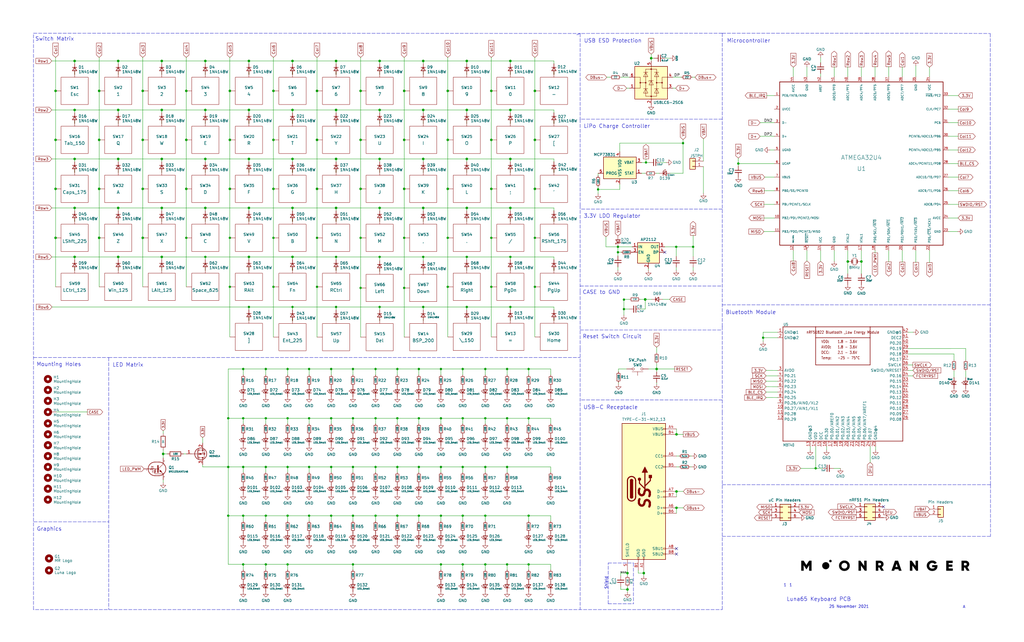
<source format=kicad_sch>
(kicad_sch (version 20210621) (generator eeschema)
  (paper "User" 477.52 299.72)
  (lib_symbols
    (symbol "Adafruit Feather 32u4 Bluefruit LE-eagle-import:NRF51822_MODULE_MDBT40"
      (property "Reference" "U" (at -27.94 27.94 0))
      (property "Value" "NRF51822_MODULE_MDBT40" (at -27.94 -30.48 0))
      (symbol "NRF51822_MODULE_MDBT40_1_0"
        (text "-25 - 75°C" (at -2.54 10.16 0) (effects (font (size 1.27 1.0795)) (justify left bottom)))
        (text "1.8 - 3.6V" (at -2.54 15.24 0) (effects (font (size 1.27 1.0795)) (justify left bottom)))
        (text "1.8 - 3.6V" (at -2.54 17.78 0) (effects (font (size 1.27 1.0795)) (justify left bottom)))
        (text "2.1 - 3.6V" (at -2.54 12.7 0) (effects (font (size 1.27 1.0795)) (justify left bottom)))
        (text "AVDD:" (at -10.16 15.24 0) (effects (font (size 1.27 1.0795)) (justify left bottom)))
        (text "DCC:" (at -10.16 12.7 0) (effects (font (size 1.27 1.0795)) (justify left bottom)))
        (text "nRF51822 Bluetooth _Low Energy Module" (at 0 22.86 0) (effects (font (size 1.27 1.0795))))
        (text "Temp:" (at -10.16 10.16 0) (effects (font (size 1.27 1.0795)) (justify left bottom)))
        (text "VDD:" (at -10.16 17.78 0) (effects (font (size 1.27 1.0795)) (justify left bottom)))
        (pin power_in line (at -30.48 22.86 0) (length 2.54) (name "GND@1") (number "1"))
        (pin bidirectional line (at -30.48 -12.7 0) (length 2.54) (name "P0.27/AIN1/XL1") (number "10"))
        (pin bidirectional line (at -30.48 -15.24 0) (length 2.54) (name "P0.28") (number "11"))
        (pin bidirectional line (at -30.48 -17.78 0) (length 2.54) (name "P0.29") (number "12"))
        (pin power_in line (at -15.24 -30.48 90) (length 2.54) (name "GND@3") (number "13"))
        (pin power_in line (at -12.7 -30.48 90) (length 2.54) (name "VDD") (number "14"))
        (pin power_in line (at -10.16 -30.48 90) (length 2.54) (name "DCC") (number "15"))
        (pin bidirectional line (at -7.62 -30.48 90) (length 2.54) (name "P0.30") (number "16"))
        (pin bidirectional line (at -5.08 -30.48 90) (length 2.54) (name "P0.00/AREF0") (number "17"))
        (pin bidirectional line (at -2.54 -30.48 90) (length 2.54) (name "P0.01/AIN2") (number "18"))
        (pin bidirectional line (at 0 -30.48 90) (length 2.54) (name "P0.02/AIN3") (number "19"))
        (pin power_in line (at -30.48 20.32 0) (length 2.54) (name "GND@2") (number "2"))
        (pin bidirectional line (at 2.54 -30.48 90) (length 2.54) (name "P0.03/AIN4") (number "20"))
        (pin bidirectional line (at 5.08 -30.48 90) (length 2.54) (name "P0.04/AIN5") (number "21"))
        (pin bidirectional line (at 7.62 -30.48 90) (length 2.54) (name "P0.05/AIN6") (number "22"))
        (pin bidirectional line (at 10.16 -30.48 90) (length 2.54) (name "P0.06/AIN7/AREF1") (number "23"))
        (pin bidirectional line (at 12.7 -30.48 90) (length 2.54) (name "P0.07") (number "24"))
        (pin power_in line (at 15.24 -30.48 90) (length 2.54) (name "GND@4") (number "25"))
        (pin bidirectional line (at 30.48 -17.78 180) (length 2.54) (name "P0.08") (number "26"))
        (pin bidirectional line (at 30.48 -15.24 180) (length 2.54) (name "P0.09") (number "27"))
        (pin bidirectional line (at 30.48 -12.7 180) (length 2.54) (name "P0.10") (number "28"))
        (pin bidirectional line (at 30.48 -10.16 180) (length 2.54) (name "P0.11") (number "29"))
        (pin power_in line (at -30.48 5.08 0) (length 2.54) (name "AVDD") (number "3"))
        (pin bidirectional line (at 30.48 -7.62 180) (length 2.54) (name "P0.12") (number "30"))
        (pin bidirectional line (at 30.48 -5.08 180) (length 2.54) (name "P0.13") (number "31"))
        (pin bidirectional line (at 30.48 -2.54 180) (length 2.54) (name "P0.14") (number "32"))
        (pin bidirectional line (at 30.48 0 180) (length 2.54) (name "P0.15") (number "33"))
        (pin bidirectional line (at 30.48 2.54 180) (length 2.54) (name "P0.16") (number "34"))
        (pin bidirectional line (at 30.48 5.08 180) (length 2.54) (name "SWDIO/NRESET") (number "35"))
        (pin bidirectional line (at 30.48 7.62 180) (length 2.54) (name "SWCLK") (number "36"))
        (pin bidirectional line (at 30.48 10.16 180) (length 2.54) (name "P0.17") (number "37"))
        (pin bidirectional line (at 30.48 12.7 180) (length 2.54) (name "P0.18") (number "38"))
        (pin bidirectional line (at 30.48 15.24 180) (length 2.54) (name "P0.19") (number "39"))
        (pin bidirectional line (at -30.48 2.54 0) (length 2.54) (name "P0.21") (number "4"))
        (pin bidirectional line (at 30.48 17.78 180) (length 2.54) (name "P0.20") (number "40"))
        (pin power_in line (at 30.48 20.32 180) (length 2.54) (name "DEC2") (number "41"))
        (pin power_in line (at 30.48 22.86 180) (length 2.54) (name "GND@5") (number "42"))
        (pin bidirectional line (at -30.48 0 0) (length 2.54) (name "P0.22") (number "5"))
        (pin bidirectional line (at -30.48 -2.54 0) (length 2.54) (name "P0.23") (number "6"))
        (pin bidirectional line (at -30.48 -5.08 0) (length 2.54) (name "P0.24") (number "7"))
        (pin bidirectional line (at -30.48 -7.62 0) (length 2.54) (name "P0.25") (number "8"))
        (pin bidirectional line (at -30.48 -10.16 0) (length 2.54) (name "P0.26/AIN0/XL2") (number "9"))
      )
    )
    (symbol "Battery_Management:MCP73831-2-OT" (pin_names (offset 1.016))
      (property "Reference" "U" (at -7.62 6.35 0))
      (property "Value" "MCP73831-2-OT" (at 1.27 6.35 0))
      (symbol "MCP73831-2-OT_1_1"
        (pin output line (at 10.16 -2.54 180) (length 2.54) (name "STAT") (number "1"))
        (pin power_in line (at 0 -7.62 90) (length 2.54) (name "VSS") (number "2"))
        (pin power_out line (at 10.16 2.54 180) (length 2.54) (name "VBAT") (number "3"))
        (pin power_in line (at 0 7.62 270) (length 2.54) (name "VDD") (number "4"))
        (pin input line (at -10.16 -2.54 0) (length 2.54) (name "PROG") (number "5"))
      )
    )
    (symbol "Connector_Generic:Conn_01x02" (pin_names (offset 1.016) hide)
      (property "Reference" "J" (at 0 2.54 0))
      (property "Value" "Conn_01x02" (at 0 -5.08 0))
      (symbol "Conn_01x02_1_1"
        (pin passive line (at -5.08 0 0) (length 3.81) (name "Pin_1") (number "1"))
        (pin passive line (at -5.08 -2.54 0) (length 3.81) (name "Pin_2") (number "2"))
      )
    )
    (symbol "Connector_Generic:Conn_02x03_Odd_Even" (pin_names (offset 1.016) hide)
      (property "Reference" "J" (at 1.27 5.08 0))
      (property "Value" "Conn_02x03_Odd_Even" (at 1.27 -5.08 0))
      (symbol "Conn_02x03_Odd_Even_1_1"
        (pin passive line (at -5.08 2.54 0) (length 3.81) (name "Pin_1") (number "1"))
        (pin passive line (at 7.62 2.54 180) (length 3.81) (name "Pin_2") (number "2"))
        (pin passive line (at -5.08 0 0) (length 3.81) (name "Pin_3") (number "3"))
        (pin passive line (at 7.62 0 180) (length 3.81) (name "Pin_4") (number "4"))
        (pin passive line (at -5.08 -2.54 0) (length 3.81) (name "Pin_5") (number "5"))
        (pin passive line (at 7.62 -2.54 180) (length 3.81) (name "Pin_6") (number "6"))
      )
    )
    (symbol "Device:C_Small" (pin_numbers hide) (pin_names (offset 0.254) hide)
      (property "Reference" "C" (at 0.254 1.778 0))
      (property "Value" "C_Small" (at 0.254 -2.032 0))
      (symbol "C_Small_1_1"
        (pin passive line (at 0 2.54 270) (length 2.032) (name "~") (number "1"))
        (pin passive line (at 0 -2.54 90) (length 2.032) (name "~") (number "2"))
      )
    )
    (symbol "Device:Crystal_Small" (pin_numbers hide) (pin_names (offset 1.016) hide)
      (property "Reference" "Y" (at 0 2.54 0))
      (property "Value" "Crystal_Small" (at 0 -2.54 0))
      (symbol "Crystal_Small_1_1"
        (pin passive line (at -2.54 0 0) (length 1.27) (name "1") (number "1"))
        (pin passive line (at 2.54 0 180) (length 1.27) (name "2") (number "2"))
      )
    )
    (symbol "Device:D_Schottky_Small" (pin_numbers hide) (pin_names (offset 0.254) hide)
      (property "Reference" "D" (at -1.27 2.032 0))
      (property "Value" "D_Schottky_Small" (at -7.112 -2.032 0))
      (symbol "D_Schottky_Small_1_1"
        (pin passive line (at -2.54 0 0) (length 1.778) (name "K") (number "1"))
        (pin passive line (at 2.54 0 180) (length 1.778) (name "A") (number "2"))
      )
    )
    (symbol "Device:D_Small" (pin_numbers hide) (pin_names (offset 0.254) hide)
      (property "Reference" "D" (at -1.27 2.032 0))
      (property "Value" "D_Small" (at -3.81 -2.032 0))
      (symbol "D_Small_1_1"
        (pin passive line (at -2.54 0 0) (length 1.778) (name "K") (number "1"))
        (pin passive line (at 2.54 0 180) (length 1.778) (name "A") (number "2"))
      )
    )
    (symbol "Device:LED_Small" (pin_numbers hide) (pin_names (offset 0.254) hide)
      (property "Reference" "D" (at -1.27 3.175 0))
      (property "Value" "LED_Small" (at -4.445 -2.54 0))
      (symbol "LED_Small_1_1"
        (pin passive line (at -2.54 0 0) (length 1.778) (name "K") (number "1"))
        (pin passive line (at 2.54 0 180) (length 1.778) (name "A") (number "2"))
      )
    )
    (symbol "Device:R" (pin_numbers hide) (pin_names (offset 0))
      (property "Reference" "R" (at 2.032 0 90))
      (property "Value" "R" (at 0 0 90))
      (symbol "R_1_1"
        (pin passive line (at 0 3.81 270) (length 1.27) (name "~") (number "1"))
        (pin passive line (at 0 -3.81 90) (length 1.27) (name "~") (number "2"))
      )
    )
    (symbol "Device:R_Small" (pin_numbers hide) (pin_names (offset 0.254) hide)
      (property "Reference" "R" (at 0.762 0.508 0))
      (property "Value" "R_Small" (at 0.762 -1.016 0))
      (symbol "R_Small_1_1"
        (pin passive line (at 0 2.54 270) (length 0.762) (name "~") (number "1"))
        (pin passive line (at 0 -2.54 90) (length 0.762) (name "~") (number "2"))
      )
    )
    (symbol "Mechanical:MountingHole" (pin_names (offset 1.016))
      (property "Reference" "H" (at 0 5.08 0))
      (property "Value" "MountingHole" (at 0 3.175 0))
    )
    (symbol "Mechanical:MountingHole_Pad" (pin_numbers hide) (pin_names (offset 1.016) hide)
      (property "Reference" "H" (at 0 6.35 0))
      (property "Value" "MountingHole_Pad" (at 0 4.445 0))
      (symbol "MountingHole_Pad_1_1"
        (pin input line (at 0 -2.54 90) (length 2.54) (name "1") (number "1"))
      )
    )
    (symbol "Power_Protection:USBLC6-2SC6" (pin_names hide)
      (property "Reference" "U" (at 2.54 8.89 0))
      (property "Value" "USBLC6-2SC6" (at 2.54 -8.89 0))
      (symbol "USBLC6-2SC6_1_1"
        (pin passive line (at -10.16 -2.54 0) (length 2.54) (name "I/O1") (number "1"))
        (pin passive line (at 0 -10.16 90) (length 2.54) (name "GND") (number "2"))
        (pin passive line (at 10.16 -2.54 180) (length 2.54) (name "I/O2") (number "3"))
        (pin passive line (at 10.16 2.54 180) (length 2.54) (name "I/O2") (number "4"))
        (pin passive line (at 0 10.16 270) (length 2.54) (name "VBUS") (number "5"))
        (pin passive line (at -10.16 2.54 0) (length 2.54) (name "I/O1") (number "6"))
      )
    )
    (symbol "Regulator_Linear:SPX3819M5-L-3-3" (pin_names (offset 0.254))
      (property "Reference" "U" (at -3.81 5.715 0))
      (property "Value" "SPX3819M5-L-3-3" (at 0 5.715 0))
      (symbol "SPX3819M5-L-3-3_1_1"
        (pin power_in line (at -7.62 2.54 0) (length 2.54) (name "IN") (number "1"))
        (pin power_in line (at 0 -7.62 90) (length 2.54) (name "GND") (number "2"))
        (pin input line (at -7.62 0 0) (length 2.54) (name "EN") (number "3"))
        (pin input line (at 7.62 0 180) (length 2.54) (name "BP") (number "4"))
        (pin power_out line (at 7.62 2.54 180) (length 2.54) (name "OUT") (number "5"))
      )
    )
    (symbol "Switch:SW_DPST_x2" (pin_names (offset 0) hide)
      (property "Reference" "SW" (at 0 3.175 0))
      (property "Value" "SW_DPST_x2" (at 0 -2.54 0))
      (symbol "SW_DPST_x2_1_1"
        (pin passive line (at -5.08 0 0) (length 2.54) (name "A") (number "1"))
        (pin passive line (at 5.08 0 180) (length 2.54) (name "B") (number "2"))
      )
      (symbol "SW_DPST_x2_2_1"
        (pin passive line (at -5.08 0 0) (length 2.54) (name "A") (number "3"))
        (pin passive line (at 5.08 0 180) (length 2.54) (name "B") (number "4"))
      )
    )
    (symbol "Switch:SW_Push" (pin_numbers hide) (pin_names (offset 1.016) hide)
      (property "Reference" "SW" (at 1.27 2.54 0))
      (property "Value" "SW_Push" (at 0 -1.524 0))
      (symbol "SW_Push_0_1"
        (pin passive line (at -5.08 0 0) (length 2.54) (name "1") (number "1"))
        (pin passive line (at 5.08 0 180) (length 2.54) (name "2") (number "2"))
      )
    )
    (symbol "Transistor_FET:AO3401A" (pin_names hide)
      (property "Reference" "Q" (at 5.08 1.905 0))
      (property "Value" "AO3401A" (at 5.08 0 0))
      (symbol "AO3401A_1_1"
        (pin input line (at -5.08 0 0) (length 2.54) (name "G") (number "1"))
        (pin passive line (at 2.54 -5.08 90) (length 2.54) (name "S") (number "2"))
        (pin passive line (at 2.54 5.08 270) (length 2.54) (name "D") (number "3"))
      )
    )
    (symbol "acheronSymbols:ATMEGA32U4" (pin_names (offset 1.016))
      (property "Reference" "U" (at 0 1.27 0))
      (property "Value" "ATMEGA32U4" (at 0 -2.54 0))
      (symbol "ATMEGA32U4_1_1"
        (pin bidirectional line (at -40.64 31.75 0) (length 2.54) (name "PE6/INT6/AIN0") (number "1"))
        (pin bidirectional line (at -40.64 -25.4 0) (length 2.54) (name "PB2/PDI/PCINT2/MOSI") (number "10"))
        (pin bidirectional line (at -40.64 -31.75 0) (length 2.54) (name "PB3/PDO/PCINT3/MISO") (number "11"))
        (pin bidirectional line (at -31.75 -40.64 90) (length 2.54) (name "PB7/RTS") (number "12"))
        (pin input inverted (at -25.4 -40.64 90) (length 2.54) (name "~{RESET}") (number "13"))
        (pin power_in line (at -19.05 -40.64 90) (length 2.54) (name "VCC") (number "14"))
        (pin power_in line (at -12.7 -40.64 90) (length 2.54) (name "GND") (number "15"))
        (pin input line (at -6.35 -40.64 90) (length 2.54) (name "XTAL2") (number "16"))
        (pin input line (at 0 -40.64 90) (length 2.54) (name "XTAL1") (number "17"))
        (pin bidirectional line (at 6.35 -40.64 90) (length 2.54) (name "PD0/SCL/~{INT0}") (number "18"))
        (pin bidirectional line (at 12.7 -40.64 90) (length 2.54) (name "PD1/SDA/~{INT1}") (number "19"))
        (pin power_in line (at -40.64 25.4 0) (length 2.54) (name "UVCC") (number "2"))
        (pin bidirectional line (at 19.05 -40.64 90) (length 2.54) (name "PD2/RDX1/~{INT2}") (number "20"))
        (pin bidirectional line (at 25.4 -40.64 90) (length 2.54) (name "PD3/TXD1/~{INT3}") (number "21"))
        (pin bidirectional line (at 31.75 -40.64 90) (length 2.54) (name "PD5/~{CTS}/XCK1") (number "22"))
        (pin power_in line (at 40.64 -31.75 180) (length 2.54) (name "GND") (number "23"))
        (pin power_in line (at 40.64 -25.4 180) (length 2.54) (name "AVCC") (number "24"))
        (pin bidirectional line (at 40.64 -19.05 180) (length 2.54) (name "ADC8/PD4") (number "25"))
        (pin bidirectional line (at 40.64 -12.7 180) (length 2.54) (name "ADC9/T1/PD6") (number "26"))
        (pin bidirectional line (at 40.64 -6.35 180) (length 2.54) (name "ADC10/T0/PD7") (number "27"))
        (pin bidirectional line (at 40.64 0 180) (length 2.54) (name "ADC4/PCINT11/PD8") (number "28"))
        (pin bidirectional line (at 40.64 6.35 180) (length 2.54) (name "PCINT4/ADC12/PB5") (number "29"))
        (pin bidirectional line (at -40.64 19.05 0) (length 2.54) (name "D-") (number "3"))
        (pin bidirectional line (at 40.64 12.7 180) (length 2.54) (name "PCINT6/ADC13/PB6") (number "30"))
        (pin bidirectional line (at 40.64 19.05 180) (length 2.54) (name "PC6") (number "31"))
        (pin bidirectional line (at 40.64 25.4 180) (length 2.54) (name "CLK/PC7") (number "32"))
        (pin bidirectional line (at 40.64 31.75 180) (length 2.54) (name "~{HWB}/PE2") (number "33"))
        (pin power_in line (at 31.75 40.64 270) (length 2.54) (name "VCC") (number "34"))
        (pin power_in line (at 25.4 40.64 270) (length 2.54) (name "GND") (number "35"))
        (pin bidirectional line (at 19.05 40.64 270) (length 2.54) (name "ADC7/PF7") (number "36"))
        (pin bidirectional line (at 12.7 40.64 270) (length 2.54) (name "ADC5/PF5") (number "37"))
        (pin bidirectional line (at 6.35 40.64 270) (length 2.54) (name "ADC5/PF5") (number "38"))
        (pin bidirectional line (at 0 40.64 270) (length 2.54) (name "ADC4/PF4") (number "39"))
        (pin bidirectional line (at -40.64 12.7 0) (length 2.54) (name "D+") (number "4"))
        (pin bidirectional line (at -6.35 40.64 270) (length 2.54) (name "ADC1/PF1") (number "40"))
        (pin bidirectional line (at -12.7 40.64 270) (length 2.54) (name "ADC0/PF0") (number "41"))
        (pin input line (at -19.05 40.64 270) (length 2.54) (name "AREF") (number "42"))
        (pin power_in line (at -25.4 40.64 270) (length 2.54) (name "GND") (number "43"))
        (pin power_in line (at -31.75 40.64 270) (length 2.54) (name "AVCC") (number "44"))
        (pin power_in line (at -40.64 6.35 0) (length 2.54) (name "UGND") (number "5"))
        (pin input line (at -40.64 0 0) (length 2.54) (name "UCAP") (number "6"))
        (pin power_in line (at -40.64 -6.35 0) (length 2.54) (name "VBUS") (number "7"))
        (pin bidirectional line (at -40.64 -12.7 0) (length 2.54) (name "PB0/SS/PCINT0") (number "8"))
        (pin bidirectional line (at -40.64 -19.05 0) (length 2.54) (name "PBI/PCINT1/SCLK") (number "9"))
      )
    )
    (symbol "acheronSymbols:DTC123J" (pin_names (offset 0) hide)
      (property "Reference" "Q" (at 5.08 1.905 0))
      (property "Value" "DTC123J" (at 5.08 0 0))
      (symbol "DTC123J_0_0"
        (text "2k2" (at -2.54 1.016 0) (effects (font (size 0.381 0.381))))
        (text "47k" (at -2.286 -1.27 900) (effects (font (size 0.381 0.381))))
      )
      (symbol "DTC123J_1_1"
        (text "1" (at -5.207 -0.508 0) (effects (font (size 0.381 0.381))))
        (text "2" (at 3.048 -3.683 0) (effects (font (size 0.381 0.381))))
        (text "3" (at 3.048 3.683 0) (effects (font (size 0.381 0.381))))
        (pin input line (at -6.35 0 0) (length 2.54) (name "B") (number "1"))
        (pin passive line (at 2.54 -5.08 90) (length 2.54) (name "E") (number "2"))
        (pin passive line (at 2.54 5.08 270) (length 2.54) (name "C") (number "3"))
      )
    )
    (symbol "acheronSymbols:MXSwitch" (pin_names (offset 1.016))
      (property "Reference" "SW" (at 0 0 0))
      (property "Value" "MXSwitch" (at 0 -3.81 0))
      (symbol "MXSwitch_1_1"
        (pin output line (at -8.89 0 0) (length 2.54) hide (name "Col") (number "1"))
        (pin input line (at 0 8.89 270) (length 2.54) hide (name "Row") (number "2"))
      )
    )
    (symbol "acheronSymbols:TYPE-C-31-M12_13" (pin_names (offset 1.016))
      (property "Reference" "J" (at -1.27 35.56 0))
      (property "Value" "TYPE-C-31-M12_13" (at 10.16 33.02 0))
      (symbol "TYPE-C-31-M12_13_0_0"
        (text "SS" (at 0.508 -3.175 900) (effects (font (size 5.08 5.08) bold italic)))
      )
      (symbol "TYPE-C-31-M12_13_1_1"
        (pin power_out line (at 0 -36.83 90) (length 5.08) (name "GND") (number "A1"))
        (pin power_out line (at 15.24 29.21 180) (length 5.08) (name "VBUS") (number "A4"))
        (pin bidirectional line (at 15.24 16.51 180) (length 5.08) (name "CC1") (number "A5"))
        (pin bidirectional line (at 15.24 -7.62 180) (length 5.08) (name "D+") (number "A6"))
        (pin bidirectional line (at 15.24 0 180) (length 5.08) (name "D-") (number "A7"))
        (pin bidirectional line (at 15.24 -26.67 180) (length 5.08) (name "SBU1") (number "A8"))
        (pin power_out line (at -2.54 -36.83 90) (length 5.08) (name "GND") (number "B1"))
        (pin power_out line (at 15.24 26.67 180) (length 5.08) (name "VBUS") (number "B4"))
        (pin bidirectional line (at 15.24 11.43 180) (length 5.08) (name "CC2") (number "B5"))
        (pin bidirectional line (at 15.24 -10.16 180) (length 5.08) (name "D+") (number "B6"))
        (pin bidirectional line (at 15.24 -2.54 180) (length 5.08) (name "D-") (number "B7"))
        (pin bidirectional line (at 15.24 -29.21 180) (length 5.08) (name "SBU2") (number "B8"))
        (pin passive line (at -7.62 -36.83 90) (length 5.08) (name "SHIELD") (number "S"))
      )
    )
    (symbol "power:GND" (power) (pin_names (offset 0))
      (property "Value" "GND" (at 0 -3.81 0))
      (symbol "GND_1_1"
        (pin power_in line (at 0 0 270) (length 0) hide (name "GND") (number "1"))
      )
    )
  )
  (junction (at 154.432 240.665))
  (junction (at 229.108 42.418) (diameter 1.016))
  (junction (at 55.118 51.308) (diameter 1.016))
  (junction (at 147.828 133.858))
  (junction (at 107.188 88.138) (diameter 1.016))
  (junction (at 303.657 27.178) (diameter 1.016))
  (junction (at 175.133 195.199))
  (junction (at 134.112 240.665))
  (junction (at 127.508 133.858))
  (junction (at 147.828 88.138) (diameter 1.016))
  (junction (at 401.701 122.047) (diameter 1.016))
  (junction (at 323.215 115.189))
  (junction (at 123.952 240.665))
  (junction (at 237.998 97.028) (diameter 1.016))
  (junction (at 34.798 97.028) (diameter 1.016))
  (junction (at 288.163 115.189))
  (junction (at 318.516 66.802))
  (junction (at 188.468 42.418) (diameter 1.016))
  (junction (at 46.228 42.418) (diameter 1.016))
  (junction (at 188.468 110.998))
  (junction (at 46.228 88.138) (diameter 1.016))
  (junction (at 46.228 110.998) (diameter 1.016))
  (junction (at 164.592 172.212))
  (junction (at 116.078 119.888) (diameter 1.016))
  (junction (at 237.998 119.888))
  (junction (at 144.145 172.212))
  (junction (at 217.678 143.256))
  (junction (at 177.038 143.256))
  (junction (at 127.508 65.278) (diameter 1.016))
  (junction (at 66.548 42.418) (diameter 1.016))
  (junction (at 116.078 143.256))
  (junction (at 205.613 172.212))
  (junction (at 249.428 88.138) (diameter 1.016))
  (junction (at 236.474 172.212))
  (junction (at 168.148 134.366))
  (junction (at 185.293 172.212))
  (junction (at 226.314 195.199))
  (junction (at 86.868 110.998))
  (junction (at 292.608 275.082) (diameter 1.016))
  (junction (at 75.438 97.028) (diameter 1.016))
  (junction (at 55.118 119.888) (diameter 1.016))
  (junction (at 236.474 263.398))
  (junction (at 197.358 119.888))
  (junction (at 195.326 172.212))
  (junction (at 177.038 97.028) (diameter 1.016))
  (junction (at 134.112 172.212))
  (junction (at 175.133 240.665))
  (junction (at 164.592 195.199))
  (junction (at 236.474 195.199))
  (junction (at 66.548 88.138) (diameter 1.016))
  (junction (at 134.112 263.398))
  (junction (at 315.468 236.982) (diameter 1.016))
  (junction (at 136.398 143.256))
  (junction (at 154.432 172.212))
  (junction (at 134.112 217.932))
  (junction (at 217.678 28.448) (diameter 1.016))
  (junction (at 217.678 97.028) (diameter 1.016))
  (junction (at 175.133 172.212))
  (junction (at 25.908 65.278) (diameter 1.016))
  (junction (at 123.952 172.212))
  (junction (at 75.438 74.168) (diameter 1.016))
  (junction (at 106.426 240.665))
  (junction (at 76.073 211.836) (diameter 1.016))
  (junction (at 236.474 217.932))
  (junction (at 185.293 195.199))
  (junction (at 301.244 75.819))
  (junction (at 127.508 88.138) (diameter 1.016))
  (junction (at 107.188 42.418) (diameter 1.016))
  (junction (at 177.038 51.308) (diameter 1.016))
  (junction (at 75.438 28.448) (diameter 1.016))
  (junction (at 86.868 65.278) (diameter 1.016))
  (junction (at 249.428 133.858))
  (junction (at 177.038 119.888))
  (junction (at 197.358 143.256))
  (junction (at 86.868 42.418) (diameter 1.016))
  (junction (at 237.998 74.168) (diameter 1.016))
  (junction (at 116.078 28.448) (diameter 1.016))
  (junction (at 144.145 195.199))
  (junction (at 175.133 217.932))
  (junction (at 197.358 97.028) (diameter 1.016))
  (junction (at 66.548 110.998) (diameter 1.016))
  (junction (at 25.908 42.418) (diameter 1.016))
  (junction (at 217.678 74.168) (diameter 1.016))
  (junction (at 113.411 240.665))
  (junction (at 123.952 263.398))
  (junction (at 168.148 110.998))
  (junction (at 107.188 110.998))
  (junction (at 226.314 240.665))
  (junction (at 144.145 217.932))
  (junction (at 116.078 97.028) (diameter 1.016))
  (junction (at 188.468 65.278) (diameter 1.016))
  (junction (at 75.438 51.308) (diameter 1.016))
  (junction (at 144.145 240.665))
  (junction (at 278.892 88.392))
  (junction (at 315.341 115.189))
  (junction (at 290.957 139.827))
  (junction (at 300.863 139.7) (diameter 1.016))
  (junction (at 237.998 143.256))
  (junction (at 106.426 195.199))
  (junction (at 205.613 240.665))
  (junction (at 229.108 133.858))
  (junction (at 136.398 74.168) (diameter 1.016))
  (junction (at 205.613 195.199))
  (junction (at 185.293 240.665))
  (junction (at 134.112 195.199))
  (junction (at 229.108 65.278) (diameter 1.016))
  (junction (at 195.326 217.932))
  (junction (at 164.592 217.932))
  (junction (at 113.411 217.932))
  (junction (at 205.613 263.398))
  (junction (at 116.078 74.168) (diameter 1.016))
  (junction (at 106.426 217.932))
  (junction (at 226.314 263.398))
  (junction (at 237.998 51.308) (diameter 1.016))
  (junction (at 25.908 110.998) (diameter 1.016))
  (junction (at 34.798 74.168) (diameter 1.016))
  (junction (at 306.197 172.212) (diameter 1.016))
  (junction (at 208.788 88.138) (diameter 1.016))
  (junction (at 215.773 195.199))
  (junction (at 127.508 110.998))
  (junction (at 136.398 28.448) (diameter 1.016))
  (junction (at 136.398 97.028) (diameter 1.016))
  (junction (at 249.428 110.998))
  (junction (at 315.468 202.692) (diameter 1.016))
  (junction (at 197.358 28.448) (diameter 1.016))
  (junction (at 344.297 76.327))
  (junction (at 208.788 65.278) (diameter 1.016))
  (junction (at 237.998 28.448) (diameter 1.016))
  (junction (at 168.148 65.278) (diameter 1.016))
  (junction (at 107.188 65.278) (diameter 1.016))
  (junction (at 95.758 119.888))
  (junction (at 215.773 240.665))
  (junction (at 177.038 74.168) (diameter 1.016))
  (junction (at 195.326 195.199))
  (junction (at 34.798 51.308) (diameter 1.016))
  (junction (at 156.718 51.308) (diameter 1.016))
  (junction (at 205.613 217.932))
  (junction (at 116.078 51.308) (diameter 1.016))
  (junction (at 156.718 97.028) (diameter 1.016))
  (junction (at 217.678 51.308) (diameter 1.016))
  (junction (at 95.758 74.168) (diameter 1.016))
  (junction (at 197.358 51.308) (diameter 1.016))
  (junction (at 154.432 217.932))
  (junction (at 127.508 42.418) (diameter 1.016))
  (junction (at 95.758 97.028) (diameter 1.016))
  (junction (at 208.788 110.998))
  (junction (at 229.108 110.998))
  (junction (at 55.118 28.448) (diameter 1.016))
  (junction (at 136.398 51.308) (diameter 1.016))
  (junction (at 156.718 143.256))
  (junction (at 95.758 51.308) (diameter 1.016))
  (junction (at 197.358 74.168) (diameter 1.016))
  (junction (at 147.828 110.998))
  (junction (at 66.548 65.278) (diameter 1.016))
  (junction (at 195.326 240.665))
  (junction (at 25.908 88.138) (diameter 1.016))
  (junction (at 188.468 134.366))
  (junction (at 156.718 74.168) (diameter 1.016))
  (junction (at 95.758 28.448) (diameter 1.016))
  (junction (at 217.678 119.888))
  (junction (at 226.314 217.932))
  (junction (at 86.868 88.138) (diameter 1.016))
  (junction (at 300.863 139.827))
  (junction (at 107.188 133.858))
  (junction (at 249.428 42.418) (diameter 1.016))
  (junction (at 113.411 172.212))
  (junction (at 300.228 267.462) (diameter 1.016))
  (junction (at 229.108 88.138) (diameter 1.016))
  (junction (at 380.365 218.5574))
  (junction (at 215.773 172.212))
  (junction (at 315.468 229.362) (diameter 1.016))
  (junction (at 34.798 119.888) (diameter 1.016))
  (junction (at 395.351 122.047) (diameter 1.016))
  (junction (at 215.773 217.932))
  (junction (at 208.788 42.418) (diameter 1.016))
  (junction (at 34.798 28.448) (diameter 1.016))
  (junction (at 136.398 119.888) (diameter 1.016))
  (junction (at 168.148 88.138) (diameter 1.016))
  (junction (at 55.118 74.168) (diameter 1.016))
  (junction (at 75.438 119.888) (diameter 1.016))
  (junction (at 164.592 240.665))
  (junction (at 113.411 195.199))
  (junction (at 156.718 119.888))
  (junction (at 355.854 157.607))
  (junction (at 288.163 117.729))
  (junction (at 290.957 144.272))
  (junction (at 246.507 263.398))
  (junction (at 246.507 195.199))
  (junction (at 188.468 88.138) (diameter 1.016))
  (junction (at 185.293 217.932))
  (junction (at 55.118 97.028) (diameter 1.016))
  (junction (at 164.592 263.398))
  (junction (at 226.314 172.212))
  (junction (at 246.507 240.665))
  (junction (at 215.773 263.398))
  (junction (at 154.432 195.199))
  (junction (at 46.228 65.278) (diameter 1.016))
  (junction (at 246.507 172.212))
  (junction (at 168.148 42.418) (diameter 1.016))
  (junction (at 123.952 217.932))
  (junction (at 156.718 28.448) (diameter 1.016))
  (junction (at 147.828 42.418) (diameter 1.016))
  (junction (at 177.038 28.448) (diameter 1.016))
  (junction (at 249.428 65.278) (diameter 1.016))
  (junction (at 147.828 65.278) (diameter 1.016))
  (junction (at 123.952 195.199))
  (junction (at 113.411 263.398))
  (junction (at 208.788 133.858))
  (junction (at 292.608 267.462) (diameter 1.016))
  (no_connect (at 315.468 256.032))
  (no_connect (at 411.988 236.474))
  (no_connect (at 310.007 117.729))
  (no_connect (at 315.468 258.572))
  (wire (pts (xy 123.952 175.006) (xy 123.952 172.212)))
  (wire (pts (xy 258.318 57.658) (xy 258.318 56.388)))
  (wire (pts (xy 237.998 126.238) (xy 237.998 124.968)))
  (wire (pts (xy 315.341 124.714) (xy 315.341 126.111)))
  (wire (pts (xy 401.701 122.047) (xy 401.701 116.967)))
  (wire (pts (xy 401.701 127.762) (xy 401.701 122.047)))
  (wire (pts (xy 134.112 240.665) (xy 134.112 243.205)))
  (wire (pts (xy 197.358 149.733) (xy 197.358 148.463)))
  (wire (pts (xy 208.788 133.858) (xy 208.788 157.226)))
  (wire (pts (xy 75.438 80.518) (xy 75.438 79.248)))
  (wire (pts (xy 75.438 74.168) (xy 95.758 74.168)))
  (wire (pts (xy 136.398 97.028) (xy 156.718 97.028)))
  (wire (pts (xy 154.432 217.932) (xy 154.432 220.472)))
  (wire (pts (xy 55.118 119.888) (xy 75.438 119.888)))
  (polyline (pts (xy 336.804 192.151) (xy 336.804 241.046)))
  (wire (pts (xy 305.943 80.899) (xy 307.467 80.899)))
  (wire (pts (xy 229.108 110.998) (xy 229.108 133.858)))
  (wire (pts (xy 95.758 80.518) (xy 95.758 79.248)))
  (wire (pts (xy 315.468 200.152) (xy 315.468 202.692)))
  (wire (pts (xy 197.358 126.746) (xy 197.358 125.476)))
  (wire (pts (xy 116.078 126.238) (xy 116.078 124.968)))
  (wire (pts (xy 442.341 63.627) (xy 446.913 63.627)))
  (wire (pts (xy 289.052 66.802) (xy 318.516 66.802)))
  (wire (pts (xy 66.548 65.278) (xy 66.548 88.138)))
  (wire (pts (xy 46.228 42.418) (xy 46.228 65.278)))
  (wire (pts (xy 357.251 177.9174) (xy 362.585 177.927)))
  (wire (pts (xy 34.798 126.238) (xy 34.798 124.968)))
  (wire (pts (xy 156.718 34.798) (xy 156.718 33.528)))
  (wire (pts (xy 76.073 223.901) (xy 76.073 225.171)))
  (wire (pts (xy 357.251 185.5374) (xy 362.585 185.547)))
  (wire (pts (xy 237.998 28.448) (xy 237.998 29.718)))
  (wire (pts (xy 217.678 74.168) (xy 217.678 75.438)))
  (wire (pts (xy 433.451 116.967) (xy 433.451 122.555)))
  (wire (pts (xy 94.488 216.916) (xy 94.488 217.932)))
  (wire (pts (xy 34.798 103.378) (xy 34.798 102.108)))
  (wire (pts (xy 226.314 175.006) (xy 226.314 172.212)))
  (wire (pts (xy 369.951 116.967) (xy 369.951 121.793)))
  (polyline (pts (xy 270.51 95.758) (xy 270.51 135.89)) (stroke (width 0) (type dash)))
  (wire (pts (xy 356.235 95.377) (xy 361.061 95.377)))
  (wire (pts (xy 34.798 97.028) (xy 55.118 97.028)))
  (wire (pts (xy 323.215 124.714) (xy 323.215 126.238)))
  (wire (pts (xy 229.108 88.138) (xy 229.108 110.998)))
  (wire (pts (xy 380.365 218.5574) (xy 383.667 218.5574)))
  (wire (pts (xy 373.38 218.5574) (xy 380.365 218.5574)))
  (wire (pts (xy 249.428 133.858) (xy 249.428 157.226)))
  (polyline (pts (xy 336.804 142.24) (xy 461.772 142.24)))
  (wire (pts (xy 24.13 28.448) (xy 34.798 28.448)))
  (wire (pts (xy 106.426 217.932) (xy 106.426 240.665)))
  (wire (pts (xy 34.798 57.658) (xy 34.798 56.388)))
  (wire (pts (xy 197.358 57.658) (xy 197.358 56.388)))
  (wire (pts (xy 86.868 26.797) (xy 86.868 42.418)))
  (polyline (pts (xy 283.591 281.813) (xy 283.591 262.763)) (stroke (width 0) (type dash)))
  (wire (pts (xy 385.445 209.9214) (xy 385.445 208.407)))
  (wire (pts (xy 217.678 28.448) (xy 217.678 29.718)))
  (wire (pts (xy 144.145 240.665) (xy 144.145 243.205)))
  (wire (pts (xy 389.001 31.242) (xy 389.001 35.687)))
  (wire (pts (xy 408.051 31.115) (xy 408.051 35.687)))
  (wire (pts (xy 237.998 149.606) (xy 237.998 148.336)))
  (wire (pts (xy 156.718 149.733) (xy 156.718 148.463)))
  (wire (pts (xy 217.678 149.733) (xy 217.678 148.336)))
  (wire (pts (xy 164.592 175.006) (xy 164.592 172.212)))
  (wire (pts (xy 116.078 97.028) (xy 116.078 98.298)))
  (wire (pts (xy 321.818 217.932) (xy 322.453 217.932)))
  (wire (pts (xy 359.029 69.977) (xy 361.061 69.977)))
  (polyline (pts (xy 403.733 15.494) (xy 461.772 15.6306)))
  (polyline (pts (xy 461.772 15.6306) (xy 461.772 154.1876)))
  (wire (pts (xy 113.411 263.398) (xy 113.411 265.938)))
  (wire (pts (xy 289.433 275.082) (xy 292.608 275.082)))
  (wire (pts (xy 55.118 103.378) (xy 55.118 102.108)))
  (wire (pts (xy 127.508 110.998) (xy 127.508 133.858)))
  (wire (pts (xy 389.001 116.967) (xy 389.001 121.92)))
  (wire (pts (xy 188.468 42.418) (xy 188.468 65.278)))
  (wire (pts (xy 401.701 31.242) (xy 401.701 35.687)))
  (polyline (pts (xy 270.51 262.636) (xy 270.51 284.48)))
  (wire (pts (xy 197.358 28.448) (xy 197.358 29.718)))
  (wire (pts (xy 134.112 195.199) (xy 134.112 197.739)))
  (wire (pts (xy 256.794 175.006) (xy 256.794 172.212)))
  (wire (pts (xy 205.613 175.006) (xy 205.613 172.212)))
  (wire (pts (xy 237.998 28.448) (xy 258.318 28.448)))
  (wire (pts (xy 175.133 240.665) (xy 175.133 243.205)))
  (wire (pts (xy 123.952 240.665) (xy 134.112 240.665)))
  (wire (pts (xy 164.592 240.665) (xy 175.133 240.665)))
  (wire (pts (xy 154.432 240.665) (xy 164.592 240.665)))
  (wire (pts (xy 144.145 240.665) (xy 154.432 240.665)))
  (wire (pts (xy 113.411 240.665) (xy 123.952 240.665)))
  (wire (pts (xy 106.426 240.665) (xy 113.411 240.665)))
  (wire (pts (xy 134.112 240.665) (xy 144.145 240.665)))
  (wire (pts (xy 185.293 240.665) (xy 195.326 240.665)))
  (wire (pts (xy 175.133 240.665) (xy 185.293 240.665)))
  (wire (pts (xy 195.326 240.665) (xy 205.613 240.665)))
  (wire (pts (xy 205.613 240.665) (xy 215.773 240.665)))
  (wire (pts (xy 226.314 240.665) (xy 246.507 240.665)))
  (wire (pts (xy 246.507 240.665) (xy 256.794 240.665)))
  (wire (pts (xy 215.773 240.665) (xy 226.314 240.665)))
  (wire (pts (xy 282.575 115.189) (xy 288.163 115.189)))
  (wire (pts (xy 282.575 110.49) (xy 282.575 115.189)))
  (wire (pts (xy 217.678 51.308) (xy 217.678 52.578)))
  (wire (pts (xy 258.318 119.888) (xy 258.318 121.158)))
  (wire (pts (xy 357.251 175.3774) (xy 362.585 175.387)))
  (wire (pts (xy 355.854 157.607) (xy 362.585 157.607)))
  (wire (pts (xy 355.854 159.385) (xy 355.854 157.607)))
  (wire (pts (xy 156.718 143.256) (xy 156.718 144.653)))
  (wire (pts (xy 278.892 80.899) (xy 278.892 82.042)))
  (polyline (pts (xy 336.804 186.69) (xy 270.51 186.69)))
  (wire (pts (xy 136.398 149.733) (xy 136.398 148.463)))
  (wire (pts (xy 75.438 121.158) (xy 75.438 119.888)))
  (wire (pts (xy 306.197 164.592) (xy 306.197 162.052)))
  (wire (pts (xy 55.118 28.448) (xy 75.438 28.448)))
  (wire (pts (xy 177.038 126.746) (xy 177.038 125.476)))
  (wire (pts (xy 75.438 28.448) (xy 95.758 28.448)))
  (wire (pts (xy 34.798 34.798) (xy 34.798 33.528)))
  (wire (pts (xy 229.108 26.797) (xy 229.108 42.418)))
  (wire (pts (xy 46.228 88.138) (xy 46.228 110.998)))
  (wire (pts (xy 164.592 240.665) (xy 164.592 243.205)))
  (wire (pts (xy 302.387 125.349) (xy 302.387 126.111)))
  (wire (pts (xy 237.998 74.168) (xy 258.318 74.168)))
  (wire (pts (xy 299.212 80.899) (xy 300.863 80.899)))
  (wire (pts (xy 395.351 122.047) (xy 395.986 122.047)))
  (wire (pts (xy 217.678 97.028) (xy 217.678 98.298)))
  (wire (pts (xy 420.751 31.242) (xy 420.751 35.687)))
  (wire (pts (xy 46.228 110.998) (xy 46.228 133.858)))
  (wire (pts (xy 116.078 28.448) (xy 136.398 28.448)))
  (wire (pts (xy 95.758 57.658) (xy 95.758 56.388)))
  (wire (pts (xy 344.297 76.327) (xy 344.297 77.47)))
  (wire (pts (xy 433.451 31.369) (xy 433.451 35.687)))
  (wire (pts (xy 106.426 172.212) (xy 106.426 195.199)))
  (wire (pts (xy 106.426 195.199) (xy 106.426 217.932)))
  (wire (pts (xy 303.657 28.448) (xy 303.657 27.178)))
  (wire (pts (xy 185.293 175.006) (xy 185.293 172.212)))
  (wire (pts (xy 303.657 25.273) (xy 303.657 27.178)))
  (wire (pts (xy 357.505 44.577) (xy 361.061 44.577)))
  (wire (pts (xy 357.251 182.9974) (xy 362.585 183.007)))
  (wire (pts (xy 116.078 34.798) (xy 116.078 33.528)))
  (wire (pts (xy 185.293 217.932) (xy 185.293 220.472)))
  (wire (pts (xy 134.112 175.006) (xy 134.112 172.212)))
  (wire (pts (xy 136.398 28.448) (xy 136.398 29.718)))
  (wire (pts (xy 136.398 74.168) (xy 156.718 74.168)))
  (wire (pts (xy 164.592 263.398) (xy 164.592 265.938)))
  (wire (pts (xy 75.438 119.888) (xy 95.758 119.888)))
  (wire (pts (xy 95.758 119.888) (xy 116.078 119.888)))
  (wire (pts (xy 116.078 119.888) (xy 136.398 119.888)))
  (wire (pts (xy 136.398 119.888) (xy 156.718 119.888)))
  (wire (pts (xy 197.358 97.028) (xy 197.358 98.298)))
  (wire (pts (xy 156.718 74.168) (xy 156.718 75.438)))
  (wire (pts (xy 34.798 80.518) (xy 34.798 79.248)))
  (wire (pts (xy 136.398 51.308) (xy 136.398 52.578)))
  (wire (pts (xy 164.592 217.932) (xy 164.592 220.472)))
  (wire (pts (xy 289.56 36.068) (xy 293.497 36.068)))
  (wire (pts (xy 226.314 240.665) (xy 226.314 243.205)))
  (wire (pts (xy 147.828 88.138) (xy 147.828 110.998)))
  (wire (pts (xy 46.228 26.797) (xy 46.228 42.418)))
  (wire (pts (xy 55.118 98.298) (xy 55.118 97.028)))
  (wire (pts (xy 123.952 217.932) (xy 123.952 220.472)))
  (wire (pts (xy 205.613 195.199) (xy 205.613 197.739)))
  (wire (pts (xy 376.301 116.967) (xy 376.301 121.793)))
  (wire (pts (xy 95.758 74.168) (xy 116.078 74.168)))
  (wire (pts (xy 208.788 110.998) (xy 208.788 133.858)))
  (wire (pts (xy 306.197 172.212) (xy 306.197 173.482)))
  (wire (pts (xy 147.828 133.858) (xy 147.828 157.353)))
  (wire (pts (xy 258.318 34.798) (xy 258.318 33.528)))
  (wire (pts (xy 123.952 263.398) (xy 123.952 265.938)))
  (wire (pts (xy 116.078 51.308) (xy 116.078 52.578)))
  (wire (pts (xy 177.038 119.888) (xy 177.038 121.666)))
  (wire (pts (xy 313.817 36.068) (xy 317.754 36.068)))
  (wire (pts (xy 86.868 42.418) (xy 86.868 65.278)))
  (wire (pts (xy 302.387 172.212) (xy 306.197 172.212)))
  (wire (pts (xy 356.362 89.027) (xy 361.061 89.027)))
  (wire (pts (xy 168.148 110.998) (xy 168.148 134.366)))
  (wire (pts (xy 116.078 149.606) (xy 116.078 148.336)))
  (wire (pts (xy 215.773 240.665) (xy 215.773 243.205)))
  (wire (pts (xy 95.758 28.448) (xy 95.758 29.718)))
  (wire (pts (xy 75.438 97.028) (xy 75.438 98.298)))
  (wire (pts (xy 116.078 74.168) (xy 136.398 74.168)))
  (wire (pts (xy 380.365 208.407) (xy 380.365 218.5574)))
  (wire (pts (xy 177.038 28.448) (xy 197.358 28.448)))
  (wire (pts (xy 306.197 172.212) (xy 314.579 172.212)))
  (wire (pts (xy 425.704 172.8374) (xy 423.545 172.847)))
  (wire (pts (xy 382.651 26.797) (xy 382.651 29.21)))
  (wire (pts (xy 156.718 51.308) (xy 156.718 52.578)))
  (wire (pts (xy 197.358 51.308) (xy 197.358 52.578)))
  (wire (pts (xy 258.318 143.256) (xy 258.318 144.526)))
  (wire (pts (xy 195.326 175.006) (xy 195.326 172.212)))
  (wire (pts (xy 144.145 175.006) (xy 144.145 172.212)))
  (wire (pts (xy 113.411 175.006) (xy 113.411 172.212)))
  (wire (pts (xy 344.297 76.327) (xy 361.061 76.327)))
  (wire (pts (xy 107.188 133.858) (xy 107.188 157.226)))
  (wire (pts (xy 301.244 74.168) (xy 301.244 75.819)))
  (wire (pts (xy 297.688 267.462) (xy 300.228 267.462)))
  (wire (pts (xy 217.678 126.238) (xy 217.678 124.968)))
  (wire (pts (xy 85.598 211.836) (xy 86.868 211.836)))
  (wire (pts (xy 208.788 26.797) (xy 208.788 42.418)))
  (wire (pts (xy 75.438 28.448) (xy 75.438 29.718)))
  (wire (pts (xy 226.314 195.199) (xy 226.314 197.739)))
  (polyline (pts (xy 15.621 143.51) (xy 15.621 15.494)))
  (polyline (pts (xy 15.621 15.494) (xy 270.51 15.621)))
  (polyline (pts (xy 214.63 166.878) (xy 50.673 166.878)))
  (wire (pts (xy 75.438 34.798) (xy 75.438 33.528)))
  (wire (pts (xy 278.892 87.122) (xy 278.892 88.392)))
  (wire (pts (xy 395.351 31.242) (xy 395.351 35.687)))
  (wire (pts (xy 136.398 34.798) (xy 136.398 33.528)))
  (wire (pts (xy 442.341 95.377) (xy 447.04 95.377)))
  (wire (pts (xy 136.398 74.168) (xy 136.398 75.438)))
  (wire (pts (xy 357.251 172.8374) (xy 362.585 172.847)))
  (wire (pts (xy 195.326 217.932) (xy 195.326 220.472)))
  (wire (pts (xy 408.305 209.9214) (xy 408.305 208.407)))
  (wire (pts (xy 76.073 211.836) (xy 77.978 211.836)))
  (wire (pts (xy 208.788 42.418) (xy 208.788 65.278)))
  (wire (pts (xy 144.145 217.932) (xy 144.145 220.472)))
  (wire (pts (xy 249.428 65.278) (xy 249.428 88.138)))
  (wire (pts (xy 205.613 263.398) (xy 205.613 265.938)))
  (wire (pts (xy 288.163 115.189) (xy 288.163 117.729)))
  (wire (pts (xy 55.118 51.308) (xy 75.438 51.308)))
  (wire (pts (xy 34.798 51.308) (xy 55.118 51.308)))
  (wire (pts (xy 24.13 51.308) (xy 34.798 51.308)))
  (wire (pts (xy 75.438 51.308) (xy 95.758 51.308)))
  (wire (pts (xy 116.078 51.308) (xy 136.398 51.308)))
  (wire (pts (xy 95.758 51.308) (xy 116.078 51.308)))
  (wire (pts (xy 237.998 51.308) (xy 258.318 51.308)))
  (wire (pts (xy 156.718 51.308) (xy 177.038 51.308)))
  (wire (pts (xy 136.398 51.308) (xy 156.718 51.308)))
  (wire (pts (xy 197.358 51.308) (xy 217.678 51.308)))
  (wire (pts (xy 177.038 51.308) (xy 197.358 51.308)))
  (wire (pts (xy 217.678 51.308) (xy 237.998 51.308)))
  (wire (pts (xy 278.892 88.392) (xy 289.052 88.392)))
  (wire (pts (xy 289.052 88.392) (xy 289.052 85.979)))
  (wire (pts (xy 258.318 103.378) (xy 258.318 102.108)))
  (wire (pts (xy 318.516 66.802) (xy 318.516 80.899)))
  (wire (pts (xy 318.516 65.151) (xy 318.516 66.802)))
  (wire (pts (xy 156.718 28.448) (xy 177.038 28.448)))
  (wire (pts (xy 95.758 97.028) (xy 95.758 98.298)))
  (wire (pts (xy 154.432 240.665) (xy 154.432 243.205)))
  (wire (pts (xy 237.998 143.256) (xy 237.998 144.526)))
  (wire (pts (xy 127.508 42.418) (xy 127.508 65.278)))
  (wire (pts (xy 107.188 26.797) (xy 107.188 42.418)))
  (wire (pts (xy 307.848 75.819) (xy 310.642 75.819)))
  (wire (pts (xy 344.297 73.787) (xy 344.297 76.327)))
  (wire (pts (xy 427.101 116.967) (xy 427.101 122.428)))
  (wire (pts (xy 147.828 26.797) (xy 147.828 42.418)))
  (wire (pts (xy 249.428 26.797) (xy 249.428 42.418)))
  (wire (pts (xy 147.828 65.278) (xy 147.828 88.138)))
  (wire (pts (xy 217.678 80.518) (xy 217.678 79.248)))
  (wire (pts (xy 356.616 82.677) (xy 361.061 82.677)))
  (wire (pts (xy 156.718 126.238) (xy 156.718 124.968)))
  (wire (pts (xy 313.817 41.148) (xy 315.087 41.148)))
  (wire (pts (xy 442.341 89.027) (xy 447.04 89.027)))
  (wire (pts (xy 136.398 143.256) (xy 136.398 144.653)))
  (wire (pts (xy 75.438 51.308) (xy 75.438 52.578)))
  (polyline (pts (xy 283.591 262.763) (xy 295.402 262.763)) (stroke (width 0) (type dash)))
  (wire (pts (xy 177.038 34.798) (xy 177.038 33.528)))
  (wire (pts (xy 292.608 267.462) (xy 292.608 268.732)))
  (wire (pts (xy 321.818 212.852) (xy 322.453 212.852)))
  (wire (pts (xy 175.133 217.932) (xy 175.133 220.472)))
  (polyline (pts (xy 461.899 226.187) (xy 461.772 154.178)))
  (polyline (pts (xy 336.804 226.187) (xy 461.899 226.187)))
  (wire (pts (xy 249.428 88.138) (xy 249.428 110.998)))
  (wire (pts (xy 405.765 208.407) (xy 405.765 215.773)))
  (wire (pts (xy 134.112 172.212) (xy 144.145 172.212)))
  (wire (pts (xy 106.426 172.212) (xy 113.411 172.212)))
  (wire (pts (xy 123.952 172.212) (xy 134.112 172.212)))
  (wire (pts (xy 144.145 172.212) (xy 154.432 172.212)))
  (wire (pts (xy 164.592 172.212) (xy 175.133 172.212)))
  (wire (pts (xy 154.432 172.212) (xy 164.592 172.212)))
  (wire (pts (xy 175.133 172.212) (xy 185.293 172.212)))
  (wire (pts (xy 185.293 172.212) (xy 195.326 172.212)))
  (wire (pts (xy 205.613 172.212) (xy 215.773 172.212)))
  (wire (pts (xy 195.326 172.212) (xy 205.613 172.212)))
  (wire (pts (xy 236.474 172.212) (xy 246.507 172.212)))
  (wire (pts (xy 226.314 172.212) (xy 236.474 172.212)))
  (wire (pts (xy 215.773 172.212) (xy 226.314 172.212)))
  (wire (pts (xy 246.507 172.212) (xy 256.794 172.212)))
  (wire (pts (xy 113.411 172.212) (xy 123.952 172.212)))
  (wire (pts (xy 136.398 126.238) (xy 136.398 124.968)))
  (wire (pts (xy 414.401 31.115) (xy 414.401 35.687)))
  (wire (pts (xy 289.433 273.812) (xy 289.433 275.082)))
  (wire (pts (xy 442.341 69.977) (xy 446.913 69.977)))
  (wire (pts (xy 123.952 240.665) (xy 123.952 243.205)))
  (wire (pts (xy 107.188 42.418) (xy 107.188 65.278)))
  (wire (pts (xy 306.197 178.562) (xy 306.197 179.197)))
  (wire (pts (xy 444.881 173.0914) (xy 444.881 176.1394)))
  (wire (pts (xy 75.438 97.028) (xy 95.758 97.028)))
  (wire (pts (xy 256.794 217.932) (xy 256.794 220.472)))
  (wire (pts (xy 116.078 80.518) (xy 116.078 79.248)))
  (wire (pts (xy 168.148 26.797) (xy 168.148 42.418)))
  (wire (pts (xy 113.411 195.199) (xy 113.411 197.739)))
  (wire (pts (xy 300.228 267.462) (xy 300.228 266.192)))
  (wire (pts (xy 315.468 229.362) (xy 315.468 231.902)))
  (wire (pts (xy 188.468 26.797) (xy 188.468 42.418)))
  (wire (pts (xy 197.358 103.378) (xy 197.358 102.108)))
  (wire (pts (xy 288.417 178.562) (xy 288.417 179.197)))
  (wire (pts (xy 55.118 51.308) (xy 55.118 52.578)))
  (wire (pts (xy 107.188 65.278) (xy 107.188 88.138)))
  (wire (pts (xy 25.908 26.797) (xy 25.908 42.418)))
  (wire (pts (xy 236.474 175.006) (xy 236.474 172.212)))
  (polyline (pts (xy 214.63 166.878) (xy 270.51 166.878)) (stroke (width 0) (type dash)))
  (polyline (pts (xy 270.51 162.814) (xy 270.51 262.636)) (stroke (width 0) (type dash)))
  (wire (pts (xy 292.608 266.192) (xy 292.608 267.462)))
  (wire (pts (xy 258.318 97.028) (xy 258.318 98.298)))
  (wire (pts (xy 107.188 88.138) (xy 107.188 110.998)))
  (wire (pts (xy 55.118 57.658) (xy 55.118 56.388)))
  (wire (pts (xy 215.773 263.398) (xy 215.773 265.938)))
  (wire (pts (xy 144.145 195.199) (xy 144.145 197.739)))
  (wire (pts (xy 177.038 28.448) (xy 177.038 29.718)))
  (wire (pts (xy 25.908 110.998) (xy 25.908 133.858)))
  (wire (pts (xy 156.718 103.378) (xy 156.718 102.108)))
  (wire (pts (xy 356.235 101.727) (xy 361.061 101.727)))
  (wire (pts (xy 177.038 80.518) (xy 177.038 79.248)))
  (wire (pts (xy 256.794 240.665) (xy 256.794 243.205)))
  (wire (pts (xy 442.341 76.327) (xy 446.913 76.327)))
  (wire (pts (xy 197.358 119.888) (xy 197.358 121.666)))
  (wire (pts (xy 246.507 175.006) (xy 246.507 172.212)))
  (wire (pts (xy 113.411 240.665) (xy 113.411 243.205)))
  (wire (pts (xy 177.038 97.028) (xy 197.358 97.028)))
  (wire (pts (xy 217.678 34.798) (xy 217.678 33.528)))
  (wire (pts (xy 258.318 74.168) (xy 258.318 75.438)))
  (wire (pts (xy 315.468 229.362) (xy 318.643 229.362)))
  (wire (pts (xy 215.773 175.006) (xy 215.773 172.212)))
  (wire (pts (xy 136.398 103.378) (xy 136.398 102.108)))
  (wire (pts (xy 217.678 143.256) (xy 217.678 144.653)))
  (wire (pts (xy 168.148 65.278) (xy 168.148 88.138)))
  (wire (pts (xy 308.991 139.7) (xy 312.293 139.7)))
  (wire (pts (xy 278.892 88.392) (xy 278.892 90.424)))
  (wire (pts (xy 55.118 74.168) (xy 75.438 74.168)))
  (wire (pts (xy 24.13 74.168) (xy 34.798 74.168)))
  (wire (pts (xy 34.798 74.168) (xy 55.118 74.168)))
  (wire (pts (xy 107.188 110.998) (xy 107.188 133.858)))
  (wire (pts (xy 246.507 263.398) (xy 246.507 265.938)))
  (wire (pts (xy 24.13 119.888) (xy 34.798 119.888)))
  (wire (pts (xy 395.351 122.047) (xy 395.351 116.967)))
  (wire (pts (xy 395.351 127.762) (xy 395.351 122.047)))
  (wire (pts (xy 300.863 139.7) (xy 303.911 139.7)))
  (wire (pts (xy 298.577 139.7) (xy 300.863 139.7)))
  (wire (pts (xy 217.678 28.448) (xy 237.998 28.448)))
  (polyline (pts (xy 295.402 262.763) (xy 295.402 281.813)) (stroke (width 0) (type dash)))
  (wire (pts (xy 197.358 143.256) (xy 197.358 144.653)))
  (wire (pts (xy 236.474 263.398) (xy 236.474 265.938)))
  (polyline (pts (xy 336.804 284.48) (xy 336.804 241.046)))
  (polyline (pts (xy 214.884 284.48) (xy 336.804 284.48)))
  (wire (pts (xy 328.041 64.77) (xy 328.041 75.184)))
  (wire (pts (xy 229.108 42.418) (xy 229.108 65.278)))
  (polyline (pts (xy 15.748 243.586) (xy 50.8 243.586)))
  (wire (pts (xy 25.908 42.418) (xy 25.908 65.278)))
  (wire (pts (xy 25.908 65.278) (xy 25.908 88.138)))
  (polyline (pts (xy 336.804 97.536) (xy 270.51 97.536)) (stroke (width 0) (type dash)))
  (wire (pts (xy 377.825 209.9214) (xy 377.825 208.407)))
  (wire (pts (xy 197.358 97.028) (xy 217.678 97.028)))
  (wire (pts (xy 127.508 133.858) (xy 127.508 157.353)))
  (polyline (pts (xy 270.51 55.626) (xy 270.51 95.758)) (stroke (width 0) (type dash)))
  (wire (pts (xy 75.438 126.238) (xy 75.438 124.968)))
  (wire (pts (xy 450.342 173.0914) (xy 450.342 176.1394)))
  (wire (pts (xy 408.051 116.967) (xy 408.051 117.983)))
  (wire (pts (xy 34.798 98.298) (xy 34.798 97.028)))
  (wire (pts (xy 25.908 88.138) (xy 25.908 110.998)))
  (wire (pts (xy 154.432 195.199) (xy 154.432 197.739)))
  (wire (pts (xy 362.585 155.067) (xy 355.854 155.067)))
  (wire (pts (xy 355.854 155.067) (xy 355.854 157.607)))
  (wire (pts (xy 289.687 117.729) (xy 288.163 117.729)))
  (wire (pts (xy 136.398 121.158) (xy 136.398 119.888)))
  (wire (pts (xy 156.718 97.028) (xy 156.718 98.298)))
  (wire (pts (xy 315.341 115.189) (xy 315.341 119.634)))
  (wire (pts (xy 237.998 74.168) (xy 237.998 75.438)))
  (wire (pts (xy 188.468 88.138) (xy 188.468 110.998)))
  (wire (pts (xy 116.078 97.028) (xy 136.398 97.028)))
  (polyline (pts (xy 50.673 166.878) (xy 50.673 180.721)))
  (wire (pts (xy 444.881 165.2174) (xy 444.881 168.0114)))
  (wire (pts (xy 423.545 165.227) (xy 444.881 165.2174)))
  (wire (pts (xy 425.831 155.0574) (xy 423.545 155.067)))
  (wire (pts (xy 168.148 134.366) (xy 168.148 157.353)))
  (wire (pts (xy 197.358 74.168) (xy 197.358 75.438)))
  (wire (pts (xy 289.433 267.462) (xy 289.433 268.732)))
  (wire (pts (xy 76.073 201.041) (xy 76.073 202.311)))
  (wire (pts (xy 423.545 170.307) (xy 425.704 170.307)))
  (polyline (pts (xy 336.804 55.626) (xy 270.51 55.626)) (stroke (width 0) (type dash)))
  (wire (pts (xy 177.038 149.733) (xy 177.038 148.463)))
  (wire (pts (xy 156.718 28.448) (xy 156.718 29.718)))
  (wire (pts (xy 95.758 28.448) (xy 116.078 28.448)))
  (wire (pts (xy 55.118 121.158) (xy 55.118 119.888)))
  (wire (pts (xy 113.411 217.932) (xy 123.952 217.932)))
  (wire (pts (xy 123.952 217.932) (xy 134.112 217.932)))
  (wire (pts (xy 106.426 217.932) (xy 113.411 217.932)))
  (wire (pts (xy 134.112 217.932) (xy 144.145 217.932)))
  (wire (pts (xy 175.133 217.932) (xy 185.293 217.932)))
  (wire (pts (xy 144.145 217.932) (xy 154.432 217.932)))
  (wire (pts (xy 154.432 217.932) (xy 164.592 217.932)))
  (wire (pts (xy 164.592 217.932) (xy 175.133 217.932)))
  (wire (pts (xy 94.488 217.932) (xy 106.426 217.932)))
  (wire (pts (xy 185.293 217.932) (xy 195.326 217.932)))
  (wire (pts (xy 195.326 217.932) (xy 205.613 217.932)))
  (wire (pts (xy 205.613 217.932) (xy 215.773 217.932)))
  (wire (pts (xy 215.773 217.932) (xy 226.314 217.932)))
  (wire (pts (xy 226.314 217.932) (xy 236.474 217.932)))
  (wire (pts (xy 236.474 217.932) (xy 256.794 217.932)))
  (wire (pts (xy 156.718 57.658) (xy 156.718 56.388)))
  (wire (pts (xy 197.358 34.798) (xy 197.358 33.528)))
  (wire (pts (xy 376.301 31.242) (xy 376.301 35.687)))
  (wire (pts (xy 76.073 209.931) (xy 76.073 211.836)))
  (wire (pts (xy 414.401 116.967) (xy 414.401 122.174)))
  (wire (pts (xy 301.244 75.819) (xy 302.768 75.819)))
  (wire (pts (xy 299.212 75.819) (xy 301.244 75.819)))
  (wire (pts (xy 76.073 211.836) (xy 76.073 213.741)))
  (wire (pts (xy 354.457 63.627) (xy 361.061 63.627)))
  (wire (pts (xy 113.411 217.932) (xy 113.411 220.472)))
  (wire (pts (xy 134.112 263.398) (xy 134.112 265.938)))
  (wire (pts (xy 127.508 88.138) (xy 127.508 110.998)))
  (wire (pts (xy 237.998 103.378) (xy 237.998 102.108)))
  (wire (pts (xy 66.548 110.998) (xy 66.548 133.858)))
  (wire (pts (xy 95.758 126.238) (xy 95.758 124.968)))
  (wire (pts (xy 256.794 263.398) (xy 256.794 265.938)))
  (wire (pts (xy 258.318 80.518) (xy 258.318 79.248)))
  (wire (pts (xy 237.998 80.518) (xy 237.998 79.248)))
  (wire (pts (xy 229.108 65.278) (xy 229.108 88.138)))
  (wire (pts (xy 55.118 34.798) (xy 55.118 33.528)))
  (wire (pts (xy 116.078 143.256) (xy 136.398 143.256)))
  (wire (pts (xy 177.038 143.256) (xy 197.358 143.256)))
  (wire (pts (xy 156.718 143.256) (xy 177.038 143.256)))
  (wire (pts (xy 136.398 143.256) (xy 156.718 143.256)))
  (wire (pts (xy 197.358 143.256) (xy 217.678 143.256)))
  (wire (pts (xy 217.678 143.256) (xy 237.998 143.256)))
  (wire (pts (xy 24.257 143.256) (xy 116.078 143.256)))
  (wire (pts (xy 95.758 103.378) (xy 95.758 102.108)))
  (wire (pts (xy 94.488 204.216) (xy 94.488 206.756)))
  (wire (pts (xy 304.927 27.178) (xy 303.657 27.178)))
  (wire (pts (xy 116.078 144.526) (xy 116.078 143.256)))
  (wire (pts (xy 197.358 119.888) (xy 217.678 119.888)))
  (wire (pts (xy 177.038 119.888) (xy 197.358 119.888)))
  (wire (pts (xy 156.718 119.888) (xy 177.038 119.888)))
  (wire (pts (xy 217.678 119.888) (xy 237.998 119.888)))
  (wire (pts (xy 237.998 119.888) (xy 258.318 119.888)))
  (wire (pts (xy 208.788 65.278) (xy 208.788 88.138)))
  (wire (pts (xy 75.438 74.168) (xy 75.438 75.438)))
  (wire (pts (xy 106.426 195.199) (xy 113.411 195.199)))
  (wire (pts (xy 306.197 172.212) (xy 306.197 169.672)))
  (polyline (pts (xy 15.621 284.48) (xy 15.621 143.51)))
  (polyline (pts (xy 214.757 284.48) (xy 15.621 284.48)))
  (wire (pts (xy 208.788 88.138) (xy 208.788 110.998)))
  (wire (pts (xy 136.398 57.658) (xy 136.398 56.388)))
  (wire (pts (xy 328.041 77.724) (xy 328.041 90.17)))
  (wire (pts (xy 315.468 236.982) (xy 318.643 236.982)))
  (wire (pts (xy 258.318 126.238) (xy 258.318 124.968)))
  (wire (pts (xy 177.038 74.168) (xy 177.038 75.438)))
  (wire (pts (xy 95.758 97.028) (xy 116.078 97.028)))
  (wire (pts (xy 136.398 97.028) (xy 136.398 98.298)))
  (wire (pts (xy 156.718 121.158) (xy 156.718 119.888)))
  (wire (pts (xy 356.235 108.077) (xy 361.061 108.077)))
  (wire (pts (xy 55.118 75.438) (xy 55.118 74.168)))
  (wire (pts (xy 66.548 88.138) (xy 66.548 110.998)))
  (wire (pts (xy 288.163 124.587) (xy 288.163 126.111)))
  (wire (pts (xy 310.007 27.178) (xy 312.42 27.178)))
  (wire (pts (xy 236.474 195.199) (xy 236.474 197.739)))
  (wire (pts (xy 442.341 82.677) (xy 447.04 82.677)))
  (wire (pts (xy 282.956 36.068) (xy 284.48 36.068)))
  (wire (pts (xy 297.688 266.192) (xy 297.688 267.462)))
  (wire (pts (xy 205.613 217.932) (xy 205.613 220.472)))
  (wire (pts (xy 177.038 74.168) (xy 197.358 74.168)))
  (wire (pts (xy 217.678 103.378) (xy 217.678 102.108)))
  (wire (pts (xy 46.228 65.278) (xy 46.228 88.138)))
  (wire (pts (xy 318.643 202.692) (xy 315.468 202.692)))
  (wire (pts (xy 95.758 51.308) (xy 95.758 52.578)))
  (wire (pts (xy 442.341 50.927) (xy 446.913 50.927)))
  (wire (pts (xy 195.326 195.199) (xy 195.326 197.739)))
  (wire (pts (xy 34.798 121.158) (xy 34.798 119.888)))
  (wire (pts (xy 236.474 217.932) (xy 236.474 220.472)))
  (wire (pts (xy 116.078 28.448) (xy 116.078 29.718)))
  (polyline (pts (xy 336.804 15.494) (xy 404.241 15.494)) (stroke (width 0) (type dash)))
  (polyline (pts (xy 336.804 15.494) (xy 336.804 130.048)) (stroke (width 0) (type dash)))
  (wire (pts (xy 185.293 195.199) (xy 185.293 197.739)))
  (wire (pts (xy 292.608 267.462) (xy 289.433 267.462)))
  (wire (pts (xy 175.133 195.199) (xy 175.133 197.739)))
  (wire (pts (xy 66.548 26.797) (xy 66.548 42.418)))
  (polyline (pts (xy 270.51 15.621) (xy 270.51 55.626)) (stroke (width 0) (type dash)))
  (polyline (pts (xy 270.51 15.621) (xy 268.732 16.383)) (stroke (width 0) (type dash)))
  (polyline (pts (xy 336.804 15.494) (xy 270.51 15.621)) (stroke (width 0) (type dash)))
  (wire (pts (xy 237.998 51.308) (xy 237.998 52.578)))
  (wire (pts (xy 156.718 74.168) (xy 177.038 74.168)))
  (wire (pts (xy 154.432 175.006) (xy 154.432 172.212)))
  (wire (pts (xy 215.773 217.932) (xy 215.773 220.472)))
  (wire (pts (xy 442.341 108.077) (xy 446.532 108.077)))
  (wire (pts (xy 357.251 180.4574) (xy 362.585 180.467)))
  (polyline (pts (xy 283.591 281.813) (xy 295.402 281.813)))
  (wire (pts (xy 55.118 97.028) (xy 75.438 97.028)))
  (wire (pts (xy 75.438 103.378) (xy 75.438 102.108)))
  (wire (pts (xy 217.678 57.658) (xy 217.678 56.388)))
  (wire (pts (xy 24.13 97.028) (xy 34.798 97.028)))
  (wire (pts (xy 34.798 75.438) (xy 34.798 74.168)))
  (wire (pts (xy 177.038 57.658) (xy 177.038 56.388)))
  (wire (pts (xy 300.228 268.732) (xy 300.228 267.462)))
  (wire (pts (xy 177.038 51.308) (xy 177.038 52.578)))
  (wire (pts (xy 147.828 42.418) (xy 147.828 65.278)))
  (wire (pts (xy 288.163 115.189) (xy 294.767 115.189)))
  (wire (pts (xy 226.314 263.398) (xy 226.314 265.938)))
  (wire (pts (xy 388.747 218.5574) (xy 391.922 218.5574)))
  (wire (pts (xy 75.438 57.658) (xy 75.438 56.388)))
  (wire (pts (xy 95.758 34.798) (xy 95.758 33.528)))
  (wire (pts (xy 292.227 172.212) (xy 288.417 172.212)))
  (wire (pts (xy 288.417 172.212) (xy 288.417 173.482)))
  (wire (pts (xy 354.457 57.277) (xy 361.061 57.277)))
  (wire (pts (xy 258.318 149.606) (xy 258.318 148.336)))
  (wire (pts (xy 258.318 51.308) (xy 258.318 52.578)))
  (wire (pts (xy 168.148 88.138) (xy 168.148 110.998)))
  (wire (pts (xy 134.112 217.932) (xy 134.112 220.472)))
  (wire (pts (xy 26.162 192.278) (xy 40.767 192.278)))
  (wire (pts (xy 136.398 28.448) (xy 156.718 28.448)))
  (wire (pts (xy 258.318 143.256) (xy 237.998 143.256)))
  (wire (pts (xy 229.108 133.858) (xy 229.108 157.226)))
  (wire (pts (xy 237.998 119.888) (xy 237.998 121.158)))
  (wire (pts (xy 188.468 110.998) (xy 188.468 134.366)))
  (wire (pts (xy 188.468 134.366) (xy 188.468 157.353)))
  (wire (pts (xy 136.398 80.518) (xy 136.398 79.248)))
  (wire (pts (xy 106.426 240.665) (xy 106.426 263.398)))
  (wire (pts (xy 177.038 97.028) (xy 177.038 98.298)))
  (wire (pts (xy 292.227 41.148) (xy 293.497 41.148)))
  (wire (pts (xy 177.038 103.378) (xy 177.038 102.108)))
  (wire (pts (xy 217.678 119.888) (xy 217.678 121.158)))
  (wire (pts (xy 95.758 74.168) (xy 95.758 75.438)))
  (wire (pts (xy 197.358 28.448) (xy 217.678 28.448)))
  (wire (pts (xy 127.508 26.797) (xy 127.508 42.418)))
  (wire (pts (xy 116.078 121.158) (xy 116.078 119.888)))
  (wire (pts (xy 147.828 110.998) (xy 147.828 133.858)))
  (wire (pts (xy 175.133 175.006) (xy 175.133 172.212)))
  (wire (pts (xy 185.293 240.665) (xy 185.293 243.205)))
  (polyline (pts (xy 461.899 226.187) (xy 461.899 250.317)))
  (polyline (pts (xy 461.899 250.317) (xy 336.804 250.317)))
  (wire (pts (xy 237.998 97.028) (xy 237.998 98.298)))
  (wire (pts (xy 323.215 115.189) (xy 323.215 109.855)))
  (wire (pts (xy 315.341 115.189) (xy 323.215 115.189)))
  (wire (pts (xy 310.007 115.189) (xy 315.341 115.189)))
  (wire (pts (xy 292.608 275.082) (xy 292.608 273.812)))
  (wire (pts (xy 442.341 57.277) (xy 446.913 57.277)))
  (wire (pts (xy 289.052 66.802) (xy 289.052 70.739)))
  (wire (pts (xy 427.101 30.734) (xy 427.101 35.687)))
  (wire (pts (xy 315.468 212.852) (xy 316.738 212.852)))
  (wire (pts (xy 423.545 162.687) (xy 450.342 162.6774)))
  (wire (pts (xy 450.342 162.6774) (xy 450.342 168.0114)))
  (wire (pts (xy 382.651 34.29) (xy 382.651 35.687)))
  (wire (pts (xy 34.798 52.578) (xy 34.798 51.308)))
  (wire (pts (xy 34.798 119.888) (xy 55.118 119.888)))
  (wire (pts (xy 55.118 126.238) (xy 55.118 124.968)))
  (wire (pts (xy 323.215 115.189) (xy 323.215 119.634)))
  (wire (pts (xy 127.508 65.278) (xy 127.508 88.138)))
  (wire (pts (xy 123.952 195.199) (xy 134.112 195.199)))
  (wire (pts (xy 113.411 195.199) (xy 123.952 195.199)))
  (wire (pts (xy 134.112 195.199) (xy 144.145 195.199)))
  (wire (pts (xy 195.326 195.199) (xy 205.613 195.199)))
  (wire (pts (xy 205.613 195.199) (xy 215.773 195.199)))
  (wire (pts (xy 144.145 195.199) (xy 154.432 195.199)))
  (wire (pts (xy 185.293 195.199) (xy 195.326 195.199)))
  (wire (pts (xy 154.432 195.199) (xy 164.592 195.199)))
  (wire (pts (xy 164.592 195.199) (xy 175.133 195.199)))
  (wire (pts (xy 175.133 195.199) (xy 185.293 195.199)))
  (wire (pts (xy 246.507 195.199) (xy 256.794 195.199)))
  (wire (pts (xy 236.474 195.199) (xy 246.507 195.199)))
  (wire (pts (xy 226.314 195.199) (xy 236.474 195.199)))
  (wire (pts (xy 215.773 195.199) (xy 226.314 195.199)))
  (wire (pts (xy 318.516 80.899) (xy 312.547 80.899)))
  (wire (pts (xy 116.078 74.168) (xy 116.078 75.438)))
  (wire (pts (xy 256.794 195.199) (xy 256.794 197.739)))
  (wire (pts (xy 292.608 275.082) (xy 292.608 276.352)))
  (wire (pts (xy 237.998 34.798) (xy 237.998 33.528)))
  (wire (pts (xy 205.613 240.665) (xy 205.613 243.205)))
  (wire (pts (xy 226.314 217.932) (xy 226.314 220.472)))
  (wire (pts (xy 86.868 88.138) (xy 86.868 110.998)))
  (wire (pts (xy 86.868 110.998) (xy 86.868 133.858)))
  (wire (pts (xy 315.468 217.932) (xy 316.738 217.932)))
  (wire (pts (xy 290.957 139.7) (xy 290.957 139.827)))
  (wire (pts (xy 290.957 139.827) (xy 290.957 144.272)))
  (wire (pts (xy 293.497 139.7) (xy 290.957 139.7)))
  (wire (pts (xy 290.957 144.272) (xy 293.497 144.272)))
  (wire (pts (xy 290.957 144.272) (xy 290.957 147.066)))
  (wire (pts (xy 156.718 97.028) (xy 177.038 97.028)))
  (wire (pts (xy 197.358 74.168) (xy 217.678 74.168)))
  (wire (pts (xy 55.118 80.518) (xy 55.118 79.248)))
  (wire (pts (xy 34.798 29.718) (xy 34.798 28.448)))
  (wire (pts (xy 164.592 195.199) (xy 164.592 197.739)))
  (wire (pts (xy 420.751 116.967) (xy 420.751 122.301)))
  (wire (pts (xy 95.758 119.888) (xy 95.758 121.158)))
  (wire (pts (xy 156.718 80.518) (xy 156.718 79.248)))
  (wire (pts (xy 217.678 74.168) (xy 237.998 74.168)))
  (wire (pts (xy 246.507 195.199) (xy 246.507 197.739)))
  (wire (pts (xy 134.112 263.398) (xy 164.592 263.398)))
  (wire (pts (xy 113.411 263.398) (xy 123.952 263.398)))
  (wire (pts (xy 123.952 263.398) (xy 134.112 263.398)))
  (wire (pts (xy 106.426 263.398) (xy 113.411 263.398)))
  (wire (pts (xy 164.592 263.398) (xy 205.613 263.398)))
  (wire (pts (xy 246.507 263.398) (xy 256.794 263.398)))
  (wire (pts (xy 236.474 263.398) (xy 246.507 263.398)))
  (wire (pts (xy 205.613 263.398) (xy 215.773 263.398)))
  (wire (pts (xy 215.773 263.398) (xy 226.314 263.398)))
  (wire (pts (xy 226.314 263.398) (xy 236.474 263.398)))
  (wire (pts (xy 237.998 97.028) (xy 258.318 97.028)))
  (wire (pts (xy 258.318 28.448) (xy 258.318 29.718)))
  (wire (pts (xy 442.341 44.577) (xy 446.913 44.577)))
  (wire (pts (xy 237.998 57.658) (xy 237.998 56.388)))
  (polyline (pts (xy 15.621 166.878) (xy 50.673 166.878)))
  (polyline (pts (xy 50.673 180.848) (xy 50.673 284.48)))
  (wire (pts (xy 34.798 28.448) (xy 55.118 28.448)))
  (wire (pts (xy 423.545 175.387) (xy 425.704 175.387)))
  (wire (pts (xy 382.651 116.967) (xy 382.651 121.92)))
  (wire (pts (xy 401.701 122.047) (xy 401.066 122.047)))
  (wire (pts (xy 168.148 42.418) (xy 168.148 65.278)))
  (polyline (pts (xy 270.51 162.814) (xy 270.51 135.89)) (stroke (width 0) (type dash)))
  (polyline (pts (xy 270.51 133.477) (xy 336.804 133.477)) (stroke (width 0) (type dash)))
  (polyline (pts (xy 336.804 130.175) (xy 336.804 152.908)) (stroke (width 0) (type dash)))
  (wire (pts (xy 188.468 65.278) (xy 188.468 88.138)))
  (wire (pts (xy 369.951 31.369) (xy 369.951 35.687)))
  (wire (pts (xy 197.358 80.518) (xy 197.358 79.248)))
  (wire (pts (xy 300.863 144.272) (xy 298.577 144.272)))
  (wire (pts (xy 300.863 139.827) (xy 300.863 144.272)))
  (wire (pts (xy 300.863 139.7) (xy 300.863 139.827)))
  (polyline (pts (xy 336.804 152.273) (xy 336.804 192.151)))
  (wire (pts (xy 215.773 195.199) (xy 215.773 197.739)))
  (wire (pts (xy 177.038 143.256) (xy 177.038 144.653)))
  (wire (pts (xy 66.548 42.418) (xy 66.548 65.278)))
  (wire (pts (xy 246.507 240.665) (xy 246.507 243.205)))
  (wire (pts (xy 123.952 195.199) (xy 123.952 197.739)))
  (wire (pts (xy 442.341 101.727) (xy 446.786 101.727)))
  (polyline (pts (xy 270.51 154.051) (xy 336.804 154.051)))
  (wire (pts (xy 249.428 110.998) (xy 249.428 133.858)))
  (wire (pts (xy 116.078 57.658) (xy 116.078 56.388)))
  (wire (pts (xy 217.678 97.028) (xy 237.998 97.028)))
  (wire (pts (xy 315.468 236.982) (xy 315.468 239.522)))
  (wire (pts (xy 195.326 240.665) (xy 195.326 243.205)))
  (wire (pts (xy 86.868 65.278) (xy 86.868 88.138)))
  (wire (pts (xy 322.834 36.068) (xy 324.104 36.068)))
  (wire (pts (xy 116.078 103.378) (xy 116.078 102.108)))
  (wire (pts (xy 288.163 117.729) (xy 288.163 119.507)))
  (wire (pts (xy 55.118 28.448) (xy 55.118 29.718)))
  (wire (pts (xy 249.428 42.418) (xy 249.428 65.278)))
  (image (at 412.877 263.906) (scale 0.177542))
  (text "LED Matrix" (at 52.451 171.45 0) (effects (font (size 1.778 1.778)) (justify left bottom)))
  (text "CASE to GND" (at 271.653 137.541 0) (effects (font (size 1.778 1.778)) (justify left bottom)))
  (text "Reset Switch Circuit" (at 271.653 158.242 0) (effects (font (size 1.778 1.778)) (justify left bottom)))
  (text "A" (at 448.945 284.099 0) (effects (font (size 1.27 1.27)) (justify left bottom)))
  (text "3.3V LDO Regulator" (at 272.161 101.981 0) (effects (font (size 1.778 1.778)) (justify left bottom)))
  (text "Bluetooth Module" (at 338.328 146.939 0) (effects (font (size 1.778 1.778)) (justify left bottom)))
  (text "Graphics" (at 17.145 248.031 0) (effects (font (size 1.778 1.778)) (justify left bottom)))
  (text "LiPo Charge Controller" (at 272.161 60.071 0) (effects (font (size 1.778 1.778)) (justify left bottom)))
  (text "USB ESD Protection" (at 272.288 20.193 0) (effects (font (size 1.778 1.778)) (justify left bottom)))
  (text "25 November 2021" (at 386.588 283.972 0) (effects (font (size 1.27 1.27)) (justify left bottom)))
  (text "1" (at 365.379 273.939 0) (effects (font (size 1.27 1.27)) (justify left bottom)))
  (text "USB-C Receptacle" (at 272.034 191.262 0) (effects (font (size 1.778 1.778)) (justify left bottom)))
  (text "1" (at 368.046 273.939 0) (effects (font (size 1.27 1.27)) (justify left bottom)))
  (text "Luna65 Keyboard PCB\n" (at 366.776 280.797 0) (effects (font (size 1.778 1.778)) (justify left bottom)))
  (text "Microcontroller" (at 338.963 20.193 0) (effects (font (size 1.778 1.778)) (justify left bottom)))
  (text "Switch Matrix" (at 16.383 19.304 0) (effects (font (size 1.778 1.778)) (justify left bottom)))
  (text "Shield" (at 283.464 275.082 90) (effects (font (size 1.27 1.27)) (justify left bottom)))
  (text "Mounting Holes" (at 17.018 171.196 0) (effects (font (size 1.778 1.778)) (justify left bottom)))
  (label "DN" (at 290.068 36.068 0))
  (label "DN2" (at 356.235 57.277 0))
  (label "SHIELD" (at 292.1 267.462 180) (effects (font (size 0.508 0.508))))
  (label "DP" (at 314.325 36.068 0))
  (label "DP2" (at 356.235 63.627 0))
  (global_label "MOSI" (shape input) (at 357.251 180.4574 180) (property "Intersheet References" "${INTERSHEET_REFS}" (effects hide)))
  (global_label "Col1" (shape output) (at 420.751 31.242 90) (property "Intersheet References" "${INTERSHEET_REFS}" (effects hide)))
  (global_label "VBUS" (shape input) (at 318.516 65.151 90) (property "Intersheet References" "${INTERSHEET_REFS}" (effects hide)))
  (global_label "Col5" (shape output) (at 433.451 122.555 270) (property "Intersheet References" "${INTERSHEET_REFS}" (effects hide)))
  (global_label "DBus+" (shape bidirectional) (at 324.104 36.068 0) (property "Intersheet References" "${INTERSHEET_REFS}" (effects hide)))
  (global_label "Row4" (shape output) (at 408.051 31.115 90) (property "Intersheet References" "${INTERSHEET_REFS}" (effects hide)))
  (global_label "Col10" (shape output) (at 446.913 57.277 0) (property "Intersheet References" "${INTERSHEET_REFS}" (effects hide)))
  (global_label "LED_PWM" (shape output) (at 408.051 117.983 270) (property "Intersheet References" "${INTERSHEET_REFS}" (effects hide)))
  (global_label "SCK" (shape output) (at 359.918 239.141 180) (property "Intersheet References" "${INTERSHEET_REFS}" (effects hide)))
  (global_label "MOSI" (shape input) (at 372.618 239.141 0) (property "Intersheet References" "${INTERSHEET_REFS}" (effects hide)))
  (global_label "D-" (shape input) (at 354.457 57.277 180) (property "Intersheet References" "${INTERSHEET_REFS}" (effects hide)))
  (global_label "DBus-" (shape bidirectional) (at 282.956 36.068 180) (property "Intersheet References" "${INTERSHEET_REFS}" (effects hide)))
  (global_label "VBUS" (shape input) (at 433.578 240.157 180) (property "Intersheet References" "${INTERSHEET_REFS}" (effects hide)))
  (global_label "RESET" (shape output) (at 359.918 241.681 180) (property "Intersheet References" "${INTERSHEET_REFS}" (effects hide)))
  (global_label "SWDIO{slash}RST" (shape output) (at 447.04 95.377 0) (property "Intersheet References" "${INTERSHEET_REFS}" (effects hide)))
  (global_label "Col12" (shape output) (at 446.913 69.977 0) (property "Intersheet References" "${INTERSHEET_REFS}" (effects hide)))
  (global_label "Col11" (shape input) (at 229.108 26.797 90) (property "Intersheet References" "${INTERSHEET_REFS}" (effects hide)))
  (global_label "SWCLK" (shape input) (at 399.288 236.474 180) (property "Intersheet References" "${INTERSHEET_REFS}" (effects hide)))
  (global_label "VBUS" (shape input) (at 303.657 25.273 90) (property "Intersheet References" "${INTERSHEET_REFS}" (effects hide)))
  (global_label "D+" (shape bidirectional) (at 315.087 41.148 0) (property "Intersheet References" "${INTERSHEET_REFS}" (effects hide)))
  (global_label "VBAT" (shape input) (at 433.578 237.617 180) (property "Intersheet References" "${INTERSHEET_REFS}" (effects hide)))
  (global_label "Row5" (shape input) (at 24.13 119.888 180) (property "Intersheet References" "${INTERSHEET_REFS}" (effects hide)))
  (global_label "MISO" (shape output) (at 359.918 236.601 180) (property "Intersheet References" "${INTERSHEET_REFS}" (effects hide)))
  (global_label "Col3" (shape input) (at 66.548 26.797 90) (property "Intersheet References" "${INTERSHEET_REFS}" (effects hide)))
  (global_label "Row1" (shape input) (at 24.13 28.448 180) (property "Intersheet References" "${INTERSHEET_REFS}" (effects hide)))
  (global_label "3.3V" (shape input) (at 446.786 101.727 0) (property "Intersheet References" "${INTERSHEET_REFS}" (effects hide)))
  (global_label "Row3" (shape output) (at 401.701 31.242 90) (property "Intersheet References" "${INTERSHEET_REFS}" (effects hide)))
  (global_label "3.3V" (shape input) (at 344.297 73.787 90) (property "Intersheet References" "${INTERSHEET_REFS}" (effects hide)))
  (global_label "Col6" (shape output) (at 447.04 89.027 0) (property "Intersheet References" "${INTERSHEET_REFS}" (effects hide)))
  (global_label "SWDIO{slash}RST" (shape output) (at 399.288 239.014 180) (property "Intersheet References" "${INTERSHEET_REFS}" (effects hide)))
  (global_label "SWDIO{slash}RST" (shape input) (at 425.704 172.8374 0) (property "Intersheet References" "${INTERSHEET_REFS}" (effects hide)))
  (global_label "VBUS" (shape input) (at 356.616 82.677 180) (property "Intersheet References" "${INTERSHEET_REFS}" (effects hide)))
  (global_label "DFU" (shape input) (at 405.765 215.773 270) (property "Intersheet References" "${INTERSHEET_REFS}" (effects hide)))
  (global_label "LED_PWM" (shape input) (at 67.183 218.821 180) (property "Intersheet References" "${INTERSHEET_REFS}" (effects hide)))
  (global_label "3.3V" (shape input) (at 306.197 162.052 90) (property "Intersheet References" "${INTERSHEET_REFS}" (effects hide)))
  (global_label "CASE" (shape input) (at 312.293 139.7 0) (property "Intersheet References" "${INTERSHEET_REFS}" (effects hide)))
  (global_label "Row1" (shape output) (at 389.001 31.242 90) (property "Intersheet References" "${INTERSHEET_REFS}" (effects hide)))
  (global_label "RESET" (shape input) (at 376.301 121.793 270) (property "Intersheet References" "${INTERSHEET_REFS}" (effects hide)))
  (global_label "3.3V" (shape input) (at 433.451 31.369 90) (property "Intersheet References" "${INTERSHEET_REFS}" (effects hide)))
  (global_label "VBAT" (shape input) (at 328.041 64.77 90) (property "Intersheet References" "${INTERSHEET_REFS}" (effects hide)))
  (global_label "Row2" (shape output) (at 395.351 31.242 90) (property "Intersheet References" "${INTERSHEET_REFS}" (effects hide)))
  (global_label "Col4" (shape input) (at 86.868 26.797 90) (property "Intersheet References" "${INTERSHEET_REFS}" (effects hide)))
  (global_label "Col8" (shape input) (at 168.148 26.797 90) (property "Intersheet References" "${INTERSHEET_REFS}" (effects hide)))
  (global_label "3.3V" (shape input) (at 357.251 172.8374 180) (property "Intersheet References" "${INTERSHEET_REFS}" (effects hide)))
  (global_label "Col11" (shape output) (at 446.913 63.627 0) (property "Intersheet References" "${INTERSHEET_REFS}" (effects hide)))
  (global_label "BLE_CS" (shape output) (at 446.913 76.327 0) (property "Intersheet References" "${INTERSHEET_REFS}" (effects hide)))
  (global_label "Col8" (shape output) (at 369.951 121.793 270) (property "Intersheet References" "${INTERSHEET_REFS}" (effects hide)))
  (global_label "Col12" (shape input) (at 249.428 26.797 90) (property "Intersheet References" "${INTERSHEET_REFS}" (effects hide)))
  (global_label "FCTRYRST" (shape output) (at 399.288 241.554 180) (property "Intersheet References" "${INTERSHEET_REFS}" (effects hide)))
  (global_label "Row6" (shape input) (at 24.257 143.256 180) (property "Intersheet References" "${INTERSHEET_REFS}" (effects hide)))
  (global_label "3.3V" (shape output) (at 323.215 109.855 90) (property "Intersheet References" "${INTERSHEET_REFS}" (effects hide)))
  (global_label "CASE" (shape output) (at 40.767 192.278 0) (property "Intersheet References" "${INTERSHEET_REFS}" (effects hide)))
  (global_label "RESET" (shape output) (at 314.579 172.212 0) (property "Intersheet References" "${INTERSHEET_REFS}" (effects hide)))
  (global_label "Row3" (shape input) (at 24.13 74.168 180) (property "Intersheet References" "${INTERSHEET_REFS}" (effects hide)))
  (global_label "Col5" (shape input) (at 107.188 26.797 90) (property "Intersheet References" "${INTERSHEET_REFS}" (effects hide)))
  (global_label "MOSI" (shape output) (at 356.235 101.727 180) (property "Intersheet References" "${INTERSHEET_REFS}" (effects hide)))
  (global_label "3.3V" (shape input) (at 373.38 218.5574 180) (property "Intersheet References" "${INTERSHEET_REFS}" (effects hide)))
  (global_label "3.3V" (shape input) (at 369.951 31.369 90) (property "Intersheet References" "${INTERSHEET_REFS}" (effects hide)))
  (global_label "Col4" (shape output) (at 427.101 122.428 270) (property "Intersheet References" "${INTERSHEET_REFS}" (effects hide)))
  (global_label "Col6" (shape input) (at 127.508 26.797 90) (property "Intersheet References" "${INTERSHEET_REFS}" (effects hide)))
  (global_label "3.3V" (shape input) (at 76.073 201.041 90) (effects (font (size 1.016 1.016))) (property "Intersheet References" "${INTERSHEET_REFS}" (effects hide)))
  (global_label "FCTRYRST" (shape input) (at 425.704 175.387 0) (property "Intersheet References" "${INTERSHEET_REFS}" (effects hide)))
  (global_label "MISO" (shape input) (at 357.251 177.9174 180) (property "Intersheet References" "${INTERSHEET_REFS}" (effects hide)))
  (global_label "3.3V" (shape input) (at 446.913 44.577 0) (property "Intersheet References" "${INTERSHEET_REFS}" (effects hide)))
  (global_label "D+" (shape input) (at 354.457 63.627 180) (property "Intersheet References" "${INTERSHEET_REFS}" (effects hide)))
  (global_label "Col7" (shape input) (at 147.828 26.797 90) (property "Intersheet References" "${INTERSHEET_REFS}" (effects hide)))
  (global_label "3.3V" (shape output) (at 372.618 236.601 0) (property "Intersheet References" "${INTERSHEET_REFS}" (effects hide)))
  (global_label "MISO" (shape input) (at 356.235 108.077 180) (property "Intersheet References" "${INTERSHEET_REFS}" (effects hide)))
  (global_label "Row6" (shape output) (at 356.362 89.027 180) (property "Intersheet References" "${INTERSHEET_REFS}" (effects hide)))
  (global_label "Row4" (shape input) (at 24.13 97.028 180) (property "Intersheet References" "${INTERSHEET_REFS}" (effects hide)))
  (global_label "3.3V" (shape input) (at 94.488 204.216 90) (effects (font (size 1.016 1.016))) (property "Intersheet References" "${INTERSHEET_REFS}" (effects hide)))
  (global_label "DBus-" (shape bidirectional) (at 318.643 229.362 0) (property "Intersheet References" "${INTERSHEET_REFS}" (effects hide)))
  (global_label "VBAT" (shape input) (at 288.163 110.109 90) (property "Intersheet References" "${INTERSHEET_REFS}" (effects hide)))
  (global_label "BLE_CS" (shape input) (at 357.251 182.9974 180) (property "Intersheet References" "${INTERSHEET_REFS}" (effects hide)))
  (global_label "DBus+" (shape bidirectional) (at 318.643 236.982 0) (property "Intersheet References" "${INTERSHEET_REFS}" (effects hide)))
  (global_label "VBUS" (shape output) (at 318.643 202.692 0) (property "Intersheet References" "${INTERSHEET_REFS}" (effects hide)))
  (global_label "BLE_IRQ" (shape input) (at 357.251 185.5374 180) (property "Intersheet References" "${INTERSHEET_REFS}" (effects hide)))
  (global_label "Row2" (shape input) (at 24.13 51.308 180) (property "Intersheet References" "${INTERSHEET_REFS}" (effects hide)))
  (global_label "Col9" (shape output) (at 446.913 50.927 0) (property "Intersheet References" "${INTERSHEET_REFS}" (effects hide)))
  (global_label "BLE_IRQ" (shape output) (at 357.505 44.577 180) (property "Intersheet References" "${INTERSHEET_REFS}" (effects hide)))
  (global_label "Col9" (shape input) (at 188.468 26.797 90) (property "Intersheet References" "${INTERSHEET_REFS}" (effects hide)))
  (global_label "VBUS" (shape input) (at 282.575 110.49 90) (property "Intersheet References" "${INTERSHEET_REFS}" (effects hide)))
  (global_label "Col2" (shape input) (at 46.228 26.797 90) (property "Intersheet References" "${INTERSHEET_REFS}" (effects hide)))
  (global_label "Row5" (shape output) (at 414.401 31.115 90) (property "Intersheet References" "${INTERSHEET_REFS}" (effects hide)))
  (global_label "3.3V" (shape input) (at 382.651 121.92 270) (property "Intersheet References" "${INTERSHEET_REFS}" (effects hide)))
  (global_label "Col10" (shape input) (at 208.788 26.797 90) (property "Intersheet References" "${INTERSHEET_REFS}" (effects hide)))
  (global_label "Col3" (shape output) (at 420.751 122.301 270) (property "Intersheet References" "${INTERSHEET_REFS}" (effects hide)))
  (global_label "SCK" (shape output) (at 356.235 95.377 180) (property "Intersheet References" "${INTERSHEET_REFS}" (effects hide)))
  (global_label "Col7" (shape output) (at 447.04 82.677 0) (property "Intersheet References" "${INTERSHEET_REFS}" (effects hide)))
  (global_label "Col1" (shape input) (at 25.908 26.797 90) (property "Intersheet References" "${INTERSHEET_REFS}" (effects hide)))
  (global_label "VBAT" (shape output) (at 301.244 74.168 90) (property "Intersheet References" "${INTERSHEET_REFS}" (effects hide)))
  (global_label "DFU" (shape output) (at 411.988 239.014 0) (property "Intersheet References" "${INTERSHEET_REFS}" (effects hide)))
  (global_label "SCK" (shape input) (at 357.251 175.3774 180) (property "Intersheet References" "${INTERSHEET_REFS}" (effects hide)))
  (global_label "D-" (shape bidirectional) (at 292.227 41.148 180) (property "Intersheet References" "${INTERSHEET_REFS}" (effects hide)))
  (global_label "Col2" (shape output) (at 414.401 122.174 270) (property "Intersheet References" "${INTERSHEET_REFS}" (effects hide)))
  (global_label "SWCLK" (shape output) (at 425.704 170.307 0) (property "Intersheet References" "${INTERSHEET_REFS}" (effects hide)))
  (symbol (lib_id "power:GND") (at 389.001 121.92 0) (unit 1)
    (property "Reference" "#PWR0108" (effects hide))
    (property "Value" "GND" (at 389.001 125.73 0))
  )
  (symbol (lib_id "Device:C_Small") (at 395.351 130.302 0) (unit 1)
    (property "Reference" "C6" (at 392.049 129.413 0))
    (property "Value" "22pF" (at 391.795 130.937 0) (effects (font (size 0.762 0.762))))
    (property "Footprint" "acheron_Components:C_0805_2012Metric" (effects hide))
  )
  (symbol (lib_id "Device:C_Small") (at 401.701 130.302 0) (unit 1)
    (property "Reference" "C7" (at 405.003 129.413 0))
    (property "Value" "22pF" (at 405.384 130.937 0) (effects (font (size 0.762 0.762))))
    (property "Footprint" "acheron_Components:C_0805_2012Metric" (effects hide))
  )
  (symbol (lib_id "power:GND") (at 401.701 132.842 0) (unit 1)
    (property "Reference" "#PWR0107" (effects hide))
    (property "Value" "GND" (at 401.701 136.906 0))
  )
  (symbol (lib_id "Switch:SW_Push") (at 297.307 172.212 180) (unit 1)
    (property "Reference" "SW0" (at 297.307 170.307 0))
    (property "Value" "SW_Push" (at 297.307 167.9956 0))
    (property "Footprint" "acheron_Hardware:K2-1187SQ-A4SW-06" (effects hide))
  )
  (symbol (lib_id "power:GND") (at 288.417 179.197 0) (unit 1)
    (property "Reference" "#PWR0102" (effects hide))
    (property "Value" "GND" (at 288.417 183.261 0))
  )
  (symbol (lib_id "Device:R_Small") (at 306.197 167.132 0) (unit 1)
    (property "Reference" "R10" (at 307.34 167.132 0) (effects (justify left)))
    (property "Value" "10K" (at 306.1716 168.275 90) (effects (font (size 0.7874 0.7874)) (justify left)))
    (property "Footprint" "acheron_Components:R_SMD_1206" (effects hide))
  )
  (symbol (lib_id "Device:LED_Small") (at 444.881 178.6794 90) (unit 1)
    (property "Reference" "D140" (at 437.769 178.6794 90) (effects (justify right)))
    (property "Value" "Red" (at 441.96 177.0284 90) (effects (font (size 0.762 0.762)) (justify right)))
    (property "Footprint" "LED_SMD:LED_1206_3216Metric_Pad1.42x1.75mm_HandSolder" (effects hide))
  )
  (symbol (lib_id "acheronSymbols:MXSwitch") (at 136.398 110.998 0) (unit 1)
    (property "Reference" "SW50" (at 136.3981 109.4359 0))
    (property "Value" "B" (at 136.3981 112.5686 0) (effects (font (size 1.524 1.524))))
    (property "Footprint" "acheron_MXH:MX100H" (effects hide))
  )
  (symbol (lib_id "Mechanical:MountingHole") (at 22.352 228.092 0) (unit 1)
    (property "Reference" "H11" (at 24.8921 227.1835 0) (effects (justify left)))
    (property "Value" "MountingHole" (at 24.8921 229.1966 0) (effects (justify left)))
    (property "Footprint" "MountingHole:MountingHole_2.7mm_M2.5_Pad" (effects hide))
  )
  (symbol (lib_id "Device:D_Small") (at 197.358 32.258 270) (unit 1)
    (property "Reference" "D9" (at 199.1361 31.3495 90) (effects (justify left)))
    (property "Value" "1N4148W" (at 199.1361 33.4896 90) (effects (justify left)))
    (property "Footprint" "acheron_Components:D_SOD-123" (effects hide))
  )
  (symbol (lib_id "Device:C_Small") (at 288.163 122.047 0) (unit 1)
    (property "Reference" "C9" (at 283.591 121.412 0) (effects (justify left)))
    (property "Value" "10uF" (at 283.083 122.936 0) (effects (font (size 0.762 0.762)) (justify left)))
    (property "Footprint" "acheron_Components:C_0805_2012Metric" (effects hide))
  )
  (symbol (lib_id "Device:D_Small") (at 177.038 55.118 270) (unit 1)
    (property "Reference" "D23" (at 178.8161 54.2095 90) (effects (justify left)))
    (property "Value" "1N4148W" (at 178.8161 56.3496 90) (effects (justify left)))
    (property "Footprint" "acheron_Components:D_SOD-123" (effects hide))
  )
  (symbol (lib_id "Device:R_Small") (at 256.794 245.745 0) (unit 1)
    (property "Reference" "R73" (at 257.9117 245.7255 0) (effects (justify left)))
    (property "Value" "100" (at 256.794 246.888 90) (effects (font (size 0.762 0.762)) (justify left)))
    (property "Footprint" "acheron_Components:R_SMD_1206" (effects hide))
  )
  (symbol (lib_id "Device:R_Small") (at 292.227 117.729 90) (unit 1)
    (property "Reference" "R8" (at 292.227 119.8839 90))
    (property "Value" "100K" (at 292.227 117.7059 90) (effects (font (size 0.762 0.762))))
    (property "Footprint" "Resistor_SMD:R_0805_2012Metric_Pad1.20x1.40mm_HandSolder" (effects hide))
  )
  (symbol (lib_id "acheronSymbols:MXSwitch") (at 177.038 88.138 0) (unit 1)
    (property "Reference" "SW38" (at 177.0381 86.5759 0))
    (property "Value" "J" (at 177.0381 89.7086 0) (effects (font (size 1.524 1.524))))
    (property "Footprint" "acheron_MXH:MX100H" (effects hide))
  )
  (symbol (lib_id "power:GND") (at 385.445 209.9214 0) (unit 1)
    (property "Reference" "#PWR0201" (effects hide))
    (property "Value" "GND" (at 385.445 213.5948 0))
  )
  (symbol (lib_id "power:GND") (at 306.197 179.197 0) (unit 1)
    (property "Reference" "#PWR0114" (effects hide))
    (property "Value" "GND" (at 306.197 183.261 0))
  )
  (symbol (lib_id "acheronSymbols:MXSwitch") (at 197.358 42.418 0) (unit 1)
    (property "Reference" "SW9" (at 197.3581 40.8559 0))
    (property "Value" "8" (at 197.3581 43.9886 0) (effects (font (size 1.524 1.524))))
    (property "Footprint" "acheron_MXH:MX100H" (effects hide))
  )
  (symbol (lib_id "Device:D_Small") (at 136.398 100.838 270) (unit 1)
    (property "Reference" "D50" (at 138.1761 99.9295 90) (effects (justify left)))
    (property "Value" "1N4148W" (at 138.1761 102.0696 90) (effects (justify left)))
    (property "Footprint" "acheron_Components:D_SOD-123" (effects hide))
  )
  (symbol (lib_id "power:GND") (at 123.952 185.166 0) (unit 1)
    (property "Reference" "#PWR0121" (effects hide))
    (property "Value" "GND" (at 123.952 189.3476 0))
  )
  (symbol (lib_id "Device:LED_Small") (at 185.293 205.359 90) (unit 1)
    (property "Reference" "D93" (at 187.0711 204.7631 90) (effects (justify right)))
    (property "Value" "LED_Small" (at 187.1981 206.526 90) (effects (font (size 0.762 0.762)) (justify right)))
    (property "Footprint" "LED_SMD:LED_1206_3216Metric_Pad1.42x1.75mm_HandSolder" (effects hide))
  )
  (symbol (lib_id "Device:D_Small") (at 258.318 77.978 270) (unit 1)
    (property "Reference" "D42" (at 260.223 76.962 90) (effects (justify left)))
    (property "Value" "1N4148W" (at 260.223 78.994 90) (effects (justify left)))
    (property "Footprint" "acheron_Components:D_SOD-123" (effects hide))
  )
  (symbol (lib_id "Device:LED_Small") (at 226.314 273.558 90) (unit 1)
    (property "Reference" "D135" (at 228.0921 272.9621 90) (effects (justify right)))
    (property "Value" "LED_Small" (at 228.2191 274.725 90) (effects (font (size 0.762 0.762)) (justify right)))
    (property "Footprint" "LED_SMD:LED_1206_3216Metric_Pad1.42x1.75mm_HandSolder" (effects hide))
  )
  (symbol (lib_id "power:GND") (at 185.293 207.899 0) (unit 1)
    (property "Reference" "#PWR0144" (effects hide))
    (property "Value" "GND" (at 185.293 212.0806 0))
  )
  (symbol (lib_id "power:GND") (at 382.651 26.797 180) (unit 1)
    (property "Reference" "#PWR0204" (effects hide))
    (property "Value" "GND" (at 382.651 23.114 0))
  )
  (symbol (lib_id "acheronSymbols:MXSwitch") (at 177.038 110.998 0) (unit 1)
    (property "Reference" "SW52" (at 177.0381 109.4359 0))
    (property "Value" "M" (at 177.0381 112.5686 0) (effects (font (size 1.524 1.524))))
    (property "Footprint" "acheron_MXH:MX100H" (effects hide))
  )
  (symbol (lib_id "Device:LED_Small") (at 246.507 182.626 90) (unit 1)
    (property "Reference" "D84" (at 248.2851 182.0301 90) (effects (justify right)))
    (property "Value" "LED_Small" (at 248.4121 183.793 90) (effects (font (size 0.762 0.762)) (justify right)))
    (property "Footprint" "LED_SMD:LED_1206_3216Metric_Pad1.42x1.75mm_HandSolder" (effects hide))
  )
  (symbol (lib_id "power:GND") (at 134.112 253.365 0) (unit 1)
    (property "Reference" "#PWR0154" (effects hide))
    (property "Value" "GND" (at 134.112 257.5466 0))
  )
  (symbol (lib_id "Device:D_Small") (at 116.078 32.258 270) (unit 1)
    (property "Reference" "D5" (at 117.8561 31.3495 90) (effects (justify left)))
    (property "Value" "1N4148W" (at 117.8561 33.4896 90) (effects (justify left)))
    (property "Footprint" "acheron_Components:D_SOD-123" (effects hide))
  )
  (symbol (lib_id "Device:R_Small") (at 226.314 223.012 0) (unit 1)
    (property "Reference" "R57" (at 227.4317 222.9925 0) (effects (justify left)))
    (property "Value" "100" (at 226.314 224.155 90) (effects (font (size 0.762 0.762)) (justify left)))
    (property "Footprint" "acheron_Components:R_SMD_1206" (effects hide))
  )
  (symbol (lib_id "acheronSymbols:MXSwitch") (at 237.998 133.858 0) (unit 1)
    (property "Reference" "SW58" (at 237.998 132.2959 0))
    (property "Value" "PgDn" (at 237.998 135.4286 0) (effects (font (size 1.524 1.524))))
    (property "Footprint" "acheron_MXH:MX100H" (effects hide))
  )
  (symbol (lib_id "Device:R_Small") (at 215.773 177.546 0) (unit 1)
    (property "Reference" "R26" (at 216.8907 177.5265 0) (effects (justify left)))
    (property "Value" "100" (at 215.773 178.689 90) (effects (font (size 0.762 0.762)) (justify left)))
    (property "Footprint" "acheron_Components:R_SMD_1206" (effects hide))
  )
  (symbol (lib_id "power:GND") (at 376.301 31.242 180) (unit 1)
    (property "Reference" "#PWR0203" (effects hide))
    (property "Value" "GND" (at 376.301 27.559 0))
  )
  (symbol (lib_id "acheronSymbols:MXSwitch") (at 136.398 88.138 0) (unit 1)
    (property "Reference" "SW36" (at 136.3981 86.5759 0))
    (property "Value" "G" (at 136.3981 89.7086 0) (effects (font (size 1.524 1.524))))
    (property "Footprint" "acheron_MXH:MX100H" (effects hide))
  )
  (symbol (lib_id "acheronSymbols:MXSwitch") (at 55.118 110.998 0) (unit 1)
    (property "Reference" "SW46" (at 55.1181 109.4359 0))
    (property "Value" "Z" (at 55.1181 112.5686 0) (effects (font (size 1.524 1.524))))
    (property "Footprint" "acheron_MXH:MX100H" (effects hide))
  )
  (symbol (lib_id "Device:R_Small") (at 246.507 268.478 0) (unit 1)
    (property "Reference" "R82" (at 247.6247 268.4585 0) (effects (justify left)))
    (property "Value" "100" (at 246.5071 269.645 90) (effects (font (size 0.762 0.762)) (justify left)))
    (property "Footprint" "acheron_Components:R_SMD_1206" (effects hide))
  )
  (symbol (lib_id "acheronSymbols:MXSwitch") (at 258.318 88.138 0) (unit 1)
    (property "Reference" "SW42" (at 258.318 86.5759 0))
    (property "Value" "'" (at 258.318 89.7086 0) (effects (font (size 1.524 1.524))))
    (property "Footprint" "acheron_MXH:MX100H" (effects hide))
  )
  (symbol (lib_id "Device:LED_Small") (at 113.411 182.626 90) (unit 1)
    (property "Reference" "D71" (at 115.1891 182.0301 90) (effects (justify right)))
    (property "Value" "LED_Small" (at 115.3161 183.793 90) (effects (font (size 0.762 0.762)) (justify right)))
    (property "Footprint" "LED_SMD:LED_1206_3216Metric_Pad1.42x1.75mm_HandSolder" (effects hide))
  )
  (symbol (lib_id "power:GND") (at 134.112 185.166 0) (unit 1)
    (property "Reference" "#PWR0148" (effects hide))
    (property "Value" "GND" (at 134.112 189.3476 0))
  )
  (symbol (lib_id "acheronSymbols:MXSwitch") (at 55.118 42.418 0) (unit 1)
    (property "Reference" "SW2" (at 55.1181 40.8559 0))
    (property "Value" "1" (at 55.1181 43.9886 0) (effects (font (size 1.524 1.524))))
    (property "Footprint" "acheron_MXH:MX100H" (effects hide))
  )
  (symbol (lib_id "acheronSymbols:MXSwitch") (at 156.718 133.858 0) (unit 1)
    (property "Reference" "SW65" (at 156.718 132.2959 0))
    (property "Value" "RCtrl" (at 156.718 135.4286 0) (effects (font (size 1.5 1.5))))
    (property "Footprint" "acheron_MXH:MX100H" (effects hide))
  )
  (symbol (lib_id "power:GND") (at 195.326 230.632 0) (unit 1)
    (property "Reference" "#PWR0136" (effects hide))
    (property "Value" "GND" (at 195.326 234.8136 0))
  )
  (symbol (lib_id "Device:D_Small") (at 75.438 32.258 270) (unit 1)
    (property "Reference" "D3" (at 77.2161 31.3495 90) (effects (justify left)))
    (property "Value" "1N4148W" (at 77.2161 33.4896 90) (effects (justify left)))
    (property "Footprint" "acheron_Components:D_SOD-123" (effects hide))
  )
  (symbol (lib_id "power:GND") (at 246.507 207.899 0) (unit 1)
    (property "Reference" "#PWR0131" (effects hide))
    (property "Value" "GND" (at 246.507 212.0806 0))
  )
  (symbol (lib_id "Device:D_Small") (at 95.758 123.698 270) (unit 1)
    (property "Reference" "D62" (at 97.5361 122.7895 90) (effects (justify left)))
    (property "Value" "1N4148W" (at 97.5361 124.9296 90) (effects (justify left)))
    (property "Footprint" "acheron_Components:D_SOD-123" (effects hide))
  )
  (symbol (lib_id "Device:D_Small") (at 34.798 77.978 270) (unit 1)
    (property "Reference" "D31" (at 36.5761 77.0695 90) (effects (justify left)))
    (property "Value" "1N4148W" (at 36.5761 79.2096 90) (effects (justify left)))
    (property "Footprint" "acheron_Components:D_SOD-123" (effects hide))
  )
  (symbol (lib_id "Device:LED_Small") (at 215.773 273.558 90) (unit 1)
    (property "Reference" "D134" (at 217.5511 272.9621 90) (effects (justify right)))
    (property "Value" "LED_Small" (at 217.6781 274.725 90) (effects (font (size 0.762 0.762)) (justify right)))
    (property "Footprint" "LED_SMD:LED_1206_3216Metric_Pad1.42x1.75mm_HandSolder" (effects hide))
  )
  (symbol (lib_id "Device:LED_Small") (at 226.314 228.092 90) (unit 1)
    (property "Reference" "D112" (at 228.0921 227.4961 90) (effects (justify right)))
    (property "Value" "LED_Small" (at 228.2191 229.259 90) (effects (font (size 0.762 0.762)) (justify right)))
    (property "Footprint" "LED_SMD:LED_1206_3216Metric_Pad1.42x1.75mm_HandSolder" (effects hide))
  )
  (symbol (lib_id "Device:R_Small") (at 226.314 268.478 0) (unit 1)
    (property "Reference" "R80" (at 227.4317 268.4585 0) (effects (justify left)))
    (property "Value" "100" (at 226.314 269.621 90) (effects (font (size 0.762 0.762)) (justify left)))
    (property "Footprint" "acheron_Components:R_SMD_1206" (effects hide))
  )
  (symbol (lib_id "power:GND") (at 144.145 207.899 0) (unit 1)
    (property "Reference" "#PWR0133" (effects hide))
    (property "Value" "GND" (at 144.145 212.0806 0))
  )
  (symbol (lib_id "Device:R_Small") (at 236.474 268.478 0) (unit 1)
    (property "Reference" "R81" (at 237.5917 268.4585 0) (effects (justify left)))
    (property "Value" "100" (at 236.474 269.621 90) (effects (font (size 0.762 0.762)) (justify left)))
    (property "Footprint" "acheron_Components:R_SMD_1206" (effects hide))
  )
  (symbol (lib_id "power:GND") (at 205.613 276.098 0) (unit 1)
    (property "Reference" "#PWR0184" (effects hide))
    (property "Value" "GND" (at 205.613 280.2796 0))
  )
  (symbol (lib_id "Device:D_Small") (at 55.118 32.258 270) (unit 1)
    (property "Reference" "D2" (at 56.8961 31.3495 90) (effects (justify left)))
    (property "Value" "1N4148W" (at 56.8961 33.4896 90) (effects (justify left)))
    (property "Footprint" "acheron_Components:D_SOD-123" (effects hide))
  )
  (symbol (lib_id "Device:LED_Small") (at 123.952 273.558 90) (unit 1)
    (property "Reference" "D130" (at 125.7301 272.9621 90) (effects (justify right)))
    (property "Value" "LED_Small" (at 125.8571 274.725 90) (effects (font (size 0.762 0.762)) (justify right)))
    (property "Footprint" "LED_SMD:LED_1206_3216Metric_Pad1.42x1.75mm_HandSolder" (effects hide))
  )
  (symbol (lib_id "power:GND") (at 323.215 126.238 0) (unit 1)
    (property "Reference" "#PWR0190" (effects hide))
    (property "Value" "GND" (at 323.215 130.175 0))
  )
  (symbol (lib_id "power:GND") (at 246.507 185.166 0) (unit 1)
    (property "Reference" "#PWR0160" (effects hide))
    (property "Value" "GND" (at 246.507 189.3476 0))
  )
  (symbol (lib_id "Device:D_Small") (at 177.038 124.206 270) (unit 1)
    (property "Reference" "D66" (at 178.8161 123.2974 90) (effects (justify left)))
    (property "Value" "1N4148W" (at 178.8161 125.4376 90) (effects (justify left)))
    (property "Footprint" "acheron_Components:D_SOD-123" (effects hide))
  )
  (symbol (lib_id "Device:D_Small") (at 306.451 139.7 0) (unit 1)
    (property "Reference" "D69" (at 306.451 137.0034 0))
    (property "Value" "1N4148W" (at 306.451 142.0645 0))
    (property "Footprint" "acheron_Components:D_SOD-123" (effects hide))
  )
  (symbol (lib_id "Device:D_Small") (at 156.718 123.698 270) (unit 1)
    (property "Reference" "D65" (at 158.4961 122.7894 90) (effects (justify left)))
    (property "Value" "1N4148W" (at 158.4961 124.9296 90) (effects (justify left)))
    (property "Footprint" "acheron_Components:D_SOD-123" (effects hide))
  )
  (symbol (lib_id "power:GND") (at 391.922 218.5574 0) (unit 1)
    (property "Reference" "#PWR0202" (effects hide))
    (property "Value" "GND" (at 391.922 222.2308 0))
  )
  (symbol (lib_id "Device:LED_Small") (at 164.592 250.825 90) (unit 1)
    (property "Reference" "D120" (at 166.3701 250.2291 90) (effects (justify right)))
    (property "Value" "LED_Small" (at 166.4971 251.992 90) (effects (font (size 0.762 0.762)) (justify right)))
    (property "Footprint" "LED_SMD:LED_1206_3216Metric_Pad1.42x1.75mm_HandSolder" (effects hide))
  )
  (symbol (lib_id "power:GND") (at 185.293 230.632 0) (unit 1)
    (property "Reference" "#PWR0126" (effects hide))
    (property "Value" "GND" (at 185.293 234.8136 0))
  )
  (symbol (lib_id "acheronSymbols:MXSwitch") (at 156.718 65.278 0) (unit 1)
    (property "Reference" "SW22" (at 156.7181 63.7159 0))
    (property "Value" "Y" (at 156.7181 66.8486 0) (effects (font (size 1.524 1.524))))
    (property "Footprint" "acheron_MXH:MX100H" (effects hide))
  )
  (symbol (lib_id "Device:R_Small") (at 215.773 245.745 0) (unit 1)
    (property "Reference" "R70" (at 216.8907 245.7255 0) (effects (justify left)))
    (property "Value" "100" (at 215.773 246.888 90) (effects (font (size 0.762 0.762)) (justify left)))
    (property "Footprint" "acheron_Components:R_SMD_1206" (effects hide))
  )
  (symbol (lib_id "power:GND") (at 322.453 217.932 90) (unit 1)
    (property "Reference" "#PWR0117" (effects hide))
    (property "Value" "GND" (at 327.533 217.932 90))
  )
  (symbol (lib_id "power:GND") (at 154.432 253.365 0) (unit 1)
    (property "Reference" "#PWR0157" (effects hide))
    (property "Value" "GND" (at 154.432 257.5466 0))
  )
  (symbol (lib_id "Device:R_Small") (at 450.342 170.5514 0) (unit 1)
    (property "Reference" "R13" (at 451.485 170.5514 0) (effects (justify left)))
    (property "Value" "2.2K" (at 450.3166 171.9724 90) (effects (font (size 0.762 0.762)) (justify left)))
    (property "Footprint" "acheron_Components:R_SMD_1206" (effects hide))
  )
  (symbol (lib_id "Device:R_Small") (at 175.133 200.279 0) (unit 1)
    (property "Reference" "R37" (at 176.2507 200.2595 0) (effects (justify left)))
    (property "Value" "100" (at 175.133 201.422 90) (effects (font (size 0.762 0.762)) (justify left)))
    (property "Footprint" "acheron_Components:R_SMD_1206" (effects hide))
  )
  (symbol (lib_id "Device:C_Small") (at 382.651 31.75 0) (unit 1)
    (property "Reference" "C4" (at 378.079 31.115 0) (effects (justify left)))
    (property "Value" "1uF" (at 378.333 32.639 0) (effects (font (size 0.762 0.762)) (justify left)))
    (property "Footprint" "acheron_Components:C_0805_2012Metric" (effects hide))
  )
  (symbol (lib_id "acheronSymbols:MXSwitch") (at 237.998 65.278 0) (unit 1)
    (property "Reference" "SW26" (at 237.9981 63.7159 0))
    (property "Value" "P" (at 237.9981 66.8486 0) (effects (font (size 1.524 1.524))))
    (property "Footprint" "acheron_MXH:MX100H" (effects hide))
  )
  (symbol (lib_id "Device:LED_Small") (at 195.326 205.359 90) (unit 1)
    (property "Reference" "D94" (at 197.1041 204.7631 90) (effects (justify right)))
    (property "Value" "LED_Small" (at 197.2311 206.526 90) (effects (font (size 0.762 0.762)) (justify right)))
    (property "Footprint" "LED_SMD:LED_1206_3216Metric_Pad1.42x1.75mm_HandSolder" (effects hide))
  )
  (symbol (lib_id "Device:D_Small") (at 217.678 32.258 270) (unit 1)
    (property "Reference" "D10" (at 219.4561 31.3495 90) (effects (justify left)))
    (property "Value" "1N4148W" (at 219.4561 33.4896 90) (effects (justify left)))
    (property "Footprint" "acheron_Components:D_SOD-123" (effects hide))
  )
  (symbol (lib_id "Device:LED_Small") (at 215.773 205.359 90) (unit 1)
    (property "Reference" "D96" (at 217.5511 204.7631 90) (effects (justify right)))
    (property "Value" "LED_Small" (at 217.6781 206.526 90) (effects (font (size 0.762 0.762)) (justify right)))
    (property "Footprint" "LED_SMD:LED_1206_3216Metric_Pad1.42x1.75mm_HandSolder" (effects hide))
  )
  (symbol (lib_id "Device:D_Small") (at 95.758 32.258 270) (unit 1)
    (property "Reference" "D4" (at 97.5361 31.3495 90) (effects (justify left)))
    (property "Value" "1N4148W" (at 97.5361 33.4896 90) (effects (justify left)))
    (property "Footprint" "acheron_Components:D_SOD-123" (effects hide))
  )
  (symbol (lib_id "power:GND") (at 278.892 90.424 0) (unit 1)
    (property "Reference" "#PWR0109" (effects hide))
    (property "Value" "GND" (at 278.892 94.2244 0))
  )
  (symbol (lib_id "power:GND") (at 185.293 185.166 0) (unit 1)
    (property "Reference" "#PWR0130" (effects hide))
    (property "Value" "GND" (at 185.293 189.3476 0))
  )
  (symbol (lib_id "Device:R_Small") (at 154.432 223.012 0) (unit 1)
    (property "Reference" "R50" (at 155.5497 222.9925 0) (effects (justify left)))
    (property "Value" "100" (at 154.432 224.155 90) (effects (font (size 0.762 0.762)) (justify left)))
    (property "Footprint" "acheron_Components:R_SMD_1206" (effects hide))
  )
  (symbol (lib_id "acheronSymbols:MXSwitch") (at 34.798 42.418 0) (unit 1)
    (property "Reference" "SW1" (at 34.7981 40.8559 0))
    (property "Value" "Esc" (at 34.7981 43.9886 0) (effects (font (size 1.524 1.524))))
    (property "Footprint" "acheron_MXH:MX100H" (effects hide))
  )
  (symbol (lib_id "acheronSymbols:MXSwitch") (at 156.718 42.418 0) (unit 1)
    (property "Reference" "SW7" (at 156.7181 40.8559 0))
    (property "Value" "6" (at 156.7181 43.9886 0) (effects (font (size 1.524 1.524))))
    (property "Footprint" "acheron_MXH:MX100H" (effects hide))
  )
  (symbol (lib_id "power:GND") (at 425.831 155.0574 90) (unit 1)
    (property "Reference" "#PWR0195" (effects hide))
    (property "Value" "GND" (at 431.038 155.0478 90))
  )
  (symbol (lib_id "power:GND") (at 123.952 207.899 0) (unit 1)
    (property "Reference" "#PWR0163" (effects hide))
    (property "Value" "GND" (at 123.952 212.0806 0))
  )
  (symbol (lib_id "Device:LED_Small") (at 246.507 205.359 90) (unit 1)
    (property "Reference" "D99" (at 248.2851 204.7631 90) (effects (justify right)))
    (property "Value" "LED_Small" (at 248.4121 206.526 90) (effects (font (size 0.762 0.762)) (justify right)))
    (property "Footprint" "LED_SMD:LED_1206_3216Metric_Pad1.42x1.75mm_HandSolder" (effects hide))
  )
  (symbol (lib_id "power:GND") (at 377.825 209.9214 0) (unit 1)
    (property "Reference" "#PWR0200" (effects hide))
    (property "Value" "GND" (at 377.825 213.5948 0))
  )
  (symbol (lib_id "acheronSymbols:MXSwitch") (at 95.758 88.138 0) (unit 1)
    (property "Reference" "SW34" (at 95.7581 86.5759 0))
    (property "Value" "D" (at 95.7581 89.7086 0) (effects (font (size 1.524 1.524))))
    (property "Footprint" "acheron_MXH:MX100H" (effects hide))
  )
  (symbol (lib_id "Device:R_Small") (at 154.432 177.546 0) (unit 1)
    (property "Reference" "R20" (at 155.5497 177.5265 0) (effects (justify left)))
    (property "Value" "100" (at 154.432 178.689 90) (effects (font (size 0.762 0.762)) (justify left)))
    (property "Footprint" "acheron_Components:R_SMD_1206" (effects hide))
  )
  (symbol (lib_id "Device:R_Small") (at 292.608 271.272 0) (unit 1)
    (property "Reference" "R3" (at 294.4876 272.6436 90) (effects (justify left)))
    (property "Value" "1M" (at 292.7096 272.0594 90) (effects (font (size 0.7874 0.7874)) (justify left)))
    (property "Footprint" "Resistor_SMD:R_0805_2012Metric_Pad1.20x1.40mm_HandSolder" (effects hide))
  )
  (symbol (lib_id "Battery_Management:MCP73831-2-OT") (at 289.052 78.359 0) (unit 1)
    (property "Reference" "U3" (at 295.783 84.963 0))
    (property "Value" "MCP73831" (at 281.94 72.136 0))
    (property "Footprint" "Package_TO_SOT_SMD:SOT-23-5" (effects hide))
    (property "Datasheet" "http://ww1.microchip.com/downloads/en/DeviceDoc/20001984g.pdf" (effects hide))
  )
  (symbol (lib_id "Device:R_Small") (at 215.773 268.478 0) (unit 1)
    (property "Reference" "R79" (at 216.8907 268.4585 0) (effects (justify left)))
    (property "Value" "100" (at 215.773 269.621 90) (effects (font (size 0.762 0.762)) (justify left)))
    (property "Footprint" "acheron_Components:R_SMD_1206" (effects hide))
  )
  (symbol (lib_id "power:GND") (at 195.326 207.899 0) (unit 1)
    (property "Reference" "#PWR0134" (effects hide))
    (property "Value" "GND" (at 195.326 212.0806 0))
  )
  (symbol (lib_id "Device:LED_Small") (at 164.592 205.359 90) (unit 1)
    (property "Reference" "D91" (at 166.3701 204.7631 90) (effects (justify right)))
    (property "Value" "LED_Small" (at 166.4971 206.526 90) (effects (font (size 0.762 0.762)) (justify right)))
    (property "Footprint" "LED_SMD:LED_1206_3216Metric_Pad1.42x1.75mm_HandSolder" (effects hide))
  )
  (symbol (lib_id "Device:D_Small") (at 136.398 147.193 270) (unit 1)
    (property "Reference" "D43" (at 138.1761 146.2844 90) (effects (justify left)))
    (property "Value" "1N4148W" (at 138.1761 148.4246 90) (effects (justify left)))
    (property "Footprint" "acheron_Components:D_SOD-123" (effects hide))
  )
  (symbol (lib_id "power:GND") (at 144.145 230.632 0) (unit 1)
    (property "Reference" "#PWR0141" (effects hide))
    (property "Value" "GND" (at 144.145 234.8136 0))
  )
  (symbol (lib_id "acheronSymbols:MXSwitch") (at 156.718 88.138 0) (unit 1)
    (property "Reference" "SW37" (at 156.7181 86.5759 0))
    (property "Value" "H" (at 156.7181 89.7086 0) (effects (font (size 1.524 1.524))))
    (property "Footprint" "acheron_MXH:MX100H" (effects hide))
  )
  (symbol (lib_id "Device:LED_Small") (at 195.326 182.626 90) (unit 1)
    (property "Reference" "D79" (at 197.1041 182.0301 90) (effects (justify right)))
    (property "Value" "LED_Small" (at 197.2311 183.793 90) (effects (font (size 0.762 0.762)) (justify right)))
    (property "Footprint" "LED_SMD:LED_1206_3216Metric_Pad1.42x1.75mm_HandSolder" (effects hide))
  )
  (symbol (lib_id "acheronSymbols:MXSwitch") (at 95.758 65.278 0) (unit 1)
    (property "Reference" "SW19" (at 95.7581 63.7159 0))
    (property "Value" "E" (at 95.7581 66.8486 0) (effects (font (size 1.524 1.524))))
    (property "Footprint" "acheron_MXH:MX100H" (effects hide))
  )
  (symbol (lib_id "Device:LED_Small") (at 215.773 182.626 90) (unit 1)
    (property "Reference" "D81" (at 217.5511 182.0301 90) (effects (justify right)))
    (property "Value" "LED_Small" (at 217.6781 183.793 90) (effects (font (size 0.762 0.762)) (justify right)))
    (property "Footprint" "LED_SMD:LED_1206_3216Metric_Pad1.42x1.75mm_HandSolder" (effects hide))
  )
  (symbol (lib_id "Device:LED_Small") (at 144.145 228.092 90) (unit 1)
    (property "Reference" "D104" (at 145.9231 227.4961 90) (effects (justify right)))
    (property "Value" "LED_Small" (at 146.0501 229.259 90) (effects (font (size 0.762 0.762)) (justify right)))
    (property "Footprint" "LED_SMD:LED_1206_3216Metric_Pad1.42x1.75mm_HandSolder" (effects hide))
  )
  (symbol (lib_id "Device:R_Small") (at 123.952 268.478 0) (unit 1)
    (property "Reference" "R75" (at 125.0697 268.4585 0) (effects (justify left)))
    (property "Value" "100" (at 123.952 269.621 90) (effects (font (size 0.762 0.762)) (justify left)))
    (property "Footprint" "acheron_Components:R_SMD_1206" (effects hide))
  )
  (symbol (lib_id "Device:R_Small") (at 205.613 268.478 0) (unit 1)
    (property "Reference" "R78" (at 206.7307 268.4585 0) (effects (justify left)))
    (property "Value" "100" (at 205.613 269.621 90) (effects (font (size 0.762 0.762)) (justify left)))
    (property "Footprint" "acheron_Components:R_SMD_1206" (effects hide))
  )
  (symbol (lib_id "power:GND") (at 113.411 185.166 0) (unit 1)
    (property "Reference" "#PWR0111" (effects hide))
    (property "Value" "GND" (at 113.411 189.3476 0))
  )
  (symbol (lib_id "power:GND") (at 175.133 185.166 0) (unit 1)
    (property "Reference" "#PWR0128" (effects hide))
    (property "Value" "GND" (at 175.133 189.3476 0))
  )
  (symbol (lib_id "Device:R_Small") (at 236.474 223.012 0) (unit 1)
    (property "Reference" "R58" (at 237.5917 222.9925 0) (effects (justify left)))
    (property "Value" "100" (at 236.474 224.155 90) (effects (font (size 0.762 0.762)) (justify left)))
    (property "Footprint" "acheron_Components:R_SMD_1206" (effects hide))
  )
  (symbol (lib_id "Device:LED_Small") (at 226.314 205.359 90) (unit 1)
    (property "Reference" "D97" (at 228.0921 204.7631 90) (effects (justify right)))
    (property "Value" "LED_Small" (at 228.2191 206.526 90) (effects (font (size 0.762 0.762)) (justify right)))
    (property "Footprint" "LED_SMD:LED_1206_3216Metric_Pad1.42x1.75mm_HandSolder" (effects hide))
  )
  (symbol (lib_id "Mechanical:MountingHole") (at 22.352 207.772 0) (unit 1)
    (property "Reference" "H7" (at 24.8921 206.8635 0) (effects (justify left)))
    (property "Value" "MountingHole" (at 24.8921 209.0036 0) (effects (justify left)))
    (property "Footprint" "MountingHole:MountingHole_2.7mm_M2.5_Pad" (effects hide))
  )
  (symbol (lib_id "Device:R_Small") (at 319.278 217.932 270) (unit 1)
    (property "Reference" "R2" (at 319.278 215.9 90))
    (property "Value" "5.1k" (at 319.278 217.932 90) (effects (font (size 0.7874 0.7874))))
    (property "Footprint" "Resistor_SMD:R_0805_2012Metric_Pad1.20x1.40mm_HandSolder" (effects hide))
  )
  (symbol (lib_id "Device:C_Small") (at 306.197 176.022 0) (unit 1)
    (property "Reference" "C5" (at 309.499 175.387 0))
    (property "Value" "0.1uF" (at 309.9882 176.784 0) (effects (font (size 0.762 0.762))))
    (property "Footprint" "acheron_Components:C_0805_2012Metric" (effects hide))
  )
  (symbol (lib_id "power:GND") (at 164.592 230.632 0) (unit 1)
    (property "Reference" "#PWR0140" (effects hide))
    (property "Value" "GND" (at 164.592 234.8136 0))
  )
  (symbol (lib_id "power:GND") (at 154.432 207.899 0) (unit 1)
    (property "Reference" "#PWR0162" (effects hide))
    (property "Value" "GND" (at 154.432 212.0806 0))
  )
  (symbol (lib_id "Device:LED_Small") (at 215.773 250.825 90) (unit 1)
    (property "Reference" "D125" (at 217.5511 250.2291 90) (effects (justify right)))
    (property "Value" "LED_Small" (at 217.6781 251.992 90) (effects (font (size 0.762 0.762)) (justify right)))
    (property "Footprint" "LED_SMD:LED_1206_3216Metric_Pad1.42x1.75mm_HandSolder" (effects hide))
  )
  (symbol (lib_id "Device:LED_Small") (at 205.613 182.626 90) (unit 1)
    (property "Reference" "D80" (at 207.3911 182.0301 90) (effects (justify right)))
    (property "Value" "LED_Small" (at 207.5181 183.793 90) (effects (font (size 0.762 0.762)) (justify right)))
    (property "Footprint" "LED_SMD:LED_1206_3216Metric_Pad1.42x1.75mm_HandSolder" (effects hide))
  )
  (symbol (lib_id "power:GND") (at 288.163 126.111 0) (unit 1)
    (property "Reference" "#PWR0194" (effects hide))
    (property "Value" "GND" (at 288.163 130.1654 0))
  )
  (symbol (lib_id "Device:R_Small") (at 256.794 177.546 0) (unit 1)
    (property "Reference" "R30" (at 257.9117 177.5265 0) (effects (justify left)))
    (property "Value" "100" (at 256.794 178.689 90) (effects (font (size 0.762 0.762)) (justify left)))
    (property "Footprint" "acheron_Components:R_SMD_1206" (effects hide))
  )
  (symbol (lib_id "Device:D_Small") (at 237.998 100.838 270) (unit 1)
    (property "Reference" "D55" (at 239.7761 99.9295 90) (effects (justify left)))
    (property "Value" "1N4148W" (at 239.7761 102.0696 90) (effects (justify left)))
    (property "Footprint" "acheron_Components:D_SOD-123" (effects hide))
  )
  (symbol (lib_id "Mechanical:MountingHole") (at 22.352 197.612 0) (unit 1)
    (property "Reference" "H5" (at 24.8921 196.7035 0) (effects (justify left)))
    (property "Value" "MountingHole" (at 24.8921 198.7166 0) (effects (justify left)))
    (property "Footprint" "MountingHole:MountingHole_2.7mm_M2.5_Pad" (effects hide))
  )
  (symbol (lib_id "power:GND") (at 175.133 230.632 0) (unit 1)
    (property "Reference" "#PWR0135" (effects hide))
    (property "Value" "GND" (at 175.133 234.8136 0))
  )
  (symbol (lib_id "Device:LED_Small") (at 450.342 178.6794 90) (unit 1)
    (property "Reference" "D141" (at 451.866 178.6794 90) (effects (justify right)))
    (property "Value" "Blue" (at 450.977 176.9014 90) (effects (font (size 0.762 0.762)) (justify right)))
    (property "Footprint" "LED_SMD:LED_1206_3216Metric_Pad1.42x1.75mm_HandSolder" (effects hide))
  )
  (symbol (lib_id "power:GND") (at 328.041 90.17 0) (unit 1)
    (property "Reference" "#PWR0188" (effects hide))
    (property "Value" "GND" (at 328.041 93.7164 0))
  )
  (symbol (lib_id "Device:D_Small") (at 217.678 77.978 270) (unit 1)
    (property "Reference" "D40" (at 219.4561 77.0695 90) (effects (justify left)))
    (property "Value" "1N4148W" (at 219.4561 79.2096 90) (effects (justify left)))
    (property "Footprint" "acheron_Components:D_SOD-123" (effects hide))
  )
  (symbol (lib_id "Device:D_Small") (at 177.038 147.193 270) (unit 1)
    (property "Reference" "D15" (at 178.8161 146.4114 90) (effects (justify left)))
    (property "Value" "1N4148W" (at 178.9431 148.1706 90) (effects (font (size 0.762 0.762)) (justify left)))
    (property "Footprint" "acheron_Components:D_SOD-123" (effects hide))
  )
  (symbol (lib_id "Device:LED_Small") (at 215.773 228.092 90) (unit 1)
    (property "Reference" "D111" (at 217.5511 227.4961 90) (effects (justify right)))
    (property "Value" "LED_Small" (at 217.6781 229.259 90) (effects (font (size 0.762 0.762)) (justify right)))
    (property "Footprint" "LED_SMD:LED_1206_3216Metric_Pad1.42x1.75mm_HandSolder" (effects hide))
  )
  (symbol (lib_id "power:GND") (at 134.112 276.098 0) (unit 1)
    (property "Reference" "#PWR0182" (effects hide))
    (property "Value" "GND" (at 134.112 280.2796 0))
  )
  (symbol (lib_id "Device:D_Small") (at 217.678 55.118 270) (unit 1)
    (property "Reference" "D25" (at 219.4561 54.2095 90) (effects (justify left)))
    (property "Value" "1N4148W" (at 219.4561 56.3496 90) (effects (justify left)))
    (property "Footprint" "acheron_Components:D_SOD-123" (effects hide))
  )
  (symbol (lib_id "Device:D_Small") (at 156.718 32.258 270) (unit 1)
    (property "Reference" "D7" (at 158.4961 31.3495 90) (effects (justify left)))
    (property "Value" "1N4148W" (at 158.4961 33.4896 90) (effects (justify left)))
    (property "Footprint" "acheron_Components:D_SOD-123" (effects hide))
  )
  (symbol (lib_id "power:GND") (at 164.592 253.365 0) (unit 1)
    (property "Reference" "#PWR0156" (effects hide))
    (property "Value" "GND" (at 164.592 257.5466 0))
  )
  (symbol (lib_id "acheronSymbols:MXSwitch") (at 136.398 157.353 0) (unit 1)
    (property "Reference" "SW43" (at 136.398 155.7909 0))
    (property "Value" "Ent_225" (at 136.398 158.9236 0) (effects (font (size 1.524 1.524))))
    (property "Footprint" "acheron_MXH:MX225HR" (effects hide))
  )
  (symbol (lib_id "Connector_Generic:Conn_01x02") (at 438.658 237.617 0) (unit 1)
    (property "Reference" "J5" (at 437.515 243.078 0) (effects (justify left)))
    (property "Value" "Pin Headers" (at 432.689 234.315 0) (effects (justify left)))
    (property "Footprint" "Connector_PinHeader_1.27mm:PinHeader_2x01_P1.27mm_Vertical" (effects hide))
  )
  (symbol (lib_id "Device:LED_Small") (at 123.952 205.359 90) (unit 1)
    (property "Reference" "D87" (at 125.7301 204.7631 90) (effects (justify right)))
    (property "Value" "LED_Small" (at 125.8571 206.526 90) (effects (font (size 0.762 0.762)) (justify right)))
    (property "Footprint" "LED_SMD:LED_1206_3216Metric_Pad1.42x1.75mm_HandSolder" (effects hide))
  )
  (symbol (lib_id "Device:C_Small") (at 315.341 122.174 0) (unit 1)
    (property "Reference" "C11" (at 309.7911 121.2655 0) (effects (justify left)))
    (property "Value" "10uF" (at 310.1721 122.7706 0) (effects (font (size 0.762 0.762)) (justify left)))
    (property "Footprint" "acheron_Components:C_0805_2012Metric" (effects hide))
  )
  (symbol (lib_id "power:GND") (at 300.228 268.732 0) (unit 1)
    (property "Reference" "#PWR0112" (effects hide))
    (property "Value" "GND" (at 300.228 272.415 0))
  )
  (symbol (lib_id "Device:R_Small") (at 185.293 200.279 0) (unit 1)
    (property "Reference" "R38" (at 186.4107 200.2595 0) (effects (justify left)))
    (property "Value" "100" (at 185.293 201.422 90) (effects (font (size 0.762 0.762)) (justify left)))
    (property "Footprint" "acheron_Components:R_SMD_1206" (effects hide))
  )
  (symbol (lib_id "acheronSymbols:MXSwitch") (at 55.118 65.278 0) (unit 1)
    (property "Reference" "SW17" (at 55.1181 63.7159 0))
    (property "Value" "Q" (at 55.1181 66.8486 0) (effects (font (size 1.524 1.524))))
    (property "Footprint" "acheron_MXH:MX100H" (effects hide))
  )
  (symbol (lib_id "power:GND") (at 226.314 207.899 0) (unit 1)
    (property "Reference" "#PWR0116" (effects hide))
    (property "Value" "GND" (at 226.314 212.0806 0))
  )
  (symbol (lib_id "Connector_Generic:Conn_01x02") (at 322.961 77.724 180) (unit 1)
    (property "Reference" "J2" (at 324.8025 69.9475 0))
    (property "Value" "JSTPH" (at 324.8025 72.7226 0))
    (property "Footprint" "Adafruit Feather 32u4 Bluefruit LE:JSTPH2" (effects hide))
  )
  (symbol (lib_id "power:GND") (at 256.794 276.098 0) (unit 1)
    (property "Reference" "#PWR0179" (effects hide))
    (property "Value" "GND" (at 256.794 280.2796 0))
  )
  (symbol (lib_id "power:GND") (at 226.314 253.365 0) (unit 1)
    (property "Reference" "#PWR0152" (effects hide))
    (property "Value" "GND" (at 226.314 257.5466 0))
  )
  (symbol (lib_id "Device:LED_Small") (at 205.613 250.825 90) (unit 1)
    (property "Reference" "D124" (at 207.3911 250.2291 90) (effects (justify right)))
    (property "Value" "LED_Small" (at 207.5181 251.992 90) (effects (font (size 0.762 0.762)) (justify right)))
    (property "Footprint" "LED_SMD:LED_1206_3216Metric_Pad1.42x1.75mm_HandSolder" (effects hide))
  )
  (symbol (lib_id "Device:R_Small") (at 319.278 212.852 270) (unit 1)
    (property "Reference" "R1" (at 319.278 210.82 90))
    (property "Value" "5.1k" (at 319.278 212.852 90) (effects (font (size 0.7874 0.7874))))
    (property "Footprint" "Resistor_SMD:R_0805_2012Metric_Pad1.20x1.40mm_HandSolder" (effects hide))
  )
  (symbol (lib_id "Device:R_Small") (at 205.613 223.012 0) (unit 1)
    (property "Reference" "R55" (at 206.7307 222.9925 0) (effects (justify left)))
    (property "Value" "100" (at 205.613 224.155 90) (effects (font (size 0.762 0.762)) (justify left)))
    (property "Footprint" "acheron_Components:R_SMD_1206" (effects hide))
  )
  (symbol (lib_id "acheronSymbols:MXSwitch") (at 95.758 110.998 0) (unit 1)
    (property "Reference" "SW48" (at 95.7581 109.4359 0))
    (property "Value" "C" (at 95.7581 112.5686 0) (effects (font (size 1.524 1.524))))
    (property "Footprint" "acheron_MXH:MX100H" (effects hide))
  )
  (symbol (lib_id "Device:LED_Small") (at 175.133 250.825 90) (unit 1)
    (property "Reference" "D121" (at 176.9111 250.2291 90) (effects (justify right)))
    (property "Value" "LED_Small" (at 177.0381 251.992 90) (effects (font (size 0.762 0.762)) (justify right)))
    (property "Footprint" "LED_SMD:LED_1206_3216Metric_Pad1.42x1.75mm_HandSolder" (effects hide))
  )
  (symbol (lib_id "Mechanical:MountingHole") (at 22.352 233.172 0) (unit 1)
    (property "Reference" "H12" (at 24.8921 232.2635 0) (effects (justify left)))
    (property "Value" "MountingHole" (at 24.8921 234.4036 0) (effects (justify left)))
    (property "Footprint" "MountingHole:MountingHole_2.7mm_M2.5_Pad" (effects hide))
  )
  (symbol (lib_id "Device:R_Small") (at 154.432 245.745 0) (unit 1)
    (property "Reference" "R64" (at 155.5497 245.7255 0) (effects (justify left)))
    (property "Value" "100" (at 154.432 246.888 90) (effects (font (size 0.762 0.762)) (justify left)))
    (property "Footprint" "acheron_Components:R_SMD_1206" (effects hide))
  )
  (symbol (lib_id "acheronSymbols:MXSwitch") (at 197.358 134.366 0) (unit 1)
    (property "Reference" "SW67" (at 197.358 132.8039 0))
    (property "Value" "Down" (at 197.358 135.9366 0) (effects (font (size 1.5 1.5))))
    (property "Footprint" "acheron_MXH:MX100H" (effects hide))
  )
  (symbol (lib_id "acheronSymbols:MXSwitch") (at 136.398 65.278 0) (unit 1)
    (property "Reference" "SW21" (at 136.3981 63.7159 0))
    (property "Value" "T" (at 136.3981 66.8486 0) (effects (font (size 1.524 1.524))))
    (property "Footprint" "acheron_MXH:MX100H" (effects hide))
  )
  (symbol (lib_id "Device:D_Small") (at 156.718 100.838 270) (unit 1)
    (property "Reference" "D51" (at 158.4961 99.9295 90) (effects (justify left)))
    (property "Value" "1N4148W" (at 158.4961 102.0696 90) (effects (justify left)))
    (property "Footprint" "acheron_Components:D_SOD-123" (effects hide))
  )
  (symbol (lib_id "Device:D_Small") (at 136.398 123.698 270) (unit 1)
    (property "Reference" "D64" (at 138.1761 122.7895 90) (effects (justify left)))
    (property "Value" "1N4148W" (at 138.1761 124.9296 90) (effects (justify left)))
    (property "Footprint" "acheron_Components:D_SOD-123" (effects hide))
  )
  (symbol (lib_id "Device:D_Small") (at 258.318 147.066 270) (unit 1)
    (property "Reference" "D30" (at 260.0961 146.1574 90) (effects (justify left)))
    (property "Value" "1N4148W" (at 260.0961 148.2976 90) (effects (justify left)))
    (property "Footprint" "acheron_Components:D_SOD-123" (effects hide))
  )
  (symbol (lib_id "Device:R_Small") (at 144.145 177.546 0) (unit 1)
    (property "Reference" "R19" (at 145.2627 177.5265 0) (effects (justify left)))
    (property "Value" "100" (at 144.1451 178.713 90) (effects (font (size 0.762 0.762)) (justify left)))
    (property "Footprint" "acheron_Components:R_SMD_1206" (effects hide))
  )
  (symbol (lib_id "Device:R_Small") (at 175.133 223.012 0) (unit 1)
    (property "Reference" "R52" (at 176.2507 222.9925 0) (effects (justify left)))
    (property "Value" "100" (at 175.133 224.155 90) (effects (font (size 0.762 0.762)) (justify left)))
    (property "Footprint" "acheron_Components:R_SMD_1206" (effects hide))
  )
  (symbol (lib_id "Power_Protection:USBLC6-2SC6") (at 303.657 38.608 0) (unit 1)
    (property "Reference" "U2" (at 297.053 29.5614 0))
    (property "Value" "USBLC6-2SC6" (at 311.658 47.8305 0))
    (property "Footprint" "Package_TO_SOT_SMD:SOT-23-6" (effects hide))
    (property "Datasheet" "https://www.st.com/resource/en/datasheet/usblc6-2.pdf" (effects hide))
  )
  (symbol (lib_id "Device:D_Small") (at 55.118 123.698 270) (unit 1)
    (property "Reference" "D60" (at 56.8961 122.7895 90) (effects (justify left)))
    (property "Value" "1N4148W" (at 56.8961 124.9296 90) (effects (justify left)))
    (property "Footprint" "acheron_Components:D_SOD-123" (effects hide))
  )
  (symbol (lib_id "power:GND") (at 302.387 126.111 0) (unit 1)
    (property "Reference" "#PWR0193" (effects hide))
    (property "Value" "GND" (at 302.387 130.1654 0))
  )
  (symbol (lib_id "acheronSymbols:MXSwitch") (at 197.358 157.353 0) (unit 1)
    (property "Reference" "SW14" (at 197.358 155.7909 0))
    (property "Value" "BSP_200" (at 197.358 158.9236 0) (effects (font (size 1.524 1.524))))
    (property "Footprint" "acheron_MXH:MX200HR" (effects hide))
  )
  (symbol (lib_id "Device:LED_Small") (at 236.474 205.359 90) (unit 1)
    (property "Reference" "D98" (at 238.2521 204.7631 90) (effects (justify right)))
    (property "Value" "LED_Small" (at 238.3791 206.526 90) (effects (font (size 0.762 0.762)) (justify right)))
    (property "Footprint" "LED_SMD:LED_1206_3216Metric_Pad1.42x1.75mm_HandSolder" (effects hide))
  )
  (symbol (lib_id "Device:R_Small") (at 236.474 200.279 0) (unit 1)
    (property "Reference" "R43" (at 237.5917 200.2595 0) (effects (justify left)))
    (property "Value" "100" (at 236.474 201.422 90) (effects (font (size 0.762 0.762)) (justify left)))
    (property "Footprint" "acheron_Components:R_SMD_1206" (effects hide))
  )
  (symbol (lib_id "power:GND") (at 123.952 276.098 0) (unit 1)
    (property "Reference" "#PWR0183" (effects hide))
    (property "Value" "GND" (at 123.952 280.2796 0))
  )
  (symbol (lib_id "power:GND") (at 76.073 225.171 0) (unit 1)
    (property "Reference" "#PWR0110" (effects hide))
    (property "Value" "GND" (at 76.073 228.981 0))
  )
  (symbol (lib_id "acheronSymbols:MXSwitch") (at 55.118 88.138 0) (unit 1)
    (property "Reference" "SW32" (at 55.1181 86.5759 0))
    (property "Value" "A" (at 55.1181 89.7086 0) (effects (font (size 1.524 1.524))))
    (property "Footprint" "acheron_MXH:MX100H" (effects hide))
  )
  (symbol (lib_id "Device:LED_Small") (at 205.613 205.359 90) (unit 1)
    (property "Reference" "D95" (at 207.3911 204.7631 90) (effects (justify right)))
    (property "Value" "LED_Small" (at 207.5181 206.526 90) (effects (font (size 0.762 0.762)) (justify right)))
    (property "Footprint" "LED_SMD:LED_1206_3216Metric_Pad1.42x1.75mm_HandSolder" (effects hide))
  )
  (symbol (lib_id "Device:R_Small") (at 195.326 245.745 0) (unit 1)
    (property "Reference" "R68" (at 196.4437 245.7255 0) (effects (justify left)))
    (property "Value" "100" (at 195.3261 246.912 90) (effects (font (size 0.762 0.762)) (justify left)))
    (property "Footprint" "acheron_Components:R_SMD_1206" (effects hide))
  )
  (symbol (lib_id "Device:LED_Small") (at 175.133 228.092 90) (unit 1)
    (property "Reference" "D107" (at 176.9111 227.4961 90) (effects (justify right)))
    (property "Value" "LED_Small" (at 177.0381 229.259 90) (effects (font (size 0.762 0.762)) (justify right)))
    (property "Footprint" "LED_SMD:LED_1206_3216Metric_Pad1.42x1.75mm_HandSolder" (effects hide))
  )
  (symbol (lib_id "Device:R_Small") (at 288.417 176.022 0) (unit 1)
    (property "Reference" "R11" (at 289.4076 176.0025 0) (effects (justify left)))
    (property "Value" "100" (at 288.5187 177.2536 90) (effects (font (size 0.7874 0.7874)) (justify left)))
    (property "Footprint" "acheron_Components:R_SMD_1206" (effects hide))
  )
  (symbol (lib_id "power:GND") (at 256.794 230.632 0) (unit 1)
    (property "Reference" "#PWR0125" (effects hide))
    (property "Value" "GND" (at 256.794 234.8136 0))
  )
  (symbol (lib_id "Device:LED_Small") (at 226.314 182.626 90) (unit 1)
    (property "Reference" "D82" (at 228.0921 182.0301 90) (effects (justify right)))
    (property "Value" "LED_Small" (at 228.2191 183.793 90) (effects (font (size 0.762 0.762)) (justify right)))
    (property "Footprint" "LED_SMD:LED_1206_3216Metric_Pad1.42x1.75mm_HandSolder" (effects hide))
  )
  (symbol (lib_id "acheronSymbols:ATMEGA32U4") (at 401.701 76.327 0) (unit 1)
    (property "Reference" "U1" (at 401.701 78.74 0) (effects (font (size 2.0066 2.0066))))
    (property "Value" "ATMEGA32U4" (at 401.701 73.533 0) (effects (font (size 2.0066 2.0066))))
    (property "Footprint" "acheron_Components:TQPF-44_10x10mm_P0.8mm" (effects hide))
  )
  (symbol (lib_id "Mechanical:MountingHole") (at 22.352 217.932 0) (unit 1)
    (property "Reference" "H9" (at 24.8921 217.0235 0) (effects (justify left)))
    (property "Value" "MountingHole" (at 24.8921 219.0366 0) (effects (justify left)))
    (property "Footprint" "MountingHole:MountingHole_2.7mm_M2.5_Pad" (effects hide))
  )
  (symbol (lib_id "Device:LED_Small") (at 154.432 228.092 90) (unit 1)
    (property "Reference" "D105" (at 156.2101 227.4961 90) (effects (justify right)))
    (property "Value" "LED_Small" (at 156.3371 229.259 90) (effects (font (size 0.762 0.762)) (justify right)))
    (property "Footprint" "LED_SMD:LED_1206_3216Metric_Pad1.42x1.75mm_HandSolder" (effects hide))
  )
  (symbol (lib_id "Connector_Generic:Conn_02x03_Odd_Even") (at 364.998 239.141 0) (unit 1)
    (property "Reference" "J3" (at 365.887 244.475 0))
    (property "Value" "uC Pin Headers" (at 365.887 233.426 0))
    (property "Footprint" "Connector_PinHeader_1.27mm:PinHeader_2x03_P1.27mm_Vertical" (effects hide))
  )
  (symbol (lib_id "acheronSymbols:MXSwitch") (at 75.438 133.858 0) (unit 1)
    (property "Reference" "SW61" (at 75.4381 132.2959 0))
    (property "Value" "LAlt_125" (at 75.4381 135.4286 0) (effects (font (size 1.5 1.5))))
    (property "Footprint" "acheron_MXH:MX125H" (effects hide))
  )
  (symbol (lib_id "acheronSymbols:MXSwitch") (at 95.758 42.418 0) (unit 1)
    (property "Reference" "SW4" (at 95.7581 40.8559 0))
    (property "Value" "3" (at 95.7581 43.9886 0) (effects (font (size 1.524 1.524))))
    (property "Footprint" "acheron_MXH:MX100H" (effects hide))
  )
  (symbol (lib_id "Device:C_Small") (at 307.467 27.178 270) (unit 1)
    (property "Reference" "C2" (at 309.626 26.035 90))
    (property "Value" "0.1uF" (at 310.134 28.194 90) (effects (font (size 0.762 0.762))))
    (property "Footprint" "acheron_Components:C_0805_2012Metric" (effects hide))
  )
  (symbol (lib_id "Device:R_Small") (at 226.314 245.745 0) (unit 1)
    (property "Reference" "R71" (at 227.4317 245.7255 0) (effects (justify left)))
    (property "Value" "100" (at 226.314 246.888 90) (effects (font (size 0.762 0.762)) (justify left)))
    (property "Footprint" "acheron_Components:R_SMD_1206" (effects hide))
  )
  (symbol (lib_id "acheronSymbols:MXSwitch") (at 217.678 88.138 0) (unit 1)
    (property "Reference" "SW40" (at 217.6781 86.5759 0))
    (property "Value" "L" (at 217.6781 89.7086 0) (effects (font (size 1.524 1.524))))
    (property "Footprint" "acheron_MXH:MX100H" (effects hide))
  )
  (symbol (lib_id "Device:D_Small") (at 217.678 147.193 270) (unit 1)
    (property "Reference" "D29" (at 219.4561 146.2844 90) (effects (justify left)))
    (property "Value" "1N4148W" (at 219.4561 148.4246 90) (effects (justify left)))
    (property "Footprint" "acheron_Components:D_SOD-123" (effects hide))
  )
  (symbol (lib_id "Device:D_Small") (at 258.318 32.258 270) (unit 1)
    (property "Reference" "D12" (at 259.969 31.242 90) (effects (justify left)))
    (property "Value" "1N4148W" (at 260.096 33.401 90) (effects (justify left)))
    (property "Footprint" "acheron_Components:D_SOD-123" (effects hide))
  )
  (symbol (lib_id "Device:R_Small") (at 134.112 245.745 0) (unit 1)
    (property "Reference" "R62" (at 135.2297 245.7255 0) (effects (justify left)))
    (property "Value" "100" (at 134.112 246.888 90) (effects (font (size 0.762 0.762)) (justify left)))
    (property "Footprint" "acheron_Components:R_SMD_1206" (effects hide))
  )
  (symbol (lib_id "power:GND") (at 144.145 253.365 0) (unit 1)
    (property "Reference" "#PWR0155" (effects hide))
    (property "Value" "GND" (at 144.145 257.5466 0))
  )
  (symbol (lib_id "Adafruit Feather 32u4 Bluefruit LE-eagle-import:NRF51822_MODULE_MDBT40") (at 393.065 177.927 0) (unit 1)
    (property "Reference" "U5" (at 365.252 152.146 0) (effects (font (size 1.27 1.0795)) (justify left bottom)))
    (property "Value" "MBT40" (at 365.125 208.407 0) (effects (font (size 1.27 1.0795)) (justify left bottom)))
    (property "Footprint" "Adafruit Feather 32u4 Bluefruit LE:BLE_MODULE_RAYTAC_MDBT40" (effects hide))
  )
  (symbol (lib_id "acheronSymbols:MXSwitch") (at 217.678 42.418 0) (unit 1)
    (property "Reference" "SW10" (at 217.6781 40.8559 0))
    (property "Value" "9" (at 217.6781 43.9886 0) (effects (font (size 1.524 1.524))))
    (property "Footprint" "acheron_MXH:MX100H" (effects hide))
  )
  (symbol (lib_id "Device:R_Small") (at 256.794 268.478 0) (unit 1)
    (property "Reference" "R83" (at 257.9117 268.4585 0) (effects (justify left)))
    (property "Value" "100" (at 256.794 269.621 90) (effects (font (size 0.762 0.762)) (justify left)))
    (property "Footprint" "acheron_Components:R_SMD_1206" (effects hide))
  )
  (symbol (lib_id "Device:R_Small") (at 287.02 36.068 90) (unit 1)
    (property "Reference" "R4" (at 287.02 34.1198 90))
    (property "Value" "22" (at 287.02 36.0086 90) (effects (font (size 0.889 0.889))))
    (property "Footprint" "Resistor_SMD:R_0805_2012Metric_Pad1.20x1.40mm_HandSolder" (effects hide))
  )
  (symbol (lib_id "Device:LED_Small") (at 226.314 250.825 90) (unit 1)
    (property "Reference" "D126" (at 228.0921 250.2291 90) (effects (justify right)))
    (property "Value" "LED_Small" (at 228.2191 251.992 90) (effects (font (size 0.762 0.762)) (justify right)))
    (property "Footprint" "LED_SMD:LED_1206_3216Metric_Pad1.42x1.75mm_HandSolder" (effects hide))
  )
  (symbol (lib_id "acheronSymbols:MXSwitch") (at 177.038 65.278 0) (unit 1)
    (property "Reference" "SW23" (at 177.0381 63.7159 0))
    (property "Value" "U" (at 177.0381 66.8486 0) (effects (font (size 1.524 1.524))))
    (property "Footprint" "acheron_MXH:MX100H" (effects hide))
  )
  (symbol (lib_id "Device:Crystal_Small") (at 398.526 122.047 180) (unit 1)
    (property "Reference" "Y1" (at 397.256 119.253 0) (effects (justify right)))
    (property "Value" "8MHz" (at 395.859 124.841 0) (effects (justify right)))
    (property "Footprint" "acheron_Components:Crystal_SMD_5032-2Pin" (effects hide))
  )
  (symbol (lib_id "Device:D_Small") (at 116.078 100.838 270) (unit 1)
    (property "Reference" "D49" (at 117.8561 99.9295 90) (effects (justify left)))
    (property "Value" "1N4148W" (at 117.8561 102.0696 90) (effects (justify left)))
    (property "Footprint" "acheron_Components:D_SOD-123" (effects hide))
  )
  (symbol (lib_id "acheronSymbols:MXSwitch") (at 177.038 134.366 0) (unit 1)
    (property "Reference" "SW66" (at 177.038 132.8039 0))
    (property "Value" "Left" (at 177.038 135.9366 0) (effects (font (size 1.5 1.5))))
    (property "Footprint" "acheron_MXH:MX100H" (effects hide))
  )
  (symbol (lib_id "acheronSymbols:MXSwitch") (at 95.758 133.858 0) (unit 1)
    (property "Reference" "SW62" (at 95.7581 132.2959 0))
    (property "Value" "Space_625" (at 95.7581 135.4286 0) (effects (font (size 1.5 1.5))))
    (property "Footprint" "acheron_MXH:MX625H" (effects hide))
  )
  (symbol (lib_id "power:GND") (at 246.507 253.365 0) (unit 1)
    (property "Reference" "#PWR0153" (effects hide))
    (property "Value" "GND" (at 246.507 257.5466 0))
  )
  (symbol (lib_id "Device:LED_Small") (at 256.794 228.092 90) (unit 1)
    (property "Reference" "D114" (at 258.572 227.4961 90) (effects (justify right)))
    (property "Value" "LED_Small" (at 258.6991 229.259 90) (effects (font (size 0.762 0.762)) (justify right)))
    (property "Footprint" "LED_SMD:LED_1206_3216Metric_Pad1.42x1.75mm_HandSolder" (effects hide))
  )
  (symbol (lib_id "acheronSymbols:MXSwitch") (at 136.398 42.418 0) (unit 1)
    (property "Reference" "SW6" (at 136.3981 40.8559 0))
    (property "Value" "5" (at 136.3981 43.9886 0) (effects (font (size 1.524 1.524))))
    (property "Footprint" "acheron_MXH:MX100H" (effects hide))
  )
  (symbol (lib_id "Device:LED_Small") (at 256.794 205.359 90) (unit 1)
    (property "Reference" "D100" (at 258.572 204.7631 90) (effects (justify right)))
    (property "Value" "LED_Small" (at 258.6991 206.526 90) (effects (font (size 0.762 0.762)) (justify right)))
    (property "Footprint" "LED_SMD:LED_1206_3216Metric_Pad1.42x1.75mm_HandSolder" (effects hide))
  )
  (symbol (lib_id "power:GND") (at 134.112 207.899 0) (unit 1)
    (property "Reference" "#PWR0173" (effects hide))
    (property "Value" "GND" (at 134.112 212.0806 0))
  )
  (symbol (lib_id "Device:D_Small") (at 217.678 100.838 270) (unit 1)
    (property "Reference" "D54" (at 219.4561 99.9295 90) (effects (justify left)))
    (property "Value" "1N4148W" (at 219.4561 102.0696 90) (effects (justify left)))
    (property "Footprint" "acheron_Components:D_SOD-123" (effects hide))
  )
  (symbol (lib_id "Device:R_Small") (at 205.613 177.546 0) (unit 1)
    (property "Reference" "R25" (at 206.7307 177.5265 0) (effects (justify left)))
    (property "Value" "100" (at 205.613 178.689 90) (effects (font (size 0.762 0.762)) (justify left)))
    (property "Footprint" "acheron_Components:R_SMD_1206" (effects hide))
  )
  (symbol (lib_id "Mechanical:MountingHole") (at 22.352 202.692 0) (unit 1)
    (property "Reference" "H6" (at 24.8921 201.7835 0) (effects (justify left)))
    (property "Value" "MountingHole" (at 24.8921 203.7966 0) (effects (justify left)))
    (property "Footprint" "MountingHole:MountingHole_2.7mm_M2.5_Pad" (effects hide))
  )
  (symbol (lib_id "acheronSymbols:MXSwitch") (at 75.438 110.998 0) (unit 1)
    (property "Reference" "SW47" (at 75.4381 109.4359 0))
    (property "Value" "X" (at 75.4381 112.5686 0) (effects (font (size 1.524 1.524))))
    (property "Footprint" "acheron_MXH:MX100H" (effects hide))
  )
  (symbol (lib_id "Device:R_Small") (at 134.112 223.012 0) (unit 1)
    (property "Reference" "R48" (at 135.2297 222.9925 0) (effects (justify left)))
    (property "Value" "100" (at 134.112 224.155 90) (effects (font (size 0.762 0.762)) (justify left)))
    (property "Footprint" "acheron_Components:R_SMD_1206" (effects hide))
  )
  (symbol (lib_id "acheronSymbols:MXSwitch") (at 136.398 133.858 0) (unit 1)
    (property "Reference" "SW64" (at 136.3981 132.2959 0))
    (property "Value" "Fn" (at 136.3981 135.4286 0) (effects (font (size 1.5 1.5))))
    (property "Footprint" "acheron_MXH:MX100H" (effects hide))
  )
  (symbol (lib_id "Device:LED_Small") (at 123.952 250.825 90) (unit 1)
    (property "Reference" "D116" (at 125.7301 250.2291 90) (effects (justify right)))
    (property "Value" "LED_Small" (at 125.8571 251.992 90) (effects (font (size 0.762 0.762)) (justify right)))
    (property "Footprint" "LED_SMD:LED_1206_3216Metric_Pad1.42x1.75mm_HandSolder" (effects hide))
  )
  (symbol (lib_id "Device:R_Small") (at 144.145 223.012 0) (unit 1)
    (property "Reference" "R49" (at 145.2627 222.9925 0) (effects (justify left)))
    (property "Value" "100" (at 144.1451 224.179 90) (effects (font (size 0.762 0.762)) (justify left)))
    (property "Footprint" "acheron_Components:R_SMD_1206" (effects hide))
  )
  (symbol (lib_id "Regulator_Linear:SPX3819M5-L-3-3") (at 302.387 117.729 0) (unit 1)
    (property "Reference" "U4" (at 306.578 124.0494 0))
    (property "Value" "AP2112" (at 302.387 111.76 0))
    (property "Footprint" "Package_TO_SOT_SMD:SOT-23-5" (effects hide))
    (property "Datasheet" "https://www.exar.com/content/document.ashx?id=22106&languageid=1033&type=Datasheet&partnumber=SPX3819&filename=SPX3819.pdf&part=SPX3819" (effects hide))
  )
  (symbol (lib_id "Device:D_Small") (at 156.718 77.978 270) (unit 1)
    (property "Reference" "D37" (at 158.4961 77.0695 90) (effects (justify left)))
    (property "Value" "1N4148W" (at 158.4961 79.2096 90) (effects (justify left)))
    (property "Footprint" "acheron_Components:D_SOD-123" (effects hide))
  )
  (symbol (lib_id "power:GND") (at 312.42 27.178 90) (unit 1)
    (property "Reference" "#PWR0119" (effects hide))
    (property "Value" "GND" (at 315.595 27.178 0) (effects (font (size 0.7874 0.7874))))
  )
  (symbol (lib_id "Device:D_Small") (at 136.398 32.258 270) (unit 1)
    (property "Reference" "D6" (at 138.1761 31.3495 90) (effects (justify left)))
    (property "Value" "1N4148W" (at 138.1761 33.4896 90) (effects (justify left)))
    (property "Footprint" "acheron_Components:D_SOD-123" (effects hide))
  )
  (symbol (lib_id "acheronSymbols:MXSwitch") (at 34.798 133.858 0) (unit 1)
    (property "Reference" "SW59" (at 34.7981 132.2959 0))
    (property "Value" "LCtrl_125" (at 34.7981 135.4286 0) (effects (font (size 1.5 1.5))))
    (property "Footprint" "acheron_MXH:MX125H" (effects hide))
  )
  (symbol (lib_id "Device:R_Small") (at 134.112 268.478 0) (unit 1)
    (property "Reference" "R76" (at 135.2297 268.4585 0) (effects (justify left)))
    (property "Value" "100" (at 134.112 269.621 90) (effects (font (size 0.762 0.762)) (justify left)))
    (property "Footprint" "acheron_Components:R_SMD_1206" (effects hide))
  )
  (symbol (lib_id "Device:D_Small") (at 75.438 100.838 270) (unit 1)
    (property "Reference" "D47" (at 77.2161 99.9295 90) (effects (justify left)))
    (property "Value" "1N4148W" (at 77.2161 102.0696 90) (effects (justify left)))
    (property "Footprint" "acheron_Components:D_SOD-123" (effects hide))
  )
  (symbol (lib_id "Mechanical:MountingHole") (at 22.352 223.012 0) (unit 1)
    (property "Reference" "H10" (at 24.8921 222.1035 0) (effects (justify left)))
    (property "Value" "MountingHole" (at 24.8921 224.2436 0) (effects (justify left)))
    (property "Footprint" "MountingHole:MountingHole_2.7mm_M2.5_Pad" (effects hide))
  )
  (symbol (lib_id "acheronSymbols:MXSwitch") (at 34.798 65.278 0) (unit 1)
    (property "Reference" "SW16" (at 34.7981 63.7159 0))
    (property "Value" "Tab_150" (at 34.7981 66.8486 0) (effects (font (size 1.524 1.524))))
    (property "Footprint" "acheron_MXH:MX150H" (effects hide))
  )
  (symbol (lib_id "Device:C_Small") (at 386.207 218.5574 90) (unit 1)
    (property "Reference" "C13" (at 383.413 217.5318 90))
    (property "Value" "1uF" (at 384.048 219.4368 90) (effects (font (size 0.762 0.762))))
    (property "Footprint" "acheron_Components:C_0805_2012Metric" (effects hide))
  )
  (symbol (lib_id "power:GND") (at 215.773 276.098 0) (unit 1)
    (property "Reference" "#PWR0175" (effects hide))
    (property "Value" "GND" (at 215.773 280.2796 0))
  )
  (symbol (lib_id "Device:C_Small") (at 323.215 122.174 0) (unit 1)
    (property "Reference" "C12" (at 325.1581 121.3925 0) (effects (justify left)))
    (property "Value" "1uF" (at 325.4121 122.8976 0) (effects (font (size 0.762 0.762)) (justify left)))
    (property "Footprint" "acheron_Components:C_0805_2012Metric" (effects hide))
  )
  (symbol (lib_id "Device:D_Small") (at 116.078 123.698 270) (unit 1)
    (property "Reference" "D63" (at 117.8561 122.7895 90) (effects (justify left)))
    (property "Value" "1N4148W" (at 117.8561 124.9296 90) (effects (justify left)))
    (property "Footprint" "acheron_Components:D_SOD-123" (effects hide))
  )
  (symbol (lib_id "power:GND") (at 411.988 241.554 90) (unit 1)
    (property "Reference" "#PWR0186" (effects hide))
    (property "Value" "GND" (at 414.909 241.554 90) (effects (justify right)))
  )
  (symbol (lib_id "power:GND") (at 195.326 185.166 0) (unit 1)
    (property "Reference" "#PWR0129" (effects hide))
    (property "Value" "GND" (at 195.326 189.3476 0))
  )
  (symbol (lib_id "Mechanical:MountingHole_Pad") (at 23.622 192.278 90) (unit 1)
    (property "Reference" "H4" (at 26.289 191.3594 90))
    (property "Value" "MountingHole" (at 31.369 193.675 90))
    (property "Footprint" "MountingHole:MountingHole_2.7mm_M2.5_Pad" (effects hide))
  )
  (symbol (lib_id "acheronSymbols:MXSwitch") (at 75.438 65.278 0) (unit 1)
    (property "Reference" "SW18" (at 75.4381 63.7159 0))
    (property "Value" "W" (at 75.4381 66.8486 0) (effects (font (size 1.524 1.524))))
    (property "Footprint" "acheron_MXH:MX100H" (effects hide))
  )
  (symbol (lib_id "Device:LED_Small") (at 195.326 228.092 90) (unit 1)
    (property "Reference" "D109" (at 197.1041 227.4961 90) (effects (justify right)))
    (property "Value" "LED_Small" (at 197.2311 229.259 90) (effects (font (size 0.762 0.762)) (justify right)))
    (property "Footprint" "LED_SMD:LED_1206_3216Metric_Pad1.42x1.75mm_HandSolder" (effects hide))
  )
  (symbol (lib_id "Device:D_Small") (at 156.718 55.118 270) (unit 1)
    (property "Reference" "D22" (at 158.4961 54.2095 90) (effects (justify left)))
    (property "Value" "1N4148W" (at 158.4961 56.3496 90) (effects (justify left)))
    (property "Footprint" "acheron_Components:D_SOD-123" (effects hide))
  )
  (symbol (lib_id "power:GND") (at 195.326 253.365 0) (unit 1)
    (property "Reference" "#PWR0168" (effects hide))
    (property "Value" "GND" (at 195.326 257.5466 0))
  )
  (symbol (lib_id "acheronSymbols:MXSwitch") (at 258.318 157.226 0) (unit 1)
    (property "Reference" "SW30" (at 258.318 155.6639 0))
    (property "Value" "Home" (at 258.318 158.7966 0) (effects (font (size 1.524 1.524))))
    (property "Footprint" "acheron_MXH:MX100H" (effects hide))
  )
  (symbol (lib_id "Device:R_Small") (at 185.293 223.012 0) (unit 1)
    (property "Reference" "R53" (at 186.4107 222.9925 0) (effects (justify left)))
    (property "Value" "100" (at 185.293 224.155 90) (effects (font (size 0.762 0.762)) (justify left)))
    (property "Footprint" "acheron_Components:R_SMD_1206" (effects hide))
  )
  (symbol (lib_id "Device:R") (at 76.073 206.121 180) (unit 1)
    (property "Reference" "R14" (at 72.517 206.121 0))
    (property "Value" "1K" (at 76.073 206.121 90) (effects (font (size 0.762 0.762))))
    (property "Footprint" "acheron_Components:R_SMD_1206" (effects hide))
    (property "Package" "R1206" (effects hide))
  )
  (symbol (lib_id "acheronSymbols:MXSwitch") (at 116.078 157.226 0) (unit 1)
    (property "Reference" "SW28" (at 116.078 155.6639 0))
    (property "Value" "]" (at 116.078 158.7966 0) (effects (font (size 1.524 1.524))))
    (property "Footprint" "acheron_MXH:MX100H" (effects hide))
  )
  (symbol (lib_id "Device:LED_Small") (at 134.112 228.092 90) (unit 1)
    (property "Reference" "D103" (at 135.8901 227.4961 90) (effects (justify right)))
    (property "Value" "LED_Small" (at 136.0171 229.259 90) (effects (font (size 0.762 0.762)) (justify right)))
    (property "Footprint" "LED_SMD:LED_1206_3216Metric_Pad1.42x1.75mm_HandSolder" (effects hide))
  )
  (symbol (lib_id "Device:R_Small") (at 123.952 200.279 0) (unit 1)
    (property "Reference" "R32" (at 125.0697 200.2595 0) (effects (justify left)))
    (property "Value" "100" (at 123.952 201.422 90) (effects (font (size 0.762 0.762)) (justify left)))
    (property "Footprint" "acheron_Components:R_SMD_1206" (effects hide))
  )
  (symbol (lib_id "Device:LED_Small") (at 205.613 273.558 90) (unit 1)
    (property "Reference" "D133" (at 207.3911 272.9621 90) (effects (justify right)))
    (property "Value" "LED_Small" (at 207.5181 274.725 90) (effects (font (size 0.762 0.762)) (justify right)))
    (property "Footprint" "LED_SMD:LED_1206_3216Metric_Pad1.42x1.75mm_HandSolder" (effects hide))
  )
  (symbol (lib_id "Device:R_Small") (at 205.613 245.745 0) (unit 1)
    (property "Reference" "R69" (at 206.7307 245.7255 0) (effects (justify left)))
    (property "Value" "100" (at 205.613 246.888 90) (effects (font (size 0.762 0.762)) (justify left)))
    (property "Footprint" "acheron_Components:R_SMD_1206" (effects hide))
  )
  (symbol (lib_id "power:GND") (at 215.773 207.899 0) (unit 1)
    (property "Reference" "#PWR0120" (effects hide))
    (property "Value" "GND" (at 215.773 212.0806 0))
  )
  (symbol (lib_id "Device:R_Small") (at 164.592 177.546 0) (unit 1)
    (property "Reference" "R21" (at 165.7097 177.5265 0) (effects (justify left)))
    (property "Value" "100" (at 164.592 178.689 90) (effects (font (size 0.762 0.762)) (justify left)))
    (property "Footprint" "acheron_Components:R_SMD_1206" (effects hide))
  )
  (symbol (lib_id "power:GND") (at 226.314 185.166 0) (unit 1)
    (property "Reference" "#PWR0171" (effects hide))
    (property "Value" "GND" (at 226.314 189.3476 0))
  )
  (symbol (lib_id "acheronSymbols:MXSwitch") (at 116.078 88.138 0) (unit 1)
    (property "Reference" "SW35" (at 116.0781 86.5759 0))
    (property "Value" "F" (at 116.0781 89.7086 0) (effects (font (size 1.524 1.524))))
    (property "Footprint" "acheron_MXH:MX100H" (effects hide))
  )
  (symbol (lib_id "Device:LED_Small") (at 256.794 273.558 90) (unit 1)
    (property "Reference" "D138" (at 258.572 272.9621 90) (effects (justify right)))
    (property "Value" "LED_Small" (at 258.6991 274.725 90) (effects (font (size 0.762 0.762)) (justify right)))
    (property "Footprint" "LED_SMD:LED_1206_3216Metric_Pad1.42x1.75mm_HandSolder" (effects hide))
  )
  (symbol (lib_id "power:GND") (at 372.618 241.681 90) (unit 1)
    (property "Reference" "#PWR0185" (effects hide))
    (property "Value" "GND" (at 375.539 241.681 90) (effects (justify right)))
  )
  (symbol (lib_id "Device:D_Small") (at 95.758 100.838 270) (unit 1)
    (property "Reference" "D48" (at 97.5361 99.9295 90) (effects (justify left)))
    (property "Value" "1N4148W" (at 97.5361 102.0696 90) (effects (justify left)))
    (property "Footprint" "acheron_Components:D_SOD-123" (effects hide))
  )
  (symbol (lib_id "Device:LED_Small") (at 134.112 250.825 90) (unit 1)
    (property "Reference" "D117" (at 135.8901 250.2291 90) (effects (justify right)))
    (property "Value" "LED_Small" (at 136.0171 251.992 90) (effects (font (size 0.762 0.762)) (justify right)))
    (property "Footprint" "LED_SMD:LED_1206_3216Metric_Pad1.42x1.75mm_HandSolder" (effects hide))
  )
  (symbol (lib_id "Device:R_Small") (at 444.881 170.5514 0) (unit 1)
    (property "Reference" "R12" (at 439.801 170.5514 0) (effects (justify left)))
    (property "Value" "2.2K" (at 444.8556 171.9724 90) (effects (font (size 0.762 0.762)) (justify left)))
    (property "Footprint" "acheron_Components:R_SMD_1206" (effects hide))
  )
  (symbol (lib_id "Device:D_Small") (at 116.078 147.066 270) (unit 1)
    (property "Reference" "D28" (at 117.8561 146.1574 90) (effects (justify left)))
    (property "Value" "1N4148W" (at 117.8561 148.2976 90) (effects (justify left)))
    (property "Footprint" "acheron_Components:D_SOD-123" (effects hide))
  )
  (symbol (lib_id "Device:D_Small") (at 197.358 100.838 270) (unit 1)
    (property "Reference" "D53" (at 199.1361 99.9295 90) (effects (justify left)))
    (property "Value" "1N4148W" (at 199.1361 102.0696 90) (effects (justify left)))
    (property "Footprint" "acheron_Components:D_SOD-123" (effects hide))
  )
  (symbol (lib_id "Device:D_Small") (at 34.798 55.118 270) (unit 1)
    (property "Reference" "D16" (at 36.5761 54.2095 90) (effects (justify left)))
    (property "Value" "1N4148W" (at 36.5761 56.3496 90) (effects (justify left)))
    (property "Footprint" "acheron_Components:D_SOD-123" (effects hide))
  )
  (symbol (lib_id "Device:R_Small") (at 185.293 177.546 0) (unit 1)
    (property "Reference" "R23" (at 186.4107 177.5265 0) (effects (justify left)))
    (property "Value" "100" (at 185.293 178.689 90) (effects (font (size 0.762 0.762)) (justify left)))
    (property "Footprint" "acheron_Components:R_SMD_1206" (effects hide))
  )
  (symbol (lib_id "power:GND") (at 444.881 181.2194 0) (unit 1)
    (property "Reference" "#PWR0199" (effects hide))
    (property "Value" "GND" (at 444.881 184.8928 0))
  )
  (symbol (lib_id "acheronSymbols:MXSwitch") (at 237.998 157.226 0) (unit 1)
    (property "Reference" "SW13" (at 237.998 155.6639 0))
    (property "Value" "=" (at 237.998 158.7966 0) (effects (font (size 1.524 1.524))))
    (property "Footprint" "acheron_MXH:MX100H" (effects hide))
  )
  (symbol (lib_id "Device:R_Small") (at 236.474 177.546 0) (unit 1)
    (property "Reference" "R28" (at 237.5917 177.5265 0) (effects (justify left)))
    (property "Value" "100" (at 236.474 178.689 90) (effects (font (size 0.762 0.762)) (justify left)))
    (property "Footprint" "acheron_Components:R_SMD_1206" (effects hide))
  )
  (symbol (lib_id "Device:D_Small") (at 136.398 77.978 270) (unit 1)
    (property "Reference" "D36" (at 138.1761 77.0695 90) (effects (justify left)))
    (property "Value" "1N4148W" (at 138.1761 79.2096 90) (effects (justify left)))
    (property "Footprint" "acheron_Components:D_SOD-123" (effects hide))
  )
  (symbol (lib_id "Device:D_Small") (at 217.678 123.698 270) (unit 1)
    (property "Reference" "D68" (at 219.4561 122.7894 90) (effects (justify left)))
    (property "Value" "1N4148W" (at 219.4561 124.9296 90) (effects (justify left)))
    (property "Footprint" "acheron_Components:D_SOD-123" (effects hide))
  )
  (symbol (lib_id "acheronSymbols:MXSwitch") (at 34.798 110.998 0) (unit 1)
    (property "Reference" "SW45" (at 34.7981 109.4359 0))
    (property "Value" "LShft_225" (at 34.7981 112.5686 0) (effects (font (size 1.524 1.524))))
    (property "Footprint" "acheron_MXH:MX225HR" (effects hide))
  )
  (symbol (lib_id "Device:R_Small") (at 113.411 268.478 0) (unit 1)
    (property "Reference" "R74" (at 114.5287 268.4585 0) (effects (justify left)))
    (property "Value" "100" (at 113.411 269.621 90) (effects (font (size 0.762 0.762)) (justify left)))
    (property "Footprint" "acheron_Components:R_SMD_1206" (effects hide))
  )
  (symbol (lib_id "Device:LED_Small") (at 164.592 228.092 90) (unit 1)
    (property "Reference" "D106" (at 166.3701 227.4961 90) (effects (justify right)))
    (property "Value" "LED_Small" (at 166.4971 229.259 90) (effects (font (size 0.762 0.762)) (justify right)))
    (property "Footprint" "LED_SMD:LED_1206_3216Metric_Pad1.42x1.75mm_HandSolder" (effects hide))
  )
  (symbol (lib_id "Device:LED_Small") (at 195.326 250.825 90) (unit 1)
    (property "Reference" "D123" (at 197.1041 250.2291 90) (effects (justify right)))
    (property "Value" "LED_Small" (at 197.2311 251.992 90) (effects (font (size 0.762 0.762)) (justify right)))
    (property "Footprint" "LED_SMD:LED_1206_3216Metric_Pad1.42x1.75mm_HandSolder" (effects hide))
  )
  (symbol (lib_id "Device:R_Small") (at 278.892 84.582 0) (unit 1)
    (property "Reference" "R6" (at 276.86 85.852 90) (effects (justify left)))
    (property "Value" "10K" (at 278.9936 85.8136 90) (effects (font (size 0.762 0.762)) (justify left)))
    (property "Footprint" "Resistor_SMD:R_0805_2012Metric_Pad1.20x1.40mm_HandSolder" (effects hide))
  )
  (symbol (lib_id "acheronSymbols:MXSwitch") (at 116.078 42.418 0) (unit 1)
    (property "Reference" "SW5" (at 116.0781 40.8559 0))
    (property "Value" "4" (at 116.0781 43.9886 0) (effects (font (size 1.524 1.524))))
    (property "Footprint" "acheron_MXH:MX100H" (effects hide))
  )
  (symbol (lib_id "power:GND") (at 256.794 185.166 0) (unit 1)
    (property "Reference" "#PWR0159" (effects hide))
    (property "Value" "GND" (at 256.794 189.3476 0))
  )
  (symbol (lib_id "acheronSymbols:MXSwitch") (at 34.798 88.138 0) (unit 1)
    (property "Reference" "SW31" (at 34.7981 86.5759 0))
    (property "Value" "Caps_175" (at 34.7981 89.7086 0) (effects (font (size 1.524 1.524))))
    (property "Footprint" "acheron_MXH:MX175H" (effects hide))
  )
  (symbol (lib_id "acheronSymbols:MXSwitch") (at 197.358 65.278 0) (unit 1)
    (property "Reference" "SW24" (at 197.3581 63.7159 0))
    (property "Value" "I" (at 197.3581 66.8486 0) (effects (font (size 1.524 1.524))))
    (property "Footprint" "acheron_MXH:MX100H" (effects hide))
  )
  (symbol (lib_id "Device:D_Small") (at 116.078 77.978 270) (unit 1)
    (property "Reference" "D35" (at 117.8561 77.0695 90) (effects (justify left)))
    (property "Value" "1N4148W" (at 117.8561 79.2096 90) (effects (justify left)))
    (property "Footprint" "acheron_Components:D_SOD-123" (effects hide))
  )
  (symbol (lib_id "acheronSymbols:MXSwitch") (at 116.078 110.998 0) (unit 1)
    (property "Reference" "SW49" (at 116.0781 109.4359 0))
    (property "Value" "V" (at 116.0781 112.5686 0) (effects (font (size 1.524 1.524))))
    (property "Footprint" "acheron_MXH:MX100H" (effects hide))
  )
  (symbol (lib_id "acheronSymbols:MXSwitch") (at 217.678 65.278 0) (unit 1)
    (property "Reference" "SW25" (at 217.6781 63.7159 0))
    (property "Value" "O" (at 217.6781 66.8486 0) (effects (font (size 1.524 1.524))))
    (property "Footprint" "acheron_MXH:MX100H" (effects hide))
  )
  (symbol (lib_id "power:GND") (at 446.532 108.077 90) (unit 1)
    (property "Reference" "#PWR0205" (effects hide))
    (property "Value" "GND" (at 451.485 108.077 90))
  )
  (symbol (lib_id "Device:LED_Small") (at 164.592 273.558 90) (unit 1)
    (property "Reference" "D132" (at 166.3701 272.9621 90) (effects (justify right)))
    (property "Value" "LED_Small" (at 166.4971 274.725 90) (effects (font (size 0.762 0.762)) (justify right)))
    (property "Footprint" "LED_SMD:LED_1206_3216Metric_Pad1.42x1.75mm_HandSolder" (effects hide))
  )
  (symbol (lib_id "Device:D_Small") (at 237.998 32.258 270) (unit 1)
    (property "Reference" "D11" (at 239.7761 31.3495 90) (effects (justify left)))
    (property "Value" "1N4148W" (at 239.7761 33.4896 90) (effects (justify left)))
    (property "Footprint" "acheron_Components:D_SOD-123" (effects hide))
  )
  (symbol (lib_id "Device:C_Small") (at 296.037 144.272 270) (unit 1)
    (property "Reference" "C8" (at 298.196 143.129 90))
    (property "Value" "4.7nF" (at 298.704 145.288 90) (effects (font (size 0.762 0.762))))
    (property "Footprint" "acheron_Components:C_0805_2012Metric" (effects hide))
  )
  (symbol (lib_id "Device:D_Small") (at 197.358 77.978 270) (unit 1)
    (property "Reference" "D39" (at 199.1361 77.0695 90) (effects (justify left)))
    (property "Value" "1N4148W" (at 199.1361 79.2096 90) (effects (justify left)))
    (property "Footprint" "acheron_Components:D_SOD-123" (effects hide))
  )
  (symbol (lib_id "acheronSymbols:MXSwitch") (at 197.358 88.138 0) (unit 1)
    (property "Reference" "SW39" (at 197.3581 86.5759 0))
    (property "Value" "K" (at 197.3581 89.7086 0) (effects (font (size 1.524 1.524))))
    (property "Footprint" "acheron_MXH:MX100H" (effects hide))
  )
  (symbol (lib_id "Device:R_Small") (at 246.507 177.546 0) (unit 1)
    (property "Reference" "R29" (at 247.6247 177.5265 0) (effects (justify left)))
    (property "Value" "100" (at 246.5071 178.713 90) (effects (font (size 0.762 0.762)) (justify left)))
    (property "Footprint" "acheron_Components:R_SMD_1206" (effects hide))
  )
  (symbol (lib_id "acheronSymbols:MXSwitch") (at 197.358 110.998 0) (unit 1)
    (property "Reference" "SW53" (at 197.3581 109.4359 0))
    (property "Value" "," (at 197.3581 112.5686 0) (effects (font (size 1.524 1.524))))
    (property "Footprint" "acheron_MXH:MX100H" (effects hide))
  )
  (symbol (lib_id "Mechanical:MountingHole") (at 22.352 181.991 0) (unit 1)
    (property "Reference" "H2" (at 24.8921 181.0825 0) (effects (justify left)))
    (property "Value" "MountingHole" (at 24.8921 183.0956 0) (effects (justify left)))
    (property "Footprint" "MountingHole:MountingHole_2.7mm_M2.5_Pad" (effects hide))
  )
  (symbol (lib_id "Device:R_Small") (at 144.145 200.279 0) (unit 1)
    (property "Reference" "R34" (at 145.2627 200.2595 0) (effects (justify left)))
    (property "Value" "100" (at 144.1451 201.446 90) (effects (font (size 0.762 0.762)) (justify left)))
    (property "Footprint" "acheron_Components:R_SMD_1206" (effects hide))
  )
  (symbol (lib_id "acheronSymbols:MXSwitch") (at 217.678 157.226 0) (unit 1)
    (property "Reference" "SW29" (at 217.678 155.6639 0))
    (property "Value" "\\_150" (at 217.678 158.7966 0) (effects (font (size 1.524 1.524))))
    (property "Footprint" "acheron_MXH:MX150H" (effects hide))
  )
  (symbol (lib_id "acheronSymbols:MXSwitch") (at 217.678 110.998 0) (unit 1)
    (property "Reference" "SW54" (at 217.6781 109.4359 0))
    (property "Value" "." (at 217.6781 112.5686 0) (effects (font (size 1.524 1.524))))
    (property "Footprint" "acheron_MXH:MX100H" (effects hide))
  )
  (symbol (lib_id "Device:C_Small") (at 289.433 271.272 180) (unit 1)
    (property "Reference" "C1" (at 286.385 270.637 0))
    (property "Value" "4.7nF" (at 285.877 272.161 0) (effects (font (size 0.7874 0.7874))))
    (property "Footprint" "acheron_Components:C_0805_2012Metric" (effects hide))
  )
  (symbol (lib_id "power:GND") (at 175.133 253.365 0) (unit 1)
    (property "Reference" "#PWR0174" (effects hide))
    (property "Value" "GND" (at 175.133 257.5466 0))
  )
  (symbol (lib_id "Device:R_Small") (at 164.592 223.012 0) (unit 1)
    (property "Reference" "R51" (at 165.7097 222.9925 0) (effects (justify left)))
    (property "Value" "100" (at 164.592 224.155 90) (effects (font (size 0.762 0.762)) (justify left)))
    (property "Footprint" "acheron_Components:R_SMD_1206" (effects hide))
  )
  (symbol (lib_id "power:GND") (at 205.613 185.166 0) (unit 1)
    (property "Reference" "#PWR0170" (effects hide))
    (property "Value" "GND" (at 205.613 189.3476 0))
  )
  (symbol (lib_id "Device:LED_Small") (at 185.293 250.825 90) (unit 1)
    (property "Reference" "D122" (at 187.0711 250.2291 90) (effects (justify right)))
    (property "Value" "LED_Small" (at 187.1981 251.992 90) (effects (font (size 0.762 0.762)) (justify right)))
    (property "Footprint" "LED_SMD:LED_1206_3216Metric_Pad1.42x1.75mm_HandSolder" (effects hide))
  )
  (symbol (lib_id "power:GND") (at 315.341 126.111 0) (unit 1)
    (property "Reference" "#PWR0191" (effects hide))
    (property "Value" "GND" (at 315.341 130.1654 0))
  )
  (symbol (lib_id "Device:R_Small") (at 113.411 200.279 0) (unit 1)
    (property "Reference" "R31" (at 114.5287 200.2595 0) (effects (justify left)))
    (property "Value" "100" (at 113.411 201.422 90) (effects (font (size 0.762 0.762)) (justify left)))
    (property "Footprint" "acheron_Components:R_SMD_1206" (effects hide))
  )
  (symbol (lib_id "power:GND") (at 236.474 185.166 0) (unit 1)
    (property "Reference" "#PWR0158" (effects hide))
    (property "Value" "GND" (at 236.474 189.3476 0))
  )
  (symbol (lib_id "power:GND") (at 290.957 147.066 0) (unit 1)
    (property "Reference" "#PWR0105" (effects hide))
    (property "Value" "GND" (at 290.957 150.8666 0))
  )
  (symbol (lib_id "Device:D_Small") (at 197.358 147.193 270) (unit 1)
    (property "Reference" "D14" (at 199.1361 146.4114 90) (effects (justify left)))
    (property "Value" "1N4148W" (at 199.3901 148.0436 90) (effects (font (size 0.762 0.762)) (justify left)))
    (property "Footprint" "acheron_Components:D_SOD-123" (effects hide))
  )
  (symbol (lib_id "Mechanical:MountingHole") (at 22.352 212.852 0) (unit 1)
    (property "Reference" "H8" (at 24.8921 211.9435 0) (effects (justify left)))
    (property "Value" "MountingHole" (at 24.8921 213.9566 0) (effects (justify left)))
    (property "Footprint" "MountingHole:MountingHole_2.7mm_M2.5_Pad" (effects hide))
  )
  (symbol (lib_id "Device:R_Small") (at 246.507 245.745 0) (unit 1)
    (property "Reference" "R72" (at 247.6247 245.7255 0) (effects (justify left)))
    (property "Value" "100" (at 246.5071 246.912 90) (effects (font (size 0.762 0.762)) (justify left)))
    (property "Footprint" "acheron_Components:R_SMD_1206" (effects hide))
  )
  (symbol (lib_id "power:GND") (at 205.613 230.632 0) (unit 1)
    (property "Reference" "#PWR0137" (effects hide))
    (property "Value" "GND" (at 205.613 234.8136 0))
  )
  (symbol (lib_id "Device:R_Small") (at 205.613 200.279 0) (unit 1)
    (property "Reference" "R40" (at 206.7307 200.2595 0) (effects (justify left)))
    (property "Value" "100" (at 205.613 201.422 90) (effects (font (size 0.762 0.762)) (justify left)))
    (property "Footprint" "acheron_Components:R_SMD_1206" (effects hide))
  )
  (symbol (lib_id "Device:LED_Small") (at 154.432 250.825 90) (unit 1)
    (property "Reference" "D119" (at 156.2101 250.2291 90) (effects (justify right)))
    (property "Value" "LED_Small" (at 156.3371 251.992 90) (effects (font (size 0.762 0.762)) (justify right)))
    (property "Footprint" "LED_SMD:LED_1206_3216Metric_Pad1.42x1.75mm_HandSolder" (effects hide))
  )
  (symbol (lib_id "Device:R_Small") (at 303.403 80.899 90) (unit 1)
    (property "Reference" "R7" (at 303.403 83.185 90))
    (property "Value" "1K" (at 303.403 80.876 90) (effects (font (size 0.762 0.762))))
    (property "Footprint" "Resistor_SMD:R_0805_2012Metric_Pad1.20x1.40mm_HandSolder" (effects hide))
  )
  (symbol (lib_id "power:GND") (at 164.592 276.098 0) (unit 1)
    (property "Reference" "#PWR0181" (effects hide))
    (property "Value" "GND" (at 164.592 280.2796 0))
  )
  (symbol (lib_id "power:GND") (at 134.112 230.632 0) (unit 1)
    (property "Reference" "#PWR0142" (effects hide))
    (property "Value" "GND" (at 134.112 234.8136 0))
  )
  (symbol (lib_id "Device:LED_Small") (at 256.794 182.626 90) (unit 1)
    (property "Reference" "D85" (at 258.572 182.0301 90) (effects (justify right)))
    (property "Value" "LED_Small" (at 258.6991 183.793 90) (effects (font (size 0.762 0.762)) (justify right)))
    (property "Footprint" "LED_SMD:LED_1206_3216Metric_Pad1.42x1.75mm_HandSolder" (effects hide))
  )
  (symbol (lib_id "power:GND") (at 427.101 30.734 180) (unit 1)
    (property "Reference" "#PWR0206" (effects hide))
    (property "Value" "GND" (at 427.101 27.051 0))
  )
  (symbol (lib_id "Device:D_Small") (at 258.318 123.698 270) (unit 1)
    (property "Reference" "D44" (at 260.0961 122.7894 90) (effects (justify left)))
    (property "Value" "1N4148W" (at 260.0961 124.9296 90) (effects (justify left)))
    (property "Footprint" "acheron_Components:D_SOD-123" (effects hide))
  )
  (symbol (lib_id "power:GND") (at 226.314 230.632 0) (unit 1)
    (property "Reference" "#PWR0123" (effects hide))
    (property "Value" "GND" (at 226.314 234.8136 0))
  )
  (symbol (lib_id "power:GND") (at 164.592 207.899 0) (unit 1)
    (property "Reference" "#PWR0161" (effects hide))
    (property "Value" "GND" (at 164.592 212.0806 0))
  )
  (symbol (lib_id "Device:R_Small") (at 246.507 200.279 0) (unit 1)
    (property "Reference" "R44" (at 247.6247 200.2595 0) (effects (justify left)))
    (property "Value" "100" (at 246.5071 201.446 90) (effects (font (size 0.762 0.762)) (justify left)))
    (property "Footprint" "acheron_Components:R_SMD_1206" (effects hide))
  )
  (symbol (lib_id "Device:LED_Small") (at 134.112 182.626 90) (unit 1)
    (property "Reference" "D73" (at 135.8901 182.0301 90) (effects (justify right)))
    (property "Value" "LED_Small" (at 136.0171 183.793 90) (effects (font (size 0.762 0.762)) (justify right)))
    (property "Footprint" "LED_SMD:LED_1206_3216Metric_Pad1.42x1.75mm_HandSolder" (effects hide))
  )
  (symbol (lib_id "Device:LED_Small") (at 310.007 80.899 0) (unit 1)
    (property "Reference" "D139" (at 310.007 83.185 0))
    (property "Value" "Green" (at 312.928 81.661 0) (effects (font (size 0.762 0.762))))
    (property "Footprint" "LED_SMD:LED_1206_3216Metric_Pad1.42x1.75mm_HandSolder" (effects hide))
  )
  (symbol (lib_id "power:GND") (at 256.794 207.899 0) (unit 1)
    (property "Reference" "#PWR0104" (effects hide))
    (property "Value" "GND" (at 256.794 212.0806 0))
  )
  (symbol (lib_id "Device:D_Small") (at 237.998 55.118 270) (unit 1)
    (property "Reference" "D26" (at 239.7761 54.2095 90) (effects (justify left)))
    (property "Value" "1N4148W" (at 239.7761 56.3496 90) (effects (justify left)))
    (property "Footprint" "acheron_Components:D_SOD-123" (effects hide))
  )
  (symbol (lib_id "Device:R_Small") (at 164.592 268.478 0) (unit 1)
    (property "Reference" "R77" (at 165.7097 268.4585 0) (effects (justify left)))
    (property "Value" "100" (at 164.592 269.621 90) (effects (font (size 0.762 0.762)) (justify left)))
    (property "Footprint" "acheron_Components:R_SMD_1206" (effects hide))
  )
  (symbol (lib_id "Device:D_Small") (at 237.998 123.698 270) (unit 1)
    (property "Reference" "D58" (at 239.7761 122.7894 90) (effects (justify left)))
    (property "Value" "1N4148W" (at 239.7761 124.9296 90) (effects (justify left)))
    (property "Footprint" "acheron_Components:D_SOD-123" (effects hide))
  )
  (symbol (lib_id "power:GND") (at 113.411 253.365 0) (unit 1)
    (property "Reference" "#PWR0164" (effects hide))
    (property "Value" "GND" (at 113.411 257.5466 0))
  )
  (symbol (lib_id "Device:R_Small") (at 226.314 177.546 0) (unit 1)
    (property "Reference" "R27" (at 227.4317 177.5265 0) (effects (justify left)))
    (property "Value" "100" (at 226.314 178.689 90) (effects (font (size 0.762 0.762)) (justify left)))
    (property "Footprint" "acheron_Components:R_SMD_1206" (effects hide))
  )
  (symbol (lib_id "power:GND") (at 205.613 253.365 0) (unit 1)
    (property "Reference" "#PWR0166" (effects hide))
    (property "Value" "GND" (at 205.613 257.5466 0))
  )
  (symbol (lib_id "Device:D_Small") (at 258.318 55.118 270) (unit 1)
    (property "Reference" "D27" (at 260.0961 54.4634 90) (effects (justify left)))
    (property "Value" "1N4148W" (at 260.223 56.388 90) (effects (justify left)))
    (property "Footprint" "acheron_Components:D_SOD-123" (effects hide))
  )
  (symbol (lib_id "power:GND") (at 113.411 230.632 0) (unit 1)
    (property "Reference" "#PWR0138" (effects hide))
    (property "Value" "GND" (at 113.411 234.8136 0))
  )
  (symbol (lib_id "acheronSymbols:MXSwitch") (at 237.998 42.418 0) (unit 1)
    (property "Reference" "SW11" (at 237.9981 40.8559 0))
    (property "Value" "0" (at 237.9981 43.9886 0) (effects (font (size 1.524 1.524))))
    (property "Footprint" "acheron_MXH:MX100H" (effects hide))
  )
  (symbol (lib_id "Device:D_Small") (at 156.718 147.193 270) (unit 1)
    (property "Reference" "D57" (at 158.4961 146.2844 90) (effects (justify left)))
    (property "Value" "1N4148W" (at 158.4961 148.4246 90) (effects (justify left)))
    (property "Footprint" "acheron_Components:D_SOD-123" (effects hide))
  )
  (symbol (lib_id "acheronSymbols:MXSwitch") (at 258.318 42.418 0) (unit 1)
    (property "Reference" "SW12" (at 258.318 40.8559 0))
    (property "Value" "-" (at 258.318 43.9886 0) (effects (font (size 1.524 1.524))))
    (property "Footprint" "acheron_MXH:MX100H" (effects hide))
  )
  (symbol (lib_id "Device:R_Small") (at 256.794 223.012 0) (unit 1)
    (property "Reference" "R59" (at 257.9117 222.9925 0) (effects (justify left)))
    (property "Value" "100" (at 256.794 224.155 90) (effects (font (size 0.762 0.762)) (justify left)))
    (property "Footprint" "acheron_Components:R_SMD_1206" (effects hide))
  )
  (symbol (lib_id "Device:R_Small") (at 175.133 245.745 0) (unit 1)
    (property "Reference" "R66" (at 176.2507 245.7255 0) (effects (justify left)))
    (property "Value" "100" (at 175.133 246.888 90) (effects (font (size 0.762 0.762)) (justify left)))
    (property "Footprint" "acheron_Components:R_SMD_1206" (effects hide))
  )
  (symbol (lib_id "Device:LED_Small") (at 164.592 182.626 90) (unit 1)
    (property "Reference" "D76" (at 166.3701 182.0301 90) (effects (justify right)))
    (property "Value" "LED_Small" (at 166.4971 183.793 90) (effects (font (size 0.762 0.762)) (justify right)))
    (property "Footprint" "LED_SMD:LED_1206_3216Metric_Pad1.42x1.75mm_HandSolder" (effects hide))
  )
  (symbol (lib_id "power:GND") (at 310.642 75.819 90) (unit 1)
    (property "Reference" "#PWR0189" (effects hide))
    (property "Value" "GND" (at 315.595 75.819 90))
  )
  (symbol (lib_id "Device:D_Small") (at 177.038 100.838 270) (unit 1)
    (property "Reference" "D52" (at 178.8161 99.9295 90) (effects (justify left)))
    (property "Value" "1N4148W" (at 178.8161 102.0696 90) (effects (justify left)))
    (property "Footprint" "acheron_Components:D_SOD-123" (effects hide))
  )
  (symbol (lib_id "Mechanical:MountingHole") (at 22.8602 260.6085 0) (unit 1)
    (property "Reference" "G1" (at 25.4003 259.6999 0) (effects (justify left)))
    (property "Value" "MR Logo" (at 25.4002 261.6245 0) (effects (justify left)))
    (property "Footprint" "Luna65:MR_logo_sm" (effects hide))
  )
  (symbol (lib_id "Device:LED_Small") (at 175.133 182.626 90) (unit 1)
    (property "Reference" "D77" (at 176.9111 182.0301 90) (effects (justify right)))
    (property "Value" "LED_Small" (at 177.0381 183.793 90) (effects (font (size 0.762 0.762)) (justify right)))
    (property "Footprint" "LED_SMD:LED_1206_3216Metric_Pad1.42x1.75mm_HandSolder" (effects hide))
  )
  (symbol (lib_id "Device:D_Small") (at 258.318 100.838 270) (unit 1)
    (property "Reference" "D56" (at 260.096 99.949 90) (effects (justify left)))
    (property "Value" "1N4148W" (at 260.096 102.108 90) (effects (justify left)))
    (property "Footprint" "acheron_Components:D_SOD-123" (effects hide))
  )
  (symbol (lib_id "Device:LED_Small") (at 154.432 205.359 90) (unit 1)
    (property "Reference" "D90" (at 156.2101 204.7631 90) (effects (justify right)))
    (property "Value" "LED_Small" (at 156.3371 206.526 90) (effects (font (size 0.762 0.762)) (justify right)))
    (property "Footprint" "LED_SMD:LED_1206_3216Metric_Pad1.42x1.75mm_HandSolder" (effects hide))
  )
  (symbol (lib_id "acheronSymbols:MXSwitch") (at 237.998 110.998 0) (unit 1)
    (property "Reference" "SW55" (at 237.9981 109.4359 0))
    (property "Value" "/" (at 237.9981 112.5686 0) (effects (font (size 1.524 1.524))))
    (property "Footprint" "acheron_MXH:MX100H" (effects hide))
  )
  (symbol (lib_id "power:GND") (at 215.773 253.365 0) (unit 1)
    (property "Reference" "#PWR0151" (effects hide))
    (property "Value" "GND" (at 215.773 257.5466 0))
  )
  (symbol (lib_id "power:GND") (at 144.145 185.166 0) (unit 1)
    (property "Reference" "#PWR0147" (effects hide))
    (property "Value" "GND" (at 144.145 189.3476 0))
  )
  (symbol (lib_id "power:GND") (at 123.952 253.365 0) (unit 1)
    (property "Reference" "#PWR0165" (effects hide))
    (property "Value" "GND" (at 123.952 257.5466 0))
  )
  (symbol (lib_id "power:GND") (at 113.411 207.899 0) (unit 1)
    (property "Reference" "#PWR0172" (effects hide))
    (property "Value" "GND" (at 113.411 212.0806 0))
  )
  (symbol (lib_id "Device:LED_Small") (at 256.794 250.825 90) (unit 1)
    (property "Reference" "D128" (at 258.572 250.2291 90) (effects (justify right)))
    (property "Value" "LED_Small" (at 258.6991 251.992 90) (effects (font (size 0.762 0.762)) (justify right)))
    (property "Footprint" "LED_SMD:LED_1206_3216Metric_Pad1.42x1.75mm_HandSolder" (effects hide))
  )
  (symbol (lib_id "Device:LED_Small") (at 175.133 205.359 90) (unit 1)
    (property "Reference" "D92" (at 176.9111 204.7631 90) (effects (justify right)))
    (property "Value" "LED_Small" (at 177.0381 206.526 90) (effects (font (size 0.762 0.762)) (justify right)))
    (property "Footprint" "LED_SMD:LED_1206_3216Metric_Pad1.42x1.75mm_HandSolder" (effects hide))
  )
  (symbol (lib_id "Device:R_Small") (at 320.294 36.068 90) (unit 1)
    (property "Reference" "R5" (at 320.294 34.1198 90))
    (property "Value" "22" (at 320.294 36.0086 90) (effects (font (size 0.889 0.889))))
    (property "Footprint" "Resistor_SMD:R_0805_2012Metric_Pad1.20x1.40mm_HandSolder" (effects hide))
  )
  (symbol (lib_id "power:GND") (at 359.029 69.977 270) (unit 1)
    (property "Reference" "#PWR0106" (effects hide))
    (property "Value" "GND" (at 356.108 69.977 90) (effects (justify right)))
  )
  (symbol (lib_id "acheronSymbols:MXSwitch") (at 177.038 157.353 0) (unit 1)
    (property "Reference" "SW15" (at 177.038 155.7909 0))
    (property "Value" "Del" (at 177.038 158.9236 0) (effects (font (size 1.524 1.524))))
    (property "Footprint" "acheron_MXH:MX100H" (effects hide))
  )
  (symbol (lib_id "Device:D_Small") (at 34.798 100.838 270) (unit 1)
    (property "Reference" "D45" (at 36.5761 99.9295 90) (effects (justify left)))
    (property "Value" "1N4148W" (at 36.5761 102.0696 90) (effects (justify left)))
    (property "Footprint" "acheron_Components:D_SOD-123" (effects hide))
  )
  (symbol (lib_id "Device:D_Small") (at 237.998 77.978 270) (unit 1)
    (property "Reference" "D41" (at 239.7761 77.0695 90) (effects (justify left)))
    (property "Value" "1N4148W" (at 239.7761 79.2096 90) (effects (justify left)))
    (property "Footprint" "acheron_Components:D_SOD-123" (effects hide))
  )
  (symbol (lib_id "power:GND") (at 226.314 276.098 0) (unit 1)
    (property "Reference" "#PWR0177" (effects hide))
    (property "Value" "GND" (at 226.314 280.2796 0))
  )
  (symbol (lib_id "Device:R_Small") (at 123.952 245.745 0) (unit 1)
    (property "Reference" "R61" (at 125.0697 245.7255 0) (effects (justify left)))
    (property "Value" "100" (at 123.952 246.888 90) (effects (font (size 0.762 0.762)) (justify left)))
    (property "Footprint" "acheron_Components:R_SMD_1206" (effects hide))
  )
  (symbol (lib_id "acheronSymbols:MXSwitch") (at 177.038 42.418 0) (unit 1)
    (property "Reference" "SW8" (at 177.0381 40.8559 0))
    (property "Value" "7" (at 177.0381 43.9886 0) (effects (font (size 1.524 1.524))))
    (property "Footprint" "acheron_MXH:MX100H" (effects hide))
  )
  (symbol (lib_id "Connector_Generic:Conn_02x03_Odd_Even") (at 404.368 239.014 0) (unit 1)
    (property "Reference" "J4" (at 405.257 244.348 0))
    (property "Value" "nRF51 Pin Headers" (at 405.257 233.299 0))
    (property "Footprint" "Connector_PinHeader_1.27mm:PinHeader_2x03_P1.27mm_Vertical" (effects hide))
  )
  (symbol (lib_id "acheronSymbols:MXSwitch") (at 237.998 88.138 0) (unit 1)
    (property "Reference" "SW41" (at 237.9981 86.5759 0))
    (property "Value" ";" (at 237.9981 89.7086 0) (effects (font (size 1.524 1.524))))
    (property "Footprint" "acheron_MXH:MX100H" (effects hide))
  )
  (symbol (lib_id "Transistor_FET:AO3401A") (at 91.948 211.836 0) (mirror x) (unit 1)
    (property "Reference" "Q2" (at 97.409 210.947 0) (effects (justify left)))
    (property "Value" "AO3401A" (at 97.536 212.852 0) (effects (font (size 0.762 0.762)) (justify left)))
    (property "Footprint" "Package_TO_SOT_SMD:SOT-23" (effects hide))
    (property "Datasheet" "http://www.aosmd.com/pdfs/datasheet/AO3401A.pdf" (effects hide))
    (property "Manufacturer" "Alpha and Omega Semicon" (effects hide))
    (property "Manufacturer Part Number" "AO3401A" (effects hide))
    (property "LCSC Part Number" "C15127" (effects hide))
    (property "Package" "SOT-23" (effects hide))
  )
  (symbol (lib_id "Device:D_Small") (at 75.438 55.118 270) (unit 1)
    (property "Reference" "D18" (at 77.2161 54.2095 90) (effects (justify left)))
    (property "Value" "1N4148W" (at 77.2161 56.3496 90) (effects (justify left)))
    (property "Footprint" "acheron_Components:D_SOD-123" (effects hide))
  )
  (symbol (lib_id "power:GND") (at 215.773 230.632 0) (unit 1)
    (property "Reference" "#PWR0122" (effects hide))
    (property "Value" "GND" (at 215.773 234.8136 0))
  )
  (symbol (lib_id "acheronSymbols:MXSwitch") (at 156.718 110.998 0) (unit 1)
    (property "Reference" "SW51" (at 156.7181 109.4359 0))
    (property "Value" "N" (at 156.7181 112.5686 0) (effects (font (size 1.524 1.524))))
    (property "Footprint" "acheron_MXH:MX100H" (effects hide))
  )
  (symbol (lib_id "Device:D_Schottky_Small") (at 288.163 112.649 90) (unit 1)
    (property "Reference" "D70" (at 289.433 111.887 90) (effects (justify right)))
    (property "Value" "MBR120" (at 289.56 113.411 90) (effects (font (size 0.762 0.762)) (justify right)))
    (property "Footprint" "acheron_Components:D_SOD-123" (effects hide))
  )
  (symbol (lib_id "Device:R_Small") (at 154.432 200.279 0) (unit 1)
    (property "Reference" "R35" (at 155.5497 200.2595 0) (effects (justify left)))
    (property "Value" "100" (at 154.432 201.422 90) (effects (font (size 0.762 0.762)) (justify left)))
    (property "Footprint" "acheron_Components:R_SMD_1206" (effects hide))
  )
  (symbol (lib_id "Device:C_Small") (at 305.308 75.819 270) (unit 1)
    (property "Reference" "C10" (at 307.975 74.676 90))
    (property "Value" "10uF" (at 307.721 76.708 90) (effects (font (size 0.762 0.762))))
    (property "Footprint" "acheron_Components:C_0805_2012Metric" (effects hide))
  )
  (symbol (lib_id "Device:R_Small") (at 164.592 245.745 0) (unit 1)
    (property "Reference" "R65" (at 165.7097 245.7255 0) (effects (justify left)))
    (property "Value" "100" (at 164.592 246.888 90) (effects (font (size 0.762 0.762)) (justify left)))
    (property "Footprint" "acheron_Components:R_SMD_1206" (effects hide))
  )
  (symbol (lib_id "Mechanical:MountingHole") (at 22.352 176.911 0) (unit 1)
    (property "Reference" "H1" (at 24.8921 176.0025 0) (effects (justify left)))
    (property "Value" "MountingHole" (at 24.8921 178.0156 0) (effects (justify left)))
    (property "Footprint" "MountingHole:MountingHole_2.7mm_M2.5_Pad" (effects hide))
  )
  (symbol (lib_id "Device:LED_Small") (at 144.145 182.626 90) (unit 1)
    (property "Reference" "D74" (at 145.9231 182.0301 90) (effects (justify right)))
    (property "Value" "LED_Small" (at 146.0501 183.793 90) (effects (font (size 0.762 0.762)) (justify right)))
    (property "Footprint" "LED_SMD:LED_1206_3216Metric_Pad1.42x1.75mm_HandSolder" (effects hide))
  )
  (symbol (lib_id "Device:R_Small") (at 296.037 139.7 90) (unit 1)
    (property "Reference" "R9" (at 294.7866 137.7697 90) (effects (justify right)))
    (property "Value" "1M" (at 295.1864 139.6747 90) (effects (font (size 0.7874 0.7874)) (justify right)))
    (property "Footprint" "acheron_Components:R_SMD_1206" (effects hide))
  )
  (symbol (lib_id "acheronSymbols:MXSwitch") (at 116.078 65.278 0) (unit 1)
    (property "Reference" "SW20" (at 116.0781 63.7159 0))
    (property "Value" "R" (at 116.0781 66.8486 0) (effects (font (size 1.524 1.524))))
    (property "Footprint" "acheron_MXH:MX100H" (effects hide))
  )
  (symbol (lib_id "Device:D_Small") (at 55.118 100.838 270) (unit 1)
    (property "Reference" "D46" (at 56.8961 99.9295 90) (effects (justify left)))
    (property "Value" "1N4148W" (at 56.8961 102.0696 90) (effects (justify left)))
    (property "Footprint" "acheron_Components:D_SOD-123" (effects hide))
  )
  (symbol (lib_id "power:GND") (at 303.657 48.768 0) (unit 1)
    (property "Reference" "#PWR0118" (effects hide))
    (property "Value" "GND" (at 303.657 52.705 0))
  )
  (symbol (lib_id "Device:LED_Small") (at 144.145 250.825 90) (unit 1)
    (property "Reference" "D118" (at 145.9231 250.2291 90) (effects (justify right)))
    (property "Value" "LED_Small" (at 146.0501 251.992 90) (effects (font (size 0.762 0.762)) (justify right)))
    (property "Footprint" "LED_SMD:LED_1206_3216Metric_Pad1.42x1.75mm_HandSolder" (effects hide))
  )
  (symbol (lib_id "acheronSymbols:DTC123J") (at 73.533 218.821 0) (unit 1)
    (property "Reference" "Q1" (at 78.613 218.186 0) (effects (justify left)))
    (property "Value" "DTC123JKAT146" (at 78.613 220.091 0) (effects (font (size 0.762 0.762)) (justify left)))
    (property "Footprint" "Package_TO_SOT_SMD:SOT-23" (effects hide))
    (property "Manufacturer" "ROHM Semicon" (effects hide))
    (property "Manufacturer Part Number" "DTC123JKAT146" (effects hide))
    (property "LCSC Part Number" "C111724" (effects hide))
    (property "Package" "SOT-23" (effects hide))
  )
  (symbol (lib_id "Device:C_Small") (at 344.297 80.01 0) (unit 1)
    (property "Reference" "C3" (at 339.725 79.375 0) (effects (justify left)))
    (property "Value" "10uF" (at 339.09 80.899 0) (effects (font (size 0.762 0.762)) (justify left)))
    (property "Footprint" "acheron_Components:C_0805_2012Metric" (effects hide))
  )
  (symbol (lib_id "Device:R_Small") (at 195.326 223.012 0) (unit 1)
    (property "Reference" "R54" (at 196.4437 222.9925 0) (effects (justify left)))
    (property "Value" "100" (at 195.3261 224.179 90) (effects (font (size 0.762 0.762)) (justify left)))
    (property "Footprint" "acheron_Components:R_SMD_1206" (effects hide))
  )
  (symbol (lib_id "Mechanical:MountingHole") (at 22.352 187.071 0) (unit 1)
    (property "Reference" "H3" (at 24.8921 186.1625 0) (effects (justify left)))
    (property "Value" "MountingHole" (at 24.8921 188.3026 0) (effects (justify left)))
    (property "Footprint" "MountingHole:MountingHole_2.7mm_M2.5_Pad" (effects hide))
  )
  (symbol (lib_id "Mechanical:MountingHole") (at 22.8602 266.1965 0) (unit 1)
    (property "Reference" "G2" (at 25.4003 265.2879 0) (effects (justify left)))
    (property "Value" "Luna Logo" (at 25.4002 267.2126 0) (effects (justify left)))
    (property "Footprint" "Luna65:L6_logo_sm" (effects hide))
  )
  (symbol (lib_id "Device:R_Small") (at 123.952 223.012 0) (unit 1)
    (property "Reference" "R47" (at 125.0697 222.9925 0) (effects (justify left)))
    (property "Value" "100" (at 123.952 224.155 90) (effects (font (size 0.762 0.762)) (justify left)))
    (property "Footprint" "acheron_Components:R_SMD_1206" (effects hide))
  )
  (symbol (lib_id "Device:D_Small") (at 177.038 77.978 270) (unit 1)
    (property "Reference" "D38" (at 178.8161 77.0695 90) (effects (justify left)))
    (property "Value" "1N4148W" (at 178.8161 79.2096 90) (effects (justify left)))
    (property "Footprint" "acheron_Components:D_SOD-123" (effects hide))
  )
  (symbol (lib_id "Device:LED_Small") (at 113.411 250.825 90) (unit 1)
    (property "Reference" "D115" (at 115.1891 250.2291 90) (effects (justify right)))
    (property "Value" "LED_Small" (at 115.3161 251.992 90) (effects (font (size 0.762 0.762)) (justify right)))
    (property "Footprint" "LED_SMD:LED_1206_3216Metric_Pad1.42x1.75mm_HandSolder" (effects hide))
  )
  (symbol (lib_id "power:GND") (at 246.507 276.098 0) (unit 1)
    (property "Reference" "#PWR0176" (effects hide))
    (property "Value" "GND" (at 246.507 280.2796 0))
  )
  (symbol (lib_id "Device:R_Small") (at 113.411 223.012 0) (unit 1)
    (property "Reference" "R46" (at 114.5287 222.9925 0) (effects (justify left)))
    (property "Value" "100" (at 113.411 224.155 90) (effects (font (size 0.762 0.762)) (justify left)))
    (property "Footprint" "acheron_Components:R_SMD_1206" (effects hide))
  )
  (symbol (lib_id "acheronSymbols:MXSwitch") (at 55.118 133.858 0) (unit 1)
    (property "Reference" "SW60" (at 55.1181 132.2959 0))
    (property "Value" "Win_125" (at 55.1181 135.4286 0) (effects (font (size 1.5 1.5))))
    (property "Footprint" "acheron_MXH:MX125H" (effects hide))
  )
  (symbol (lib_id "Device:D_Small") (at 34.798 32.258 270) (unit 1)
    (property "Reference" "D1" (at 36.5761 31.3495 90) (effects (justify left)))
    (property "Value" "1N4148W" (at 36.5761 33.4896 90) (effects (justify left)))
    (property "Footprint" "acheron_Components:D_SOD-123" (effects hide))
  )
  (symbol (lib_id "Device:LED_Small") (at 113.411 228.092 90) (unit 1)
    (property "Reference" "D101" (at 115.1891 227.4961 90) (effects (justify right)))
    (property "Value" "LED_Small" (at 115.3161 229.259 90) (effects (font (size 0.762 0.762)) (justify right)))
    (property "Footprint" "LED_SMD:LED_1206_3216Metric_Pad1.42x1.75mm_HandSolder" (effects hide))
  )
  (symbol (lib_id "Device:R_Small") (at 195.326 200.279 0) (unit 1)
    (property "Reference" "R39" (at 196.4437 200.2595 0) (effects (justify left)))
    (property "Value" "100" (at 195.3261 201.446 90) (effects (font (size 0.762 0.762)) (justify left)))
    (property "Footprint" "acheron_Components:R_SMD_1206" (effects hide))
  )
  (symbol (lib_id "Device:LED_Small") (at 123.952 228.092 90) (unit 1)
    (property "Reference" "D102" (at 125.7301 227.4961 90) (effects (justify right)))
    (property "Value" "LED_Small" (at 125.8571 229.259 90) (effects (font (size 0.762 0.762)) (justify right)))
    (property "Footprint" "LED_SMD:LED_1206_3216Metric_Pad1.42x1.75mm_HandSolder" (effects hide))
  )
  (symbol (lib_id "Device:R_Small") (at 215.773 200.279 0) (unit 1)
    (property "Reference" "R41" (at 216.8907 200.2595 0) (effects (justify left)))
    (property "Value" "100" (at 215.773 201.422 90) (effects (font (size 0.762 0.762)) (justify left)))
    (property "Footprint" "acheron_Components:R_SMD_1206" (effects hide))
  )
  (symbol (lib_id "Device:D_Small") (at 95.758 77.978 270) (unit 1)
    (property "Reference" "D34" (at 97.5361 77.0695 90) (effects (justify left)))
    (property "Value" "1N4148W" (at 97.5361 79.2096 90) (effects (justify left)))
    (property "Footprint" "acheron_Components:D_SOD-123" (effects hide))
  )
  (symbol (lib_id "Device:LED_Small") (at 185.293 228.092 90) (unit 1)
    (property "Reference" "D108" (at 187.0711 227.4961 90) (effects (justify right)))
    (property "Value" "LED_Small" (at 187.1981 229.259 90) (effects (font (size 0.762 0.762)) (justify right)))
    (property "Footprint" "LED_SMD:LED_1206_3216Metric_Pad1.42x1.75mm_HandSolder" (effects hide))
  )
  (symbol (lib_id "Device:R_Small") (at 195.326 177.546 0) (unit 1)
    (property "Reference" "R24" (at 196.4437 177.5265 0) (effects (justify left)))
    (property "Value" "100" (at 195.3261 178.713 90) (effects (font (size 0.762 0.762)) (justify left)))
    (property "Footprint" "acheron_Components:R_SMD_1206" (effects hide))
  )
  (symbol (lib_id "acheronSymbols:MXSwitch") (at 217.678 133.858 0) (unit 1)
    (property "Reference" "SW68" (at 217.678 132.2959 0))
    (property "Value" "Right" (at 217.678 135.4286 0) (effects (font (size 1.5 1.5))))
    (property "Footprint" "acheron_MXH:MX100H" (effects hide))
  )
  (symbol (lib_id "power:GND") (at 292.608 276.352 0) (unit 1)
    (property "Reference" "#PWR0103" (effects hide))
    (property "Value" "GND" (at 292.608 279.908 0))
  )
  (symbol (lib_id "Device:D_Small") (at 75.438 123.698 270) (unit 1)
    (property "Reference" "D61" (at 77.2161 122.7895 90) (effects (justify left)))
    (property "Value" "1N4148W" (at 77.2161 124.9296 90) (effects (justify left)))
    (property "Footprint" "acheron_Components:D_SOD-123" (effects hide))
  )
  (symbol (lib_id "Device:LED_Small") (at 134.112 205.359 90) (unit 1)
    (property "Reference" "D88" (at 135.8901 204.7631 90) (effects (justify right)))
    (property "Value" "LED_Small" (at 136.0171 206.526 90) (effects (font (size 0.762 0.762)) (justify right)))
    (property "Footprint" "LED_SMD:LED_1206_3216Metric_Pad1.42x1.75mm_HandSolder" (effects hide))
  )
  (symbol (lib_id "power:GND") (at 215.773 185.166 0) (unit 1)
    (property "Reference" "#PWR0169" (effects hide))
    (property "Value" "GND" (at 215.773 189.3476 0))
  )
  (symbol (lib_id "power:GND") (at 236.474 276.098 0) (unit 1)
    (property "Reference" "#PWR0178" (effects hide))
    (property "Value" "GND" (at 236.474 280.2796 0))
  )
  (symbol (lib_id "Device:D_Small") (at 237.998 147.066 270) (unit 1)
    (property "Reference" "D13" (at 239.7761 146.1574 90) (effects (justify left)))
    (property "Value" "1N4148W" (at 239.7761 148.2976 90) (effects (justify left)))
    (property "Footprint" "acheron_Components:D_SOD-123" (effects hide))
  )
  (symbol (lib_id "acheronSymbols:MXSwitch") (at 258.318 133.858 0) (unit 1)
    (property "Reference" "SW44" (at 258.318 132.2959 0))
    (property "Value" "PgUp" (at 258.318 135.4286 0) (effects (font (size 1.524 1.524))))
    (property "Footprint" "acheron_MXH:MX100H" (effects hide))
  )
  (symbol (lib_id "power:GND") (at 236.474 207.899 0) (unit 1)
    (property "Reference" "#PWR0132" (effects hide))
    (property "Value" "GND" (at 236.474 212.0806 0))
  )
  (symbol (lib_id "Device:LED_Small") (at 113.411 273.558 90) (unit 1)
    (property "Reference" "D129" (at 115.1891 272.9621 90) (effects (justify right)))
    (property "Value" "LED_Small" (at 115.3161 274.725 90) (effects (font (size 0.762 0.762)) (justify right)))
    (property "Footprint" "LED_SMD:LED_1206_3216Metric_Pad1.42x1.75mm_HandSolder" (effects hide))
  )
  (symbol (lib_id "acheronSymbols:MXSwitch") (at 258.318 110.998 0) (unit 1)
    (property "Reference" "SW56" (at 258.318 109.4359 0))
    (property "Value" "RShft_175" (at 258.318 112.5686 0) (effects (font (size 1.524 1.524))))
    (property "Footprint" "acheron_MXH:MX175H" (effects hide))
  )
  (symbol (lib_id "Device:R_Small") (at 164.592 200.279 0) (unit 1)
    (property "Reference" "R36" (at 165.7097 200.2595 0) (effects (justify left)))
    (property "Value" "100" (at 164.592 201.422 90) (effects (font (size 0.762 0.762)) (justify left)))
    (property "Footprint" "acheron_Components:R_SMD_1206" (effects hide))
  )
  (symbol (lib_id "Device:LED_Small") (at 123.952 182.626 90) (unit 1)
    (property "Reference" "D72" (at 125.7301 182.0301 90) (effects (justify right)))
    (property "Value" "LED_Small" (at 125.8571 183.793 90) (effects (font (size 0.762 0.762)) (justify right)))
    (property "Footprint" "LED_SMD:LED_1206_3216Metric_Pad1.42x1.75mm_HandSolder" (effects hide))
  )
  (symbol (lib_id "power:GND") (at 450.342 181.2194 0) (unit 1)
    (property "Reference" "#PWR0198" (effects hide))
    (property "Value" "GND" (at 450.342 184.8928 0))
  )
  (symbol (lib_id "power:GND") (at 236.474 230.632 0) (unit 1)
    (property "Reference" "#PWR0124" (effects hide))
    (property "Value" "GND" (at 236.474 234.8136 0))
  )
  (symbol (lib_id "acheronSymbols:TYPE-C-31-M12_13") (at 300.228 229.362 0) (unit 1)
    (property "Reference" "J1" (at 300.228 193.167 0))
    (property "Value" "TYPE-C-31-M12_13" (at 300.228 195.707 0))
    (property "Footprint" "acheron_Connectors:TYPE-C-31-M-12" (effects hide))
    (property "Datasheet" "https://www.usb.org/sites/default/files/documents/usb_type-c.zip" (effects hide))
  )
  (symbol (lib_id "power:GND") (at 355.854 159.385 0) (unit 1)
    (property "Reference" "#PWR0196" (effects hide))
    (property "Value" "GND" (at 355.854 163.0584 0))
  )
  (symbol (lib_id "Device:LED_Small") (at 236.474 273.558 90) (unit 1)
    (property "Reference" "D136" (at 238.2521 272.9621 90) (effects (justify right)))
    (property "Value" "LED_Small" (at 238.3791 274.725 90) (effects (font (size 0.762 0.762)) (justify right)))
    (property "Footprint" "LED_SMD:LED_1206_3216Metric_Pad1.42x1.75mm_HandSolder" (effects hide))
  )
  (symbol (lib_id "acheronSymbols:MXSwitch") (at 156.718 157.353 0) (unit 1)
    (property "Reference" "SW57" (at 156.718 155.7909 0))
    (property "Value" "Up" (at 156.718 158.9236 0) (effects (font (size 1.524 1.524))))
    (property "Footprint" "acheron_MXH:MX100H" (effects hide))
  )
  (symbol (lib_id "power:GND") (at 123.952 230.632 0) (unit 1)
    (property "Reference" "#PWR0139" (effects hide))
    (property "Value" "GND" (at 123.952 234.8136 0))
  )
  (symbol (lib_id "Device:LED_Small") (at 246.507 250.825 90) (unit 1)
    (property "Reference" "D127" (at 248.2851 250.2291 90) (effects (justify right)))
    (property "Value" "LED_Small" (at 248.4121 251.992 90) (effects (font (size 0.762 0.762)) (justify right)))
    (property "Footprint" "LED_SMD:LED_1206_3216Metric_Pad1.42x1.75mm_HandSolder" (effects hide))
  )
  (symbol (lib_id "Device:R") (at 81.788 211.836 270) (unit 1)
    (property "Reference" "R15" (at 81.788 214.122 90))
    (property "Value" "100" (at 81.788 211.836 90) (effects (font (size 0.762 0.762))))
    (property "Footprint" "acheron_Components:R_SMD_1206" (effects hide))
    (property "Package" "R1206" (effects hide))
  )
  (symbol (lib_id "power:GND") (at 205.613 207.899 0) (unit 1)
    (property "Reference" "#PWR0143" (effects hide))
    (property "Value" "GND" (at 205.613 212.0806 0))
  )
  (symbol (lib_id "acheronSymbols:MXSwitch") (at 75.438 88.138 0) (unit 1)
    (property "Reference" "SW33" (at 75.4381 86.5759 0))
    (property "Value" "S" (at 75.4381 89.7086 0) (effects (font (size 1.524 1.524))))
    (property "Footprint" "acheron_MXH:MX100H" (effects hide))
  )
  (symbol (lib_id "power:GND") (at 113.411 276.098 0) (unit 1)
    (property "Reference" "#PWR0180" (effects hide))
    (property "Value" "GND" (at 113.411 280.2796 0))
  )
  (symbol (lib_id "power:GND") (at 164.592 185.166 0) (unit 1)
    (property "Reference" "#PWR0127" (effects hide))
    (property "Value" "GND" (at 164.592 189.3476 0))
  )
  (symbol (lib_id "power:GND") (at 322.453 212.852 90) (unit 1)
    (property "Reference" "#PWR0113" (effects hide))
    (property "Value" "GND" (at 327.533 212.852 90))
  )
  (symbol (lib_id "Device:D_Small") (at 55.118 55.118 270) (unit 1)
    (property "Reference" "D17" (at 56.8961 54.2095 90) (effects (justify left)))
    (property "Value" "1N4148W" (at 56.8961 56.3496 90) (effects (justify left)))
    (property "Footprint" "acheron_Components:D_SOD-123" (effects hide))
  )
  (symbol (lib_id "Device:R_Small") (at 134.112 177.546 0) (unit 1)
    (property "Reference" "R18" (at 135.2297 177.5265 0) (effects (justify left)))
    (property "Value" "100" (at 134.112 178.689 90) (effects (font (size 0.762 0.762)) (justify left)))
    (property "Footprint" "acheron_Components:R_SMD_1206" (effects hide))
  )
  (symbol (lib_id "Switch:SW_DPST_x2") (at 490.347 177.038 0) (unit 1)
    (property "Reference" "SW69" (at 490.347 171.4205 0))
    (property "Value" "SW_DPST_x2" (at 490.347 174.1956 0))
  )
  (symbol (lib_id "power:GND") (at 395.351 132.842 0) (unit 1)
    (property "Reference" "#PWR0115" (effects hide))
    (property "Value" "GND" (at 395.351 136.779 0))
  )
  (symbol (lib_id "acheronSymbols:MXSwitch") (at 258.318 65.278 0) (unit 1)
    (property "Reference" "SW27" (at 258.318 63.7159 0))
    (property "Value" "[" (at 258.318 66.8486 0) (effects (font (size 1.524 1.524))))
    (property "Footprint" "acheron_MXH:MX100H" (effects hide))
  )
  (symbol (lib_id "Device:LED_Small") (at 144.145 205.359 90) (unit 1)
    (property "Reference" "D89" (at 145.9231 204.7631 90) (effects (justify right)))
    (property "Value" "LED_Small" (at 146.0501 206.526 90) (effects (font (size 0.762 0.762)) (justify right)))
    (property "Footprint" "LED_SMD:LED_1206_3216Metric_Pad1.42x1.75mm_HandSolder" (effects hide))
  )
  (symbol (lib_id "Device:D_Small") (at 177.038 32.258 270) (unit 1)
    (property "Reference" "D8" (at 178.8161 31.3495 90) (effects (justify left)))
    (property "Value" "1N4148W" (at 178.8161 33.4896 90) (effects (justify left)))
    (property "Footprint" "acheron_Components:D_SOD-123" (effects hide))
  )
  (symbol (lib_id "acheronSymbols:MXSwitch") (at 116.078 133.858 0) (unit 1)
    (property "Reference" "SW63" (at 116.0781 132.2959 0))
    (property "Value" "RAlt" (at 116.0781 135.4286 0) (effects (font (size 1.5 1.5))))
    (property "Footprint" "acheron_MXH:MX100H" (effects hide))
  )
  (symbol (lib_id "Device:R_Small") (at 113.411 177.546 0) (unit 1)
    (property "Reference" "R16" (at 114.5287 177.5265 0) (effects (justify left)))
    (property "Value" "100" (at 113.411 178.689 90) (effects (font (size 0.762 0.762)) (justify left)))
    (property "Footprint" "acheron_Components:R_SMD_1206" (effects hide))
  )
  (symbol (lib_id "Device:R_Small") (at 123.952 177.546 0) (unit 1)
    (property "Reference" "R17" (at 125.0697 177.5265 0) (effects (justify left)))
    (property "Value" "100" (at 123.952 178.689 90) (effects (font (size 0.762 0.762)) (justify left)))
    (property "Footprint" "acheron_Components:R_SMD_1206" (effects hide))
  )
  (symbol (lib_id "Device:D_Small") (at 197.358 55.118 270) (unit 1)
    (property "Reference" "D24" (at 199.1361 54.2095 90) (effects (justify left)))
    (property "Value" "1N4148W" (at 199.1361 56.3496 90) (effects (justify left)))
    (property "Footprint" "acheron_Components:D_SOD-123" (effects hide))
  )
  (symbol (lib_id "Device:LED_Small") (at 154.432 182.626 90) (unit 1)
    (property "Reference" "D75" (at 156.2101 182.0301 90) (effects (justify right)))
    (property "Value" "LED_Small" (at 156.3371 183.793 90) (effects (font (size 0.762 0.762)) (justify right)))
    (property "Footprint" "LED_SMD:LED_1206_3216Metric_Pad1.42x1.75mm_HandSolder" (effects hide))
  )
  (symbol (lib_id "Device:R_Small") (at 175.133 177.546 0) (unit 1)
    (property "Reference" "R22" (at 176.2507 177.5265 0) (effects (justify left)))
    (property "Value" "100" (at 175.133 178.689 90) (effects (font (size 0.762 0.762)) (justify left)))
    (property "Footprint" "acheron_Components:R_SMD_1206" (effects hide))
  )
  (symbol (lib_id "power:GND") (at 344.297 82.55 0) (unit 1)
    (property "Reference" "#PWR0101" (effects hide))
    (property "Value" "GND" (at 346.329 86.614 0) (effects (justify right)))
  )
  (symbol (lib_id "power:GND") (at 185.293 253.365 0) (unit 1)
    (property "Reference" "#PWR0167" (effects hide))
    (property "Value" "GND" (at 185.293 257.5466 0))
  )
  (symbol (lib_id "Device:LED_Small") (at 113.411 205.359 90) (unit 1)
    (property "Reference" "D86" (at 115.1891 204.7631 90) (effects (justify right)))
    (property "Value" "LED_Small" (at 115.3161 206.526 90) (effects (font (size 0.762 0.762)) (justify right)))
    (property "Footprint" "LED_SMD:LED_1206_3216Metric_Pad1.42x1.75mm_HandSolder" (effects hide))
  )
  (symbol (lib_id "power:GND") (at 175.133 207.899 0) (unit 1)
    (property "Reference" "#PWR0146" (effects hide))
    (property "Value" "GND" (at 175.133 212.0806 0))
  )
  (symbol (lib_id "power:GND") (at 154.432 185.166 0) (unit 1)
    (property "Reference" "#PWR0145" (effects hide))
    (property "Value" "GND" (at 154.432 189.3476 0))
  )
  (symbol (lib_id "Device:R_Small") (at 144.145 245.745 0) (unit 1)
    (property "Reference" "R63" (at 145.2627 245.7255 0) (effects (justify left)))
    (property "Value" "100" (at 144.1451 246.912 90) (effects (font (size 0.762 0.762)) (justify left)))
    (property "Footprint" "acheron_Components:R_SMD_1206" (effects hide))
  )
  (symbol (lib_id "Device:LED_Small") (at 236.474 228.092 90) (unit 1)
    (property "Reference" "D113" (at 238.2521 227.4961 90) (effects (justify right)))
    (property "Value" "LED_Small" (at 238.3791 229.259 90) (effects (font (size 0.762 0.762)) (justify right)))
    (property "Footprint" "LED_SMD:LED_1206_3216Metric_Pad1.42x1.75mm_HandSolder" (effects hide))
  )
  (symbol (lib_id "Device:D_Small") (at 136.398 55.118 270) (unit 1)
    (property "Reference" "D21" (at 138.1761 54.2095 90) (effects (justify left)))
    (property "Value" "1N4148W" (at 138.1761 56.3496 90) (effects (justify left)))
    (property "Footprint" "acheron_Components:D_SOD-123" (effects hide))
  )
  (symbol (lib_id "Device:R_Small") (at 215.773 223.012 0) (unit 1)
    (property "Reference" "R56" (at 216.8907 222.9925 0) (effects (justify left)))
    (property "Value" "100" (at 215.773 224.155 90) (effects (font (size 0.762 0.762)) (justify left)))
    (property "Footprint" "acheron_Components:R_SMD_1206" (effects hide))
  )
  (symbol (lib_id "Device:R_Small") (at 185.293 245.745 0) (unit 1)
    (property "Reference" "R67" (at 186.4107 245.7255 0) (effects (justify left)))
    (property "Value" "100" (at 185.293 246.888 90) (effects (font (size 0.762 0.762)) (justify left)))
    (property "Footprint" "acheron_Components:R_SMD_1206" (effects hide))
  )
  (symbol (lib_id "Device:LED_Small") (at 185.293 182.626 90) (unit 1)
    (property "Reference" "D78" (at 187.0711 182.0301 90) (effects (justify right)))
    (property "Value" "LED_Small" (at 187.1981 183.793 90) (effects (font (size 0.762 0.762)) (justify right)))
    (property "Footprint" "LED_SMD:LED_1206_3216Metric_Pad1.42x1.75mm_HandSolder" (effects hide))
  )
  (symbol (lib_id "Device:R_Small") (at 226.314 200.279 0) (unit 1)
    (property "Reference" "R42" (at 227.4317 200.2595 0) (effects (justify left)))
    (property "Value" "100" (at 226.314 201.422 90) (effects (font (size 0.762 0.762)) (justify left)))
    (property "Footprint" "acheron_Components:R_SMD_1206" (effects hide))
  )
  (symbol (lib_id "Device:D_Small") (at 95.758 55.118 270) (unit 1)
    (property "Reference" "D19" (at 97.5361 54.2095 90) (effects (justify left)))
    (property "Value" "1N4148W" (at 97.5361 56.3496 90) (effects (justify left)))
    (property "Footprint" "acheron_Components:D_SOD-123" (effects hide))
  )
  (symbol (lib_id "acheronSymbols:MXSwitch") (at 75.438 42.418 0) (unit 1)
    (property "Reference" "SW3" (at 75.4381 40.8559 0))
    (property "Value" "2" (at 75.4381 43.9886 0) (effects (font (size 1.524 1.524))))
    (property "Footprint" "acheron_MXH:MX100H" (effects hide))
  )
  (symbol (lib_id "Device:R_Small") (at 256.794 200.279 0) (unit 1)
    (property "Reference" "R45" (at 257.9117 200.2595 0) (effects (justify left)))
    (property "Value" "100" (at 256.794 201.422 90) (effects (font (size 0.762 0.762)) (justify left)))
    (property "Footprint" "acheron_Components:R_SMD_1206" (effects hide))
  )
  (symbol (lib_id "Device:D_Small") (at 75.438 77.978 270) (unit 1)
    (property "Reference" "D33" (at 77.2161 77.0695 90) (effects (justify left)))
    (property "Value" "1N4148W" (at 77.2161 79.2096 90) (effects (justify left)))
    (property "Footprint" "acheron_Components:D_SOD-123" (effects hide))
  )
  (symbol (lib_id "Device:D_Small") (at 34.798 123.698 270) (unit 1)
    (property "Reference" "D59" (at 36.5761 122.7895 90) (effects (justify left)))
    (property "Value" "1N4148W" (at 36.5761 124.9296 90) (effects (justify left)))
    (property "Footprint" "acheron_Components:D_SOD-123" (effects hide))
  )
  (symbol (lib_id "Device:LED_Small") (at 205.613 228.092 90) (unit 1)
    (property "Reference" "D110" (at 207.3911 227.4961 90) (effects (justify right)))
    (property "Value" "LED_Small" (at 207.5181 229.259 90) (effects (font (size 0.762 0.762)) (justify right)))
    (property "Footprint" "LED_SMD:LED_1206_3216Metric_Pad1.42x1.75mm_HandSolder" (effects hide))
  )
  (symbol (lib_id "Device:D_Small") (at 197.358 124.206 270) (unit 1)
    (property "Reference" "D67" (at 199.1361 123.2974 90) (effects (justify left)))
    (property "Value" "1N4148W" (at 199.1361 125.4376 90) (effects (justify left)))
    (property "Footprint" "acheron_Components:D_SOD-123" (effects hide))
  )
  (symbol (lib_id "Device:LED_Small") (at 246.507 273.558 90) (unit 1)
    (property "Reference" "D137" (at 248.2851 272.9621 90) (effects (justify right)))
    (property "Value" "LED_Small" (at 248.4121 274.725 90) (effects (font (size 0.762 0.762)) (justify right)))
    (property "Footprint" "LED_SMD:LED_1206_3216Metric_Pad1.42x1.75mm_HandSolder" (effects hide))
  )
  (symbol (lib_id "Device:LED_Small") (at 236.474 182.626 90) (unit 1)
    (property "Reference" "D83" (at 238.2521 182.0301 90) (effects (justify right)))
    (property "Value" "LED_Small" (at 238.3791 183.793 90) (effects (font (size 0.762 0.762)) (justify right)))
    (property "Footprint" "LED_SMD:LED_1206_3216Metric_Pad1.42x1.75mm_HandSolder" (effects hide))
  )
  (symbol (lib_id "power:GND") (at 408.305 209.9214 0) (unit 1)
    (property "Reference" "#PWR0197" (effects hide))
    (property "Value" "GND" (at 408.305 213.5948 0))
  )
  (symbol (lib_id "Device:LED_Small") (at 134.112 273.558 90) (unit 1)
    (property "Reference" "D131" (at 135.8901 272.9621 90) (effects (justify right)))
    (property "Value" "LED_Small" (at 136.0171 274.725 90) (effects (font (size 0.762 0.762)) (justify right)))
    (property "Footprint" "LED_SMD:LED_1206_3216Metric_Pad1.42x1.75mm_HandSolder" (effects hide))
  )
  (symbol (lib_id "power:GND") (at 154.432 230.632 0) (unit 1)
    (property "Reference" "#PWR0149" (effects hide))
    (property "Value" "GND" (at 154.432 234.8136 0))
  )
  (symbol (lib_id "power:GND") (at 256.794 253.365 0) (unit 1)
    (property "Reference" "#PWR0150" (effects hide))
    (property "Value" "GND" (at 256.794 257.5466 0))
  )
  (symbol (lib_id "Device:D_Small") (at 116.078 55.118 270) (unit 1)
    (property "Reference" "D20" (at 117.8561 54.2095 90) (effects (justify left)))
    (property "Value" "1N4148W" (at 117.8561 56.3496 90) (effects (justify left)))
    (property "Footprint" "acheron_Components:D_SOD-123" (effects hide))
  )
  (symbol (lib_id "Device:R_Small") (at 113.411 245.745 0) (unit 1)
    (property "Reference" "R60" (at 114.5287 245.7255 0) (effects (justify left)))
    (property "Value" "100" (at 113.411 246.888 90) (effects (font (size 0.762 0.762)) (justify left)))
    (property "Footprint" "acheron_Components:R_SMD_1206" (effects hide))
  )
  (symbol (lib_id "Device:R_Small") (at 134.112 200.279 0) (unit 1)
    (property "Reference" "R33" (at 135.2297 200.2595 0) (effects (justify left)))
    (property "Value" "100" (at 134.112 201.422 90) (effects (font (size 0.762 0.762)) (justify left)))
    (property "Footprint" "acheron_Components:R_SMD_1206" (effects hide))
  )
  (symbol (lib_id "Device:D_Small") (at 55.118 77.978 270) (unit 1)
    (property "Reference" "D32" (at 56.8961 77.0695 90) (effects (justify left)))
    (property "Value" "1N4148W" (at 56.8961 79.2096 90) (effects (justify left)))
    (property "Footprint" "acheron_Components:D_SOD-123" (effects hide))
  )
)
</source>
